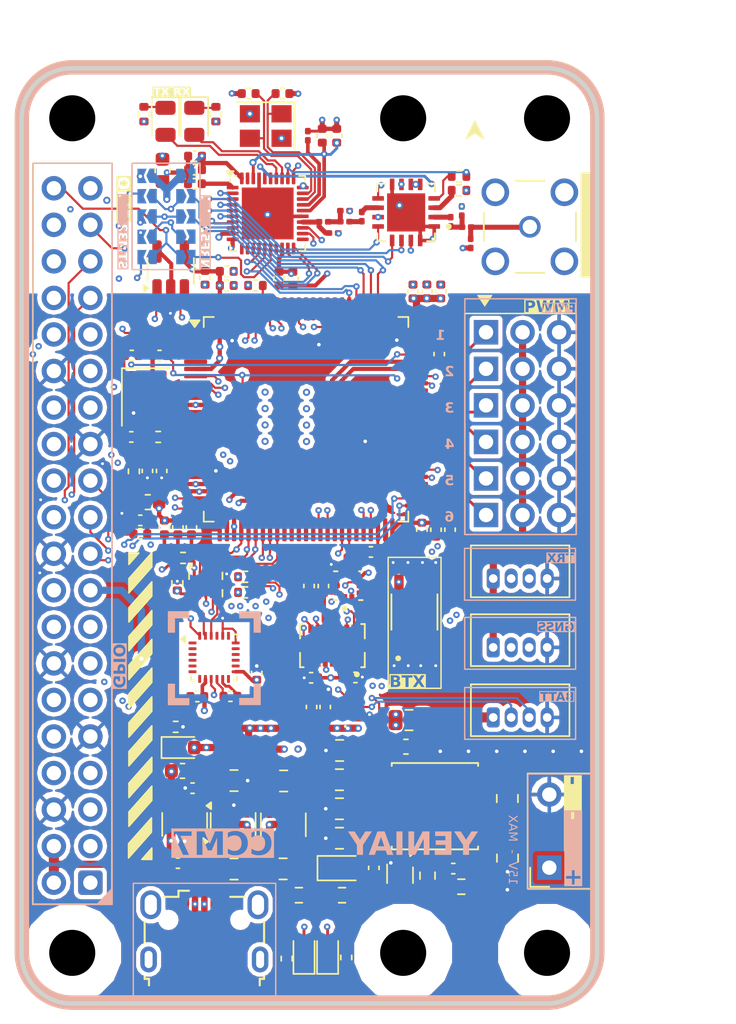
<source format=kicad_pcb>
(kicad_pcb (version 20240108) (generator "pcbnew") (generator_version "8.0")
  (layers (0 "F.Cu" signal) (1 "In1.Cu" signal) (2 "In2.Cu" signal) (31 "B.Cu" signal) (34 "B.Paste" user) (35 "F.Paste" user) (36 "B.SilkS" user "B.Silkscreen") (37 "F.SilkS" user "F.Silkscreen") (38 "B.Mask" user) (39 "F.Mask" user) (44 "Edge.Cuts" user))
  (net 0 "")
  (net 1 "GND")
  (net 2 "+3.3V")
  (net 3 "VREF_CC")
  (net 4 "VDDA_CC")
  (net 5 "Net-(C17-Pad1)")
  (net 6 "Net-(C18-Pad1)")
  (net 7 "NRST")
  (net 8 "HSE_IN")
  (net 9 "Net-(C21-Pad1)")
  (net 10 "Net-(C28-Pad1)")
  (net 11 "Net-(C29-Pad1)")
  (net 12 "+5V")
  (net 13 "DEC3")
  (net 14 "NRF_XC1")
  (net 15 "DEC1")
  (net 16 "Net-(U8-VFB)")
  (net 17 "DEC4")
  (net 18 "3V3_RF")
  (net 19 "+BATT")
  (net 20 "NRF_XC2")
  (net 21 "Net-(U8-SW)")
  (net 22 "Net-(D9-A)")
  (net 23 "LED0")
  (net 24 "LED1")
  (net 25 "Net-(D3-K)")
  (net 26 "Net-(D4-K)")
  (net 27 "Net-(D5-K)")
  (net 28 "NRF_LED0")
  (net 29 "NRF_LED1")
  (net 30 "Net-(D6-K)")
  (net 31 "I2C1_SDA")
  (net 32 "I2C1_SCL")
  (net 33 "PA4")
  (net 35 "J2_32")
  (net 37 "PA0")
  (net 38 "UART2_RX")
  (net 39 "PC14")
  (net 40 "SPI1_MOSI")
  (net 41 "UART4_TX")
  (net 42 "SPI1_MISO")
  (net 43 "I2C2_SCL")
  (net 44 "CAN2_TX")
  (net 47 "I2C2_SDA")
  (net 48 "PE2")
  (net 49 "PC13")
  (net 50 "UART2_TX")
  (net 51 "J2_34")
  (net 53 "SPI1_SCK")
  (net 54 "UART4_RX")
  (net 55 "PA1")
  (net 56 "PC15")
  (net 57 "J2_40")
  (net 58 "CAN2_RX")
  (net 59 "J2_36")
  (net 61 "TIM3_CH4")
  (net 62 "TIM3_CH3")
  (net 63 "TIM3_CH2")
  (net 64 "TIM3_CH1")
  (net 65 "TIM4_CH4")
  (net 66 "TIM4_CH3")
  (net 67 "UART1_RX")
  (net 68 "UART1_TX")
  (net 72 "USB_DN")
  (net 73 "USB_DP")
  (net 76 "UART3_TX")
  (net 77 "UART3_RX")
  (net 78 "SWO")
  (net 79 "SWCLK")
  (net 80 "SWDIO")
  (net 81 "NRF_SWCLK")
  (net 82 "NRF_SWDIO")
  (net 83 "NRF_NRST")
  (net 84 "DCC")
  (net 85 "Net-(U7-ANT1)")
  (net 86 "HSE_OUT")
  (net 87 "Net-(U8-EN)")
  (net 88 "I2C1_IRQ2")
  (net 89 "NRF_PA_MODE")
  (net 90 "Net-(U7-MODE)")
  (net 91 "Net-(U7-ANT2)")
  (net 94 "SPI3_MISO")
  (net 95 "SPI3_SCK")
  (net 97 "SPI1_CS1")
  (net 101 "I2C1_IRQ1")
  (net 108 "SPI1_CS2")
  (net 114 "J2_31")
  (net 116 "SPI3_CS")
  (net 117 "SPI1_CS3")
  (net 120 "SPI3_IRQ")
  (net 122 "SPI3_MOSI")
  (net 133 "NRF_SPI0_SCK")
  (net 134 "NRF_PA_TX_EN")
  (net 136 "NRF_PA_PDN")
  (net 137 "NRF_SPI0_CS")
  (net 139 "NRF_ANT")
  (net 140 "NRF_SPI0_MOSI")
  (net 141 "+1V8")
  (net 143 "NRF_PA_RX_EN")
  (net 144 "NRF_SPI0_MISO")
  (net 147 "VIN_5V")
  (net 148 "BOOT0")
  (net 153 "Net-(U13-REGOUT)")
  (net 154 "Net-(D2-K)")
  (net 155 "Net-(U7-TRX)")
  (net 156 "Net-(U12-BP)")
  (net 158 "SPI1_SCK_1V8")
  (net 159 "SPI1_MOSI_1V8")
  (net 160 "SPI1_CS3_1V8")
  (net 161 "SPI1_MISO_1V8")
  (net 182 "Net-(U6-ANT)")
  (net 183 "Net-(C62-Pad1)")
  (footprint "Capacitor_SMD:C_0402_1005Metric" (layer "F.Cu") (at 99.71 155.97 180)
    (property "Reference" "C52" (hide yes))
    (property "Value" "100nF")
  )
  (footprint "Capacitor_SMD:C_0805_2012Metric" (layer "F.Cu") (at 102.26 161.815)
    (property "Reference" "C50" (hide yes))
    (property "Value" "1uF")
  )
  (footprint "Resistor_SMD:R_0603_1608Metric" (layer "F.Cu") (at 106.77 169.78 180)
    (property "Reference" "R18" (hide yes))
    (property "Value" "33k")
  )
  (footprint "Fuse:Fuse_0805_2012Metric" (layer "F.Cu") (at 114.4225 157.61 180)
    (property "Reference" "F1" (hide yes))
    (property "Value" "Polyfuse")
  )
  (footprint "MountingHole:CCMountingHole" (layer "F.Cu") (at 124.144461 166.827759)
    (property "Reference" "H6")
    (property "Value" "MountingHole")
  )
  (footprint "Capacitor_SMD:C_0402_1005Metric" (layer "F.Cu") (at 95.12 137.93 180)
    (property "Reference" "C21" (hide yes))
    (property "Value" "8pF")
  )
  (footprint "Connector_PinSocket_2.54mm:PinSocket_1x02_P2.54mm_Vertical" (layer "F.Cu") (at 124.175 165.325 180)
    (property "Reference" "J13" (hide yes))
    (property "Value" "Batt_Pins" (hide yes))
  )
  (footprint "Resistor_SMD:R_0402_1005Metric" (layer "F.Cu") (at 95.3014 140.3204 90)
    (property "Reference" "R1" (hide yes))
    (property "Value" "4k7")
  )
  (footprint "Capacitor_SMD:C_0402_1005Metric" (layer "F.Cu") (at 107.475 148.29 90)
    (property "Reference" "C23" (hide yes))
    (property "Value" "100nF")
  )
  (footprint "Crystal:Crystal_SMD_3225-4Pin_3.2x2.5mm" (layer "F.Cu") (at 104.4638 116.326 180)
    (property "Reference" "Y2")
    (property "Value" "32MHz")
  )
  (footprint "Capacitor_SMD:C_0402_1005Metric" (layer "F.Cu") (at 99.3806 162.3426 180)
    (property "Reference" "C59" (hide yes))
    (property "Value" "10nF")
  )
  (footprint "Capacitor_SMD:C_0402_1005Metric" (layer "F.Cu") (at 95.155 132.275)
    (property "Reference" "C20" (hide yes))
    (property "Value" "8pF")
  )
  (footprint "Capacitor_SMD:C_0402_1005Metric" (layer "F.Cu") (at 95.7506 144.6698 180)
    (property "Reference" "C16" (hide yes))
    (property "Value" "100nF")
  )
  (footprint "Package_TO_SOT_SMD:SOT-23-5" (layer "F.Cu") (at 105.69 164.8875)
    (property "Reference" "U9" (hide yes))
    (property "Value" "ME6211C33M5")
  )
  (footprint "MountingHole:CCMountingHole" (layer "F.Cu") (at 124.144356 108.82766)
    (property "Reference" "H1")
    (property "Value" "MountingHole")
  )
  (footprint "Resistor_SMD:R_0402_1005Metric" (layer "F.Cu") (at 98.2056 158.080099 180)
    (property "Reference" "R14" (hide yes))
    (property "Value" "1.5k")
  )
  (footprint "Capacitor_SMD:C_0402_1005Metric" (layer "F.Cu") (at 100.25 126.87 -90)
    (property "Reference" "C11")
    (property "Value" "100nF")
  )
  (footprint "Capacitor_SMD:C_0402_1005Metric" (layer "F.Cu") (at 116.6304 127.825 90)
    (property "Reference" "C3")
    (property "Value" "100nF")
  )
  (footprint "Resistor_SMD:R_0402_1005Metric" (layer "F.Cu") (at 98.3217 148.0846 -90)
    (property "Reference" "R11" (hide yes))
    (property "Value" "10k")
  )
  (footprint "Capacitor_SMD:C_0201_0603Metric" (layer "F.Cu") (at 111.14 122.62 90)
    (property "Reference" "C58" (hide yes))
    (property "Value" "1pF")
  )
  (footprint "Capacitor_SMD:C_0201_0603Metric" (layer "F.Cu") (at 118.71 124.48 -90)
    (property "Reference" "C29" (hide yes))
    (property "Value" "1pF")
  )
  (footprint "Resistor_SMD:R_0402_1005Metric" (layer "F.Cu") (at 96 115.5 90)
    (property "Reference" "R2" (hide yes))
    (property "Value" "1.5k")
  )
  (footprint "Connector_USB:USB_Micro-B_Wuerth_629105150521" (layer "F.Cu") (at 100.2 172.295)
    (property "Reference" "J11")
    (property "Value" "USB_B_Micro")
  )
  (footprint "Capacitor_SMD:C_0402_1005Metric" (layer "F.Cu") (at 99.5526 119.3598 180)
    (property "Reference" "C38" (hide yes))
    (property "Value" "100nF")
  )
  (footprint "Capacitor_SMD:C_0805_2012Metric" (layer "F.Cu") (at 102.26 167.96)
    (property "Reference" "C30" (hide yes))
    (property "Value" "1uF")
  )
  (footprint "LPRS_SMA_CONNECTOR:LPRS_SMA_CONNECTOR" (layer "F.Cu") (at 122.822 123.33)
    (property "Reference" "J9")
    (property "Value" "SMA_CONNECTOR")
  )
  (footprint "Package_QFP:LQFP-100_14x14mm_P0.5mm" (layer "F.Cu") (at 107.267 136.707 -90)
    (property "Reference" "U1")
    (property "Value" "STM32H743VGTx")
  )
  (footprint "Capacitor_SMD:C_0402_1005Metric" (layer "F.Cu") (at 109.3978 117.0004 90)
    (property "Reference" "C37" (hide yes))
    (property "Value" "0")
  )
  (footprint "Resistor_SMD:R_0603_1608Metric" (layer "F.Cu") (at 118.06 169.19)
    (property "Reference" "R12" (hide yes))
    (property "Value" "33.2k")
  )
  (footprint "Resistor_SMD:R_0402_1005Metric" (layer "F.Cu") (at 105.92245 174.1835 -90)
    (property "Reference" "R9" (hide yes))
    (property "Value" "1.5k")
  )
  (footprint "Connector_Hirose:Hirose_DF13-04P-1.25DSA_1x04_P1.25mm_Vertical" (layer "F.Cu") (at 120.275 147.773)
    (property "Reference" "J12" (hide yes))
    (property "Value" "Conn_01x04_Pin")
  )
  (footprint "Resistor_SMD:R_0402_1005Metric" (layer "F.Cu") (at 117.9 120.8)
    (property "Reference" "R16" (hide yes))
    (property "Value" "50R")
  )
  (footprint "Capacitor_SMD:C_0402_1005Metric" (layer "F.Cu") (at 114.7 127.825 90)
    (property "Reference" "C5")
    (property "Value" "100nF")
  )
  (footprint "Capacitor_SMD:C_0402_1005Metric" (layer "F.Cu") (at 117.275 144.3776 -90)
    (property "Reference" "C2")
    (property "Value" "100nF")
  )
  (footprint "6x6mmIND:IND_SRN6045TA-2R2Y" (layer "F.Cu") (at 116.225 163.595 180)
    (property "Reference" "L1" (hide yes))
    (property "Value" "2.2uH")
  )
  (footprint "MountingHole:CCMountingHole" (layer "F.Cu") (at 91.144356 166.82766)
    (property "Reference" "H4")
    (property "Value" "MountingHole")
  )
  (footprint "Resistor_SMD:R_0402_1005Metric" (layer "F.Cu") (at 101 115.5 90)
    (property "Reference" "R17" (hide yes))
    (property "Value" "1.5k")
  )
  (footprint "Capacitor_SMD:C_0603_1608Metric" (layer "F.Cu") (at 98.6806 161.1426)
    (property "Reference" "C53" (hide yes))
    (property "Value" "10uF")
  )
  (footprint "Diode_SMD:D_SOD-323" (layer "F.Cu") (at 109.67 167.9)
    (property "Reference" "D9" (hide yes))
    (property "Value" "BAT60B")
  )
  (footprint "BMI088:PQFN50P450X300X100-16N" (layer "F.Cu") (at 109.1 152.435 90)
    (property "Reference" "U3")
    (property "Value" "BMI088")
  )
  (footprint "MountingHole:1x03_2.54vertical" (layer "F.Cu") (at 119.634 135.763 90)
    (property "Reference" "J5" (hide yes))
    (property "Value" "Conn_01x03_Pin")
  )
  (footprint "Capacitor_SMD:C_0402_1005Metric" (layer "F.Cu") (at 115.6652 127.82 90)
    (property "Reference" "C4")
    (property "Value" "100nF")
  )
  (footprint "Capacitor_SMD:C_0805_2012Metric" (layer "F.Cu") (at 121.26 163.06 90)
    (property "Reference" "C34" (hide yes))
    (property "Value" "10uF")
  )
  (footprint "MountingHole:1x03_2.54vertical" (layer "F.Cu") (at 119.634 130.683 90)
    (property "Reference" "J3" (hide yes))
    (property "Value" "Conn_01x03_Pin")
  )
  (footprint "Capacitor_SMD:C_0603_1608Metric" (layer "F.Cu") (at 114.21 159.46)
    (property "Reference" "C51" (hide yes))
    (property "Value" "100nF")
  )
  (footprint "MountingHole:CCMountingHole" (layer "F.Cu") (at 114.144356 108.82766)
    (property "Reference" "H2")
    (property "Value" "MountingHole")
  )
  (footprint "BMP581:BMP581" (layer "F.Cu") (at 110.25 156.7 90)
    (property "Reference" "U11")
    (property "Value" "BMP581")
  )
  (footprint "Inductor_SMD:L_0201_0603Metric" (layer "F.Cu") (at 117.32 122.98 -90)
    (property "Reference" "L6" (hide yes))
    (property "Value" "1.9nH")
  )
  (footprint "LED_SMD:LED_0805_2012Metric" (layer "F.Cu") (at 99.5 116 -90)
    (property "Reference" "D6")
    (property "Value" "LED")
  )
  (footprint "Capacitor_SMD:C_0402_1005Metric" (layer "F.Cu") (at 98.36 167.55)
    (property "Reference" "C48" (hide yes))
    (property "Value" "100nF")
  )
  (footprint "Capacitor_SMD:C_0402_1005Metric" (layer "F.Cu") (at 107.65 156.7 90)
    (property "Reference" "C54" (hide yes))
    (property "Value" "100nF")
  )
  (footprint "MountingHole:CCMountingHole" (layer "F.Cu") (at 114.144356 166.82766)
    (property "Reference" "H5")
    (property "Value" "MountingHole")
  )
  (footprint "Capacitor_SMD:C_0402_1005Metric" (layer "F.Cu") (at 105.63 114.07 180)
    (property "Reference" "C32" (hide yes))
    (property "Value" "8pF")
  )
  (footprint "Capacitor_SMD:C_0402_1005Metric" (layer "F.Cu") (at 107.62 154.67 180)
    (property "Reference" "C24" (hide yes))
    (property "Value" "100nF")
  )
  (footprint "Connector_IDC:IDC-Header_2x20_P2.54mm_Vertical" (layer "F.Cu") (at 92.2782 168.91 180)
    (property "Reference" "J2" (hide yes))
    (property "Value" "~" (hide yes))
  )
  (footprint "Inductor_SMD:L_0201_0603Metric" (layer "F.Cu") (at 109.97 122.97 180)
    (property "Reference" "L3" (hide yes))
    (property "Value" "2.2nH")
  )
  (footprint "Capacitor_SMD:C_0805_2012Metric" (layer "F.Cu") (at 121.27 167.2 -90)
    (property "Reference" "C35" (hide yes))
    (property "Value" "10uF")
  )
  (footprint "Capacitor_SMD:C_0805_2012Metric" (layer "F.Cu") (at 109.5998 159.7216 180)
    (property "Reference" "C60" (hide yes))
    (property "Value" "22uF")
  )
  (footprint "MountingHole:1x03_2.54vertical" (layer "F.Cu") (at 119.634 140.843 90)
    (property "Reference" "J7" (hide yes))
    (property "Value" "Conn_01x03_Pin" (hide yes))
  )
  (footprint "Resistor_SMD:R_0402_1005Metric" (layer "F.Cu") (at 103.75 127.4064 180)
    (property "Reference" "R6" (hide yes))
    (property "Value" "10k")
  )
  (footprint "Resistor_SMD:R_0402_1005Metric" (layer "F.Cu") (at 117.9 119.82 180)
    (property "Reference" "R15" (hide yes))
    (property "Value" "10k")
  )
  (footprint "Capacitor_SMD:C_0402_1005Metric" (layer "F.Cu") (at 103.28 114.07)
    (property "Reference" "C44" (hide yes))
    (property "Value" "8pF")
  )
  (footprint "Inductor_SMD:L_0201_0603Metric" (layer "F.Cu") (at 118.43 123.35)
    (property "Reference" "L7" (hide yes))
    (property "Value" "3.0nH")
  )
  (footprint "LED_SMD:LED_0603_1608Metric" (layer "F.Cu") (at 98.7056 159.5176)
    (property "Reference" "D2" (hide yes))
    (property "Value" "LED")
  )
  (footprint "Capacitor_SMD:C_0402_1005Metric" (layer "F.Cu") (at 99.5426 120.3348 180)
    (property "Reference" "C33")
    (property "Value" "100nF")
  )
  (footprint "LED_SMD:LED_0805_2012Metric" (layer "F.Cu") (at 97.5 116 -90)
    (property "Reference" "D5")
    (property "Value" "LED")
  )
  (footprint "Package_TO_SOT_SMD:SOT-23-5" (layer "F.Cu") (at 102.2 164.8625)
    (property "Reference" "U10" (hide yes))
    (property "Value" "ME6211C33M5")
  )
  (footprint "Capacitor_SMD:C_0402_1005Metric" (layer "F.Cu") (at 102.01 155.95)
    (property "Reference" "C57")
    (property "Value" "100nF")
  )
  (footprint "Capacitor_SMD:C_0805_2012Metric" (layer "F.Cu") (at 109.5864 163.7716 180)
    (property "Reference" "C26" (hide yes))
    (property "Value" "22uF")
  )
  (footprint "Connector_Hirose:Hirose_DF13-04P-1.25DSA_1x04_P1.25mm_Vertical" (layer "F.Cu") (at 120.275 152.5562)
    (property "Reference" "J10" (hide yes))
    (property "Value" "Conn_01x04_Pin")
  )
  (footprint "Capacitor_SMD:C_0402_1005Metric" (layer "F.Cu") (at 105.3874 126.9274 90)
    (property "Reference" "C39" (hide yes))
    (property "Value" "1uF")
  )
  (footprint "Inductor_SMD:L_0603_1608Metric" (layer "F.Cu") (at 96.2666 142.464 180)
    (property "Reference" "FB1" (hide yes))
    (property "Value" "FerriteBead")
  )
  (footprint "Inductor_SMD:L_0201_0603Metric" (layer "F.Cu") (at 108.49 122.98 180)
    (property "Reference" "L2" (hide yes))
    (property "Value" "4.7nH")
  )
  (footprint "Crystal:Crystal_SMD_3225-4Pin_3.2x2.5mm" (layer "F.Cu") (at 96.117 135.157 -90)
    (property "Reference" "Y1")
    (property "Value" "32MHz")
  )
  (footprint "Capacitor_SMD:C_0402_1005Metric" (layer "F.Cu") (at 101.755 127.4064)
    (property "Reference" "C1")
    (property "Value" "10uF")
  )
  (footprint "Capacitor_SMD:C_0805_2012Metric" (layer "F.Cu") (at 105.71 161.84)
    (property "Reference" "C45" (hide yes))
    (property "Value" "1uF")
  )
  (footprint "Capacitor_SMD:C_0201_0603Metric" (layer "F.Cu") (at 118.09 122.235 90)
    (property "Reference" "C28" (hide yes))
    (property "Value" "2pF")
  )
  (footprint "Resistor_SMD:R_0603_1608Metric" (layer "F.Cu") (at 109.77 169.78 180)
    (property "Reference" "R13" (hide yes))
    (property "Value" "220k")
  )
  (footprint "Capacitor_SMD:C_0402_1005Metric" (layer "F.Cu") (at 110.7 154.6482)
    (property "Reference" "C22" (hide yes))
    (property "Value" "100nF")
  )
  (footprint "Capacitor_SMD:C_0402_1005Metric" (layer "F.Cu") (at 98.3602 144.2226 -90)
    (property "Reference" "C8")
    (property "Value" "100nF")
  )
  (footprint "Package_TO_SOT_SMD:SOT-23-5" (layer "F.Cu") (at 98.8306 164.8625 -90)
    (property "Reference" "U12" (hide yes))
    (property "Value" "TPS79318-EP")
  )
  (footprint "LED_SMD:LED_0603_1608Metric" (layer "F.Cu") (at 108.76465 173.7625 90)
    (property "Reference" "D3" (hide yes))
    (property "Value" "LED")
  )
  (footprint "Capacitor_SMD:C_0402_1005Metric" (layer "F.Cu") (at 96.2412 140.295 -90)
    (property "Reference" "C14" (hide yes))
    (property "Value" "100nF")
  )
  (footprint "MountingHole:1x03_2.54vertical" (layer "F.Cu") (at 119.634 133.223 90)
    (property "Reference" "J4" (hide yes))
    (property "Value" "Conn_01x03_Pin")
  )
  (footprint "Package_TO_SOT_SMD:SOT-563" (layer "F.Cu") (at 113.8 168.29 180)
    (property "Reference" "U8" (hide yes))
    (property "Value" "TPS566242DRL")
  )
  (footprint "Resistor_SMD:R_0603_1608Metric" (layer "F.Cu") (at 115.71 168.42 -90)
    (property "Reference" "R10" (hide yes))
    (property "Value" "100k")
  )
  (footprint "MountingHole:CCMountingHole" (layer "F.Cu") (at 91.144471 108.827769)
    (property "Reference" "H3")
    (property "Value" "MountingHole")
  )
  (footprint "Capacitor_SMD:C_0402_1005Metric" (layer "F.Cu") (at 103.84 154.33 90)
    (property "Reference" "C56")
    (property "Value" "100nF")
  )
  (footprint "Capacitor_SMD:C_0805_2012Metric" (layer "F.Cu") (at 105.67 167.95)
    (property "Reference" "C46" (hide yes))
    (property "Value" "1uF")
  )
  (footprint "Resistor_SMD:R_0402_1005Metric" (layer "F.Cu") (at 96.99 137.9328)
    (property "Reference" "R3")
    (property "Value" "620R")
  )
  (footprint "Capacitor_SMD:C_0805_2012Metric" (layer "F.Cu") (at 109.59 165.82 180)
    (property "Reference" "C49" (hide yes))
    (property "Value" "22uF")
  )
  (footprint "Capacitor_SMD:C_0805_2012Metric" (layer "F.Cu") (at 109.5864 161.7538 180)
    (property "Reference" "C27" (hide yes))
    (property "Value" "22uF")
  )
  (footprint "ICP-20100:PQFN50P200X200X85-10N" (layer "F.Cu") (at 110.2 148.27 90)
    (property "Reference" "U4")
    (property "Value" "ICP-20100")
  )
  (footprint "Resistor_SMD:R_0402_1005Metric" (layer "F.Cu") (at 103.05 148.7348 180)
    (property "Reference" "R5" (hide yes))
    (property "Value" "4.7k")
  )
  (footprint "LED_SMD:LED_0603_1608Metric" (layer "F.Cu") (at 107.12465 173.7625 90)
    (property "Reference" "D4" (hide yes))
    (property "Value" "LED")
  )
  (footprint "Capacitor_SMD:C_0402_1005Metric" (layer "F.Cu") (at 95.748 143.73 180)
    (property "Reference" "C15" (hide yes))
    (property "Value" "1uF")
  )
  (footprint "Capacitor_SMD:C_0402_1005Metric" (layer "F.Cu") (at 99.3 144.22 -90)
    (property "Reference" "C9")
    (property "Value" "100nF")
  )
  (footprint "Capacitor_SMD:C_0402_1005Metric" (layer "F.Cu") (at 117.5 167.93)
    (property "Reference" "C43")
    (property "Value" "100nF")
  )
  (footprint "Capacitor_SMD:C_0402_1005Metric" (layer "F.Cu") (at 108.6 156.7 90)
    (property "Reference" "C55" (hide yes))
    (property "Value" "100nF")
  )
  (footprint "Package_DFN_QFN:Texas_R-PUQFN-N12" (layer "F.Cu") (at 100.2969 148.1866)
    (property "Reference" "U5" (hide yes))
    (property "Value" "TXB0104RUT")
  )
  (footprint "MountingHole:1x03_2.54vertical" (layer "F.Cu") (at 119.634 138.303 90)
    (property "Reference" "J6" (hide yes))
    (property "Value" "Conn_01x03_Pin")
  )
  (footprint "Capacitor_SMD:C_0402_1005Metric" (layer "F.Cu") (at 108.3945 117.0004 90)
    (property "Reference" "C36")
    (property "Value" "1uF")
  )
  (footprint "Capacitor_SMD:C_0402_1005Metric" (layer "F.Cu") (at 116.2971 144.3826 -90)
    (property "Reference" "C7")
    (property "Value" "100nF")
  )
  (footprint "Capacitor_SMD:C_0201_0603Metric" (layer "F.Cu") (at 109.18 123.76)
    (property "Reference" "C61" (hide yes))
    (property "Value" "1pF")
  )
  (footprint "Package_TO_SOT_SMD:SOT-23-5_HandSoldering" (layer "F.Cu") (at 97.86 126.4)
    (property "Reference" "U2")
    (property "Value" "24AA64T-I/OT")
  )
  (footprint "Resistor_SMD:R_0402_1005Metric" (layer "F.Cu") (at 98.72 146.34)
    (property "Reference" "R7" (hide yes))
    (property "Value" "1.5k")
  )
  (footprint "nRF21540:QFN65P400X400X95-17N" (layer "F.Cu") (at 114.225 122.33 180)
    (property "Reference" "U7")
    (property "Value" "NRF21540-QDAA-R7")
  )
  (footprint "Capacitor_SMD:C_0402_1005Metric" (layer "F.Cu") (at 106.3526 126.93 -90)
    (property "Reference" "C42" (hide yes))
    (property "Value" "100nF")
  )
  (footprint "Capacitor_SMD:C_0402_1005Metric" (layer "F.Cu") (at 111.775 145.925 180)
    (property "Reference" "C17" (hide yes))
    (property "Value" "2.2uF")
  )
  (footprint "MountingHole:1x03_2.54vertical" (layer "F.Cu") (at 119.634 143.383 90)
    (property "Reference" "J8" (hide yes))
    (property "Value" "Conn_01x03_Pin" (hide yes))
  )
  (footprint "Package_DFN_QFN:QFN-40-1EP_5x5mm_P0.4mm_EP3.6x3.6mm" (layer "F.Cu") (at 104.6013 122.401)
    (property "Reference" "U6")
    (property "Value" "nRF52820-QDxx")
  )
  (footprint "Resistor_SMD:R_0402_1005Metric" (layer "F.Cu") (at 103.05 147.65 180)
    (property "Reference" "R4" (hide yes))
    (property "Value" "4.7k")
  )
  (footprint "Capacitor_SMD:C_0402_1005Metric" (layer "F.Cu") (at 97.08 132.275 180)
    (property "Reference" "C19" (hide yes))
    (property "Value" "100nF")
  )
  (footprint "Capacitor_SMD:C_0402_1005Metric" (layer "F.Cu") (at 97.4204 144.22 -90)
    (property "Reference" "C12")
    (property "Value" "100nF")
  )
  (footprint "Capacitor_SMD:C_0402_1005Metric" (layer "F.Cu") (at 97.2318 140.295 -90)
    (property "Reference" "C13" (hide yes))
    (property "Value" "1uF")
  )
  (footprint "Capacitor_SMD:C_0402_1005Metric" (layer "F.Cu") (at 99.55 118.42 180)
    (property "Reference" "C41" (hide yes))
    (property "Value" "100nF")
  )
  (footprint "Capacitor_SMD:C_0201_0603Metric" (layer "F.Cu") (at 107.3912 117.0004 90)
    (property "Reference" "C31")
    (property "Value" "100pF")
  )
  (footprint "Capacitor_SMD:C_0402_1005Metric" (layer "F.Cu") (at 108.475 148.295 90)
    (property "Reference" "C25" (hide yes))
    (property "Value" "100nF")
  )
  (footprint "Sensor_Motion:InvenSense_QFN-24_3x3mm_P0.4mm" (layer "F.Cu") (at 100.875 153.25 -90)
    (property "Reference" "U13")
    (property "Value" "ICM-20948")
  )
  (footprint "Capacitor_SMD:C_0402_1005Metric" (layer "F.Cu") (at 116.525 132.175 -90)
    (property "Reference" "C18" (hide yes))
    (property "Value" "2.2uF")
  )
  (footprint "SW_SKRPABE010:SW_SKRPABE010" (layer "F.Cu") (at 114.8 150.1 90)
    (property "Reference" "S1")
    (property "Value" "SKRPABE010")
  )
  (footprint "Capacitor_SMD:C_0201_0603Metric" (layer "F.Cu") (at 109.97 122.21)
    (property "Reference" "C62" (hide yes))
    (property "Value" "1.2pF")
  )
  (footprint "Capacitor_SMD:C_0402_1005Metric" (layer "F.Cu") (at 115.3192 144.3726 -90)
    (property "Reference" "C10")
    (property "Value" "100nF")
  )
  (footprint "Capacitor_SMD:C_0603_1608Metric" (layer "F.Cu") (at 97.29 119.41 90)
    (property "Reference" "C40" (hide yes))
    (property "Value" "4.7uF")
  )
  (footprint "Capacitor_SMD:C_0402_1005Metric" (layer "F.Cu") (at 111.98 167.88 -90)
    (property "Reference" "C47")
    (property "Value" "33pF")
  )
  (footprint "Capacitor_SMD:C_0402_1005Metric" (layer "F.Cu") (at 101.755 126.4242)
    (property "Reference" "C6")
    (property "Value" "100nF")
  )
  (footprint "Connector_Hirose:Hirose_DF13-04P-1.25DSA_1x04_P1.25mm_Vertical" (layer "F.Cu") (at 120.275 157.425)
    (property "Reference" "J1" (hide yes))
    (property "Value" "Conn_01x04_Pin")
  )
  (footprint "Resistor_SMD:R_0402_1005Metric" (layer "F.Cu") (at 110.06265 174.1073 -90)
    (property "Reference" "R8" (hide yes))
    (property "Value" "1.5k")
  )
  (footprint "Jumper:SolderJumper-2_P1.3mm_Open_TrianglePad1.0x1.5mm" (layer "B.Cu") (at 99.0414 122.62 180)
    (property "Reference" "JP8" (hide yes))
    (property "Value" "SWDIO" (hide yes))
  )
  (footprint "Jumper:SolderJumper-2_P1.3mm_Open_TrianglePad1.0x1.5mm" (layer "B.Cu") (at 99.0414 121.21 180)
    (property "Reference" "JP7" (hide yes))
    (property "Value" "SWDIO" (hide yes))
  )
  (footprint "Jumper:SolderJumper-2_P1.3mm_Open_TrianglePad1.0x1.5mm" (layer "B.Cu") (at 96.0914 124.01125)
    (property "Reference" "JP4" (hide yes))
    (property "Value" "SWDIO" (hide yes))
  )
  (footprint "Jumper:SolderJumper-2_P1.3mm_Open_TrianglePad1.0x1.5mm" (layer "B.Cu") (at 96.0914 122.6)
    (property "Reference" "JP3" (hide yes))
    (property "Value" "SWDIO" (hide yes))
  )
  (footprint "Jumper:SolderJumper-2_P1.3mm_Open_TrianglePad1.0x1.5mm" (layer "B.Cu") (at 96.0914 121.18875)
    (property "Reference" "JP2" (hide yes))
    (property "Value" "SWDIO" (hide yes))
  )
  (footprint "Jumper:SolderJumper-2_P1.3mm_Open_TrianglePad1.0x1.5mm" (layer "B.Cu") (at 99.0414 119.8 180)
    (property "Reference" "JP6" (hide yes))
    (property "Value" "SWDIO")
  )
  (footprint "Jumper:SolderJumper-2_P1.3mm_Open_TrianglePad1.0x1.5mm" (layer "B.Cu") (at 96.0914 119.7775)
    (property "Reference" "JP1" (hide yes))
    (property "Value" "SWDIO" (hide yes))
  )
  (footprint "Jumper:SolderJumper-2_P1.3mm_Open_TrianglePad1.0x1.5mm" (layer "B.Cu") (at 99.0414 124.03 180)
    (property "Reference" "JP9" (hide yes))
    (property "Value" "SWDIO" (hide yes))
  )
  (footprint "Jumper:SolderJumper-2_P1.3mm_Open_TrianglePad1.0x1.5mm" (layer "B.Cu") (at 96.0914 125.4225)
    (property "Reference" "JP5" (hide yes))
    (property "Value" "SWDIO" (hide yes))
  )
  (footprint "Jumper:SolderJumper-2_P1.3mm_Open_TrianglePad1.0x1.5mm" (layer "B.Cu") (at 99.0414 125.44 180)
    (property "Reference" "JP10" (hide yes))
    (property "Value" "SWDIO" (hide yes))
  )
  (gr_rect (start 122.685 161.355) (end 127.275 169.365) (stroke (width 0.1)) (fill none) (layer "B.SilkS"))
  (gr_poly (pts (xy 97.66 150.04) (xy 97.66 151.54) (xy 98.16 151.54) (xy 98.16 150.54) (xy 99.16 150.54) (xy 99.16 150.04)) (fill solid) (layer "B.SilkS"))
  (gr_rect (start 95.26 168.95) (end 105.16 176.93) (stroke (width 0.1)) (fill none) (layer "B.SilkS"))
  (gr_rect (start 118.285 145.675) (end 125.995 149.275) (stroke (width 0.1)) (fill none) (layer "B.SilkS"))
  (gr_poly (pts (xy 104.12 156.57) (xy 104.12 155.07) (xy 103.62 155.07) (xy 103.62 156.07) (xy 102.62 156.07) (xy 102.62 156.57)) (fill solid) (layer "B.SilkS"))
  (gr_rect (start 118.304 128.333) (end 126.044 144.713) (stroke (width 0.1)) (fill none) (layer "B.SilkS"))
  (gr_rect (start 95.1732 118.9083) (end 99.8982 126.3033) (stroke (width 0.1)) (fill none) (layer "B.SilkS"))
  (gr_poly (pts (xy 104.12 150.04) (xy 102.62 150.04) (xy 102.62 150.54) (xy 103.62 150.54) (xy 103.62 151.54) (xy 104.12 151.54)) (fill solid) (layer "B.SilkS"))
  (gr_poly (pts (xy 97.66 156.58) (xy 99.16 156.58) (xy 99.16 156.08) (xy 98.16 156.08) (xy 98.16 155.08) (xy 97.66 155.08)) (fill solid) (layer "B.SilkS"))
  (gr_poly (pts (xy 92.76 170.41) (xy 93.78 169.33) (xy 93.79 170.41)) (stroke (width 0.1)) (fill solid) (layer "B.SilkS"))
  (gr_rect (start 118.295 155.345) (end 126.005 158.945) (stroke (width 0.1)) (fill none) (layer "B.SilkS"))
  (gr_rect (start 88.29 118.91) (end 93.79 170.41) (stroke (width 0.1)) (fill none) (layer "B.SilkS"))
  (gr_rect (start 118.295 150.475) (end 126.005 154.075) (stroke (width 0.1)) (fill none) (layer "B.SilkS"))
  (gr_poly (pts (xy 124.014657 177.249272) (xy 124.197965 177.24696) (xy 124.562572 177.208647) (xy 124.921177 177.13243) (xy 125.26985 177.019146) (xy 125.604772 176.870035) (xy 125.922271 176.686731) (xy 126.218871 176.471242) (xy 126.491319 176.22593) (xy 126.736633 175.953482) (xy 126.952123 175.656884) (xy 127.135429 175.339385) (xy 127.284541 175.004464) (xy 127.397827 174.655791) (xy 127.474045 174.297187) (xy 127.51236 173.932579) (xy 127.514657 173.749272) (xy 127.514657 115.749272) (xy 127.512342 115.565965) (xy 127.474023 115.20136) (xy 127.397802 114.842757) (xy 127.284514 114.494086) (xy 127.135401 114.159167) (xy 126.952096 113.841669) (xy 126.736607 113.545072) (xy 126.491296 113.272623) (xy 126.21885 113.02731) (xy 125.922255 112.811819) (xy 125.604759 112.628511) (xy 125.269841 112.479394) (xy 124.921171 112.366103) (xy 124.562569 112.289879) (xy 124.197964 112.251556) (xy 124.014657 112.249272) (xy 91.014657 112.249272) (xy 90.831357 112.251675) (xy 90.466766 112.290004) (xy 90.108179 112.366231) (xy 89.759524 112.479522) (xy 89.42462 112.628637) (xy 89.107138 112.81194) (xy 88.810554 113.027424) (xy 88.538118 113.272728) (xy 88.292815 113.545165) (xy 88.077332 113.84175) (xy 87.89403 114.159234) (xy 87.744918 114.494138) (xy 87.631628 114.842794) (xy 87.555402 115.201381) (xy 87.517075 115.565972) (xy 87.514657 115.749272) (xy 87.514657 173.749272) (xy 87.517057 173.932573) (xy 87.555379 174.297165) (xy 87.631602 174.655755) (xy 87.74489 175.004413) (xy 87.894002 175.339318) (xy 88.077305 175.656803) (xy 88.292789 175.953389) (xy 88.538094 176.225826) (xy 88.810533 176.471128) (xy 89.10712 176.68661) (xy 89.424607 176.869909) (xy 89.759514 177.019018) (xy 90.108173 177.132303) (xy 90.466763 177.208523) (xy 90.831356 177.246842) (xy 91.014657 177.249272)) (stroke (width 1)) (fill none) (layer "B.SilkS"))
  (gr_rect (start 126.4 119.6) (end 127.2 126.8) (stroke (width 0.1)) (fill solid) (layer "F.SilkS"))
  (gr_poly (pts (xy 124.01 177.236649) (xy 124.193308 177.234337) (xy 124.557915 177.196024) (xy 124.91652 177.119807) (xy 125.265193 177.006523) (xy 125.600115 176.857412) (xy 125.917614 176.674108) (xy 126.214214 176.458619) (xy 126.486662 176.213307) (xy 126.731976 175.940859) (xy 126.947466 175.644261) (xy 127.130772 175.326762) (xy 127.279884 174.991841) (xy 127.39317 174.643168) (xy 127.469388 174.284564) (xy 127.507703 173.919956) (xy 127.51 173.736649) (xy 127.51 115.736649) (xy 127.507685 115.553342) (xy 127.469366 115.188737) (xy 127.393145 114.830134) (xy 127.279857 114.481463) (xy 127.130744 114.146544) (xy 126.947439 113.829046) (xy 126.73195 113.532449) (xy 126.486639 113.26) (xy 126.214193 113.014687) (xy 125.917598 112.799196) (xy 125.600102 112.615888) (xy 125.265184 112.466771) (xy 124.916514 112.35348) (xy 124.557912 112.277256) (xy 124.193307 112.238933) (xy 124.01 112.236649) (xy 91.01 112.236649) (xy 90.8267 112.239052) (xy 90.462109 112.277381) (xy 90.103522 112.353608) (xy 89.754867 112.466899) (xy 89.419963 112.616014) (xy 89.102481 112.799317) (xy 88.805897 113.014801) (xy 88.533461 113.260105) (xy 88.288158 113.532542) (xy 88.072675 113.829127) (xy 87.889373 114.146611) (xy 87.740261 114.481515) (xy 87.626971 114.830171) (xy 87.550745 115.188758) (xy 87.512418 115.553349) (xy 87.51 115.736649) (xy 87.51 173.736649) (xy 87.5124 173.91995) (xy 87.550722 174.284542) (xy 87.626945 174.643132) (xy 87.740233 174.99179) (xy 87.889345 175.326695) (xy 88.072648 175.64418) (xy 88.288132 175.940766) (xy 88.533437 176.213203) (xy 88.805876 176.458505) (xy 89.102463 176.673987) (xy 89.41995 176.857286) (xy 89.754857 177.006395) (xy 90.103516 177.11968) (xy 90.462106 177.1959) (xy 90.826699 177.234219) (xy 91.01 177.236649)) (stroke (width 1)) (fill none) (layer "F.SilkS"))
  (gr_poly (pts (xy 94.95 153.797069) (xy 94.95 154.797069) (xy 96.55 152.997069) (xy 96.55 151.997069)) (stroke (width 0.1)) (fill solid) (layer "F.SilkS"))
  (gr_rect (start 112.975 146.3) (end 116.65 155.4) (stroke (width 0.1)) (fill none) (layer "F.SilkS"))
  (gr_poly (pts (xy 96.55 166.497069) (xy 96.55 167.297069) (xy 95.85 167.297069)) (stroke (width 0.1)) (fill solid) (layer "F.SilkS"))
  (gr_poly (pts (xy 94.95 159.797069) (xy 94.95 160.797069) (xy 96.55 158.997069) (xy 96.55 157.997069)) (stroke (width 0.1)) (fill solid) (layer "F.SilkS"))
  (gr_poly (pts (xy 94.95 163.997069) (xy 94.95 164.997069) (xy 96.55 163.197069) (xy 96.55 162.197069)) (stroke (width 0.1)) (fill solid) (layer "F.SilkS"))
  (gr_poly (pts (xy 94.926552 166.198448) (xy 94.926552 167.198448) (xy 96.526552 165.398448) (xy 96.526552 164.398448)) (stroke (width 0.1)) (fill solid) (layer "F.SilkS"))
  (gr_poly (pts (xy 94.95 147.775) (xy 94.95 148.775) (xy 96.55 146.975) (xy 96.55 145.975)) (stroke (width 0.1)) (fill solid) (layer "F.SilkS"))
  (gr_rect (start 118.304 129.353) (end 126.044 144.713) (stroke (width 0.1)) (fill none) (layer "F.SilkS"))
  (gr_poly (pts (xy 118.4 117.2) (xy 119 116) (xy 119.6 117.2) (xy 119 116.8)) (stroke (width 0.1)) (fill solid) (layer "F.SilkS"))
  (gr_poly (pts (xy 94.95 146.797069) (xy 94.95 145.997069) (xy 95.65 145.997069)) (stroke (width 0.1)) (fill solid) (layer "F.SilkS"))
  (gr_poly (pts (xy 94.95 151.797069) (xy 94.95 152.797069) (xy 96.55 150.997069) (xy 96.55 149.997069)) (stroke (width 0.1)) (fill solid) (layer "F.SilkS"))
  (gr_poly (pts (xy 94.95 157.797069) (xy 94.95 158.797069) (xy 96.55 156.997069) (xy 96.55 155.997069)) (stroke (width 0.1)) (fill solid) (layer "F.SilkS"))
  (gr_poly (pts (xy 94.95 155.797069) (xy 94.95 156.797069) (xy 96.55 154.997069) (xy 96.55 153.997069)) (stroke (width 0.1)) (fill solid) (layer "F.SilkS"))
  (gr_rect (start 122.66 161.315) (end 127.25 169.325) (stroke (width 0.1)) (fill none) (layer "F.SilkS"))
  (gr_poly (pts (xy 94.95 161.997069) (xy 94.95 162.997069) (xy 96.55 161.197069) (xy 96.55 160.197069)) (stroke (width 0.1)) (fill solid) (layer "F.SilkS"))
  (gr_poly (pts (xy 119.19 128.09) (xy 120.19 128.09) (xy 119.69 128.84)) (stroke (width 0.06)) (fill solid) (layer "F.SilkS"))
  (gr_poly (pts (xy 94.95 149.797069) (xy 94.95 150.797069) (xy 96.55 148.997069) (xy 96.55 147.997069)) (stroke (width 0.1)) (fill solid) (layer "F.SilkS"))
  (gr_line (start 123.994808 177.310075) (end 90.994819 177.310075) (stroke (width 0.3)) (layer "Edge.Cuts"))
  (gr_line (start 127.494808 115.830617) (end 127.494808 173.810124) (stroke (width 0.3)) (layer "Edge.Cuts"))
  (gr_arc (start 87.494808 115.810124) (mid 88.527372 113.327847) (end 91.015751 112.310075) (stroke (width 0.3)) (layer "Edge.Cuts"))
  (gr_arc (start 127.494808 173.810124) (mid 126.469675 176.284958) (end 123.994808 177.310075) (stroke (width 0.3)) (layer "Edge.Cuts"))
  (gr_line (start 87.494808 173.793291) (end 87.494808 115.810124) (stroke (width 0.3)) (layer "Edge.Cuts"))
  (gr_arc (start 123.994819 112.310075) (mid 126.476933 113.342501) (end 127.494808 115.830617) (stroke (width 0.3)) (layer "Edge.Cuts"))
  (gr_arc (start 90.994819 177.310075) (mid 88.514 176.279011) (end 87.494808 173.793291) (stroke (width 0.3)) (layer "Edge.Cuts"))
  (gr_line (start 91.015751 112.310075) (end 123.994819 112.310075) (stroke (width 0.3)) (layer "Edge.Cuts"))
  (gr_text "15V  -  MAX" (at 121.26 169.08 -90) (layer "B.SilkS") (effects (font (size 0.6 0.6) (thickness 0.1)) (justify left bottom mirror)))
  (gr_text "YENIAY" (at 119.2 167.25 0) (layer "B.SilkS") (effects (font (size 1.6 1.6) (thickness 0.125) (bold yes)) (justify left bottom mirror)))
  (gr_text "CCM7" (at 104.975 167.25 0) (layer "B.SilkS" knockout) (effects (font (size 1.6 1.6) (thickness 0.125) (bold yes)) (justify left bottom mirror)))
  (gr_text "4" (at 117.57 138.882 0) (layer "B.SilkS") (effects (font (size 0.7 0.7) (thickness 0.125) (bold yes)) (justify left bottom mirror)))
  (gr_text "5" (at 117.57 141.406 0) (layer "B.SilkS") (effects (font (size 0.7 0.7) (thickness 0.125) (bold yes)) (justify left bottom mirror)))
  (gr_text "GNSS" (at 125.915 151.525 0) (layer "B.SilkS" knockout) (effects (font (size 0.6 0.6) (thickness 0.125) (bold yes)) (justify left bottom mirror)))
  (gr_text "NRF52      ." (at 99.8532 126.2833 -90) (layer "B.SilkS" knockout) (effects (font (size 0.6 0.6) (thickness 0.125) (bold yes)) (justify left bottom mirror)))
  (gr_text "2" (at 117.57 133.834 0) (layer "B.SilkS") (effects (font (size 0.7 0.7) (thickness 0.125) (bold yes)) (justify left bottom mirror)))
  (gr_text "PWM" (at 126.028 129.38 0) (layer "B.SilkS" knockout) (effects (font (size 0.6 0.6) (thickness 0.125) (bold yes)) (justify left bottom mirror)))
  (gr_text "BATT" (at 125.925 156.375 0) (layer "B.SilkS" knockout) (effects (font (size 0.6 0.6) (thickness 0.125) (bold yes)) (justify left bottom mirror)))
  (gr_text "3" (at 117.57 136.358 0) (layer "B.SilkS") (effects (font (size 0.7 0.7) (thickness 0.125) (bold yes)) (justify left bottom mirror)))
  (gr_text "1" (at 116.957928 131.31 0) (layer "B.SilkS") (effects (font (size 0.7 0.7) (thickness 0.125) (bold yes)) (justify left bottom mirror)))
  (gr_text "TRX" (at 125.885 146.745 0) (layer "B.SilkS" knockout) (effects (font (size 0.6 0.6) (thickness 0.125) (bold yes)) (justify left bottom mirror)))
  (gr_text "STM32      ." (at 94.1332 126.2833 -90) (layer "B.SilkS" knockout) (effects (font (size 0.6 0.6) (thickness 0.125) (bold yes)) (justify left bottom mirror)))
  (gr_text "6" (at 117.57 143.93 0) (layer "B.SilkS") (effects (font (size 0.7 0.7) (thickness 0.125) (bold yes)) (justify left bottom mirror)))
  (gr_text "GPIO" (at 93.75 155.41 -90) (layer "B.SilkS" knockout) (effects (font (size 0.8 0.8) (thickness 0.125) (bold yes)) (justify left bottom mirror)))
  (gr_text "+      -" (at 125.15 169.2 270) (layer "B.SilkS" knockout) (effects (font (size 1.13 1.13) (thickness 0.125) (bold yes)) (justify left bottom mirror)))
  (gr_text "-      +" (at 125.125 161.48 270) (layer "F.SilkS" knockout) (effects (font (size 1.13 1.13) (thickness 0.125) (bold yes)) (justify left bottom)))
  (gr_text "TX RX" (at 96.65 114.3 0) (layer "F.SilkS" knockout) (effects (font (size 0.55 0.55) (thickness 0.125) (bold yes)) (justify left bottom)))
  (gr_text "GPIO" (at 95.14 122.93 90) (layer "F.SilkS" knockout) (effects (font (size 0.8 0.8) (thickness 0.125) (bold yes)) (justify left bottom)))
  (gr_text "PWM" (at 122.42 129.39 0) (layer "F.SilkS" knockout) (effects (font (size 0.8 0.8) (thickness 0.125) (bold yes)) (justify left bottom)))
  (gr_text "BTX" (at 113.05 155.45 0) (layer "F.SilkS" knockout) (effects (font (size 0.8 0.8) (thickness 0.125) (bold yes)) (justify left bottom)))
  (segment (start 101.9238 155.2586) (end 101.697509 155.2586) (width 0.2) (layer "F.Cu") (net 1))
  (segment (start 110.1 153.6) (end 110.1 152.95) (width 0.2) (layer "F.Cu") (net 1))
  (segment (start 113.76 121.865) (end 113.76 121.84) (width 0.25) (layer "F.Cu") (net 1))
  (segment (start 102.8 114.07) (end 102.1222 114.07) (width 0.3493) (layer "F.Cu") (net 1))
  (segment (start 112.83 144.445) (end 112.83 146.14) (width 0.3) (layer "F.Cu") (net 1))
  (segment (start 102.06 124.82) (end 102.09 124.79) (width 0.3) (layer "F.Cu") (net 1))
  (segment (start 101.475 150.535) (end 101.475 150.55) (width 0.15) (layer "F.Cu") (net 1))
  (segment (start 104.59 122.48) (end 104.711 122.601) (width 0.25) (layer "F.Cu") (net 1))
  (segment (start 100.417 139.707) (end 99.592 139.707) (width 0.2) (layer "F.Cu") (net 1))
  (segment (start 110.45 146.52) (end 111.045 145.925) (width 0.3) (layer "F.Cu") (net 1))
  (segment (start 109.42 148.27) (end 109.42 147.77) (width 0.3) (layer "F.Cu") (net 1))
  (segment (start 107.91 127.41) (end 106.3526 127.41) (width 0.2784) (layer "F.Cu") (net 1))
  (segment (start 109.1 153.105) (end 108.905 152.91) (width 0.2) (layer "F.Cu") (net 1))
  (segment (start 97.29 120.185) (end 97.6 119.875) (width 0.3) (layer "F.Cu") (net 1))
  (segment (start 107.36 153.6) (end 107.6 153.6) (width 0.2) (layer "F.Cu") (net 1))
  (segment (start 102.16 151.26) (end 102.375 151.475) (width 0.15) (layer "F.Cu") (net 1))
  (segment (start 112.83 146.14) (end 113.32 146.63) (width 0.3) (layer "F.Cu") (net 1))
  (segment (start 104.59 122.48) (end 104.0013 121.8913) (width 0.25) (layer "F.Cu") (net 1))
  (segment (start 102.4338 155.7686) (end 101.9238 155.2586) (width 0.2) (layer "F.Cu") (net 1))
  (segment (start 111.68 157.23) (end 111.65 157.2) (width 0.15) (layer "F.Cu") (net 1))
  (segment (start 108.82 155.47) (end 108.82 156) (width 0.5) (layer "F.Cu") (net 1))
  (segment (start 108.6364 163.7716) (end 108.64 163.7752) (width 0.5) (layer "F.Cu") (net 1))
  (segment (start 120.292 120.8) (end 120.422 120.93) (width 0.3493) (layer "F.Cu") (net 1))
  (segment (start 111.11 152.93) (end 111.18 153) (width 0.2) (layer "F.Cu") (net 1))
  (segment (start 101.767 129.032) (end 101.767 130.877) (width 0.3) (layer "F.Cu") (net 1))
  (segment (start 98.9006 161.6976) (end 99.4556 161.1426) (width 0.3) (layer "F.Cu") (net 1))
  (segment (start 107.515 147.77) (end 107.475 147.81) (width 0.3) (layer "F.Cu") (net 1))
  (segment (start 102.375 151.475) (end 102.375 152.25) (width 0.15) (layer "F.Cu") (net 1))
  (segment (start 102.06 124.82) (end 102.1638 124.7162) (width 0.3) (layer "F.Cu") (net 1))
  (segment (start 101.475 155.036091) (end 101.475 154.75) (width 0.2) (layer "F.Cu") (net 1))
  (segment (start 109.42 147.77) (end 107.515 147.77) (width 0.3) (layer "F.Cu") (net 1))
  (segment (start 110.45 147.49) (end 110.45 146.52) (width 0.3) (layer "F.Cu") (net 1))
  (segment (start 107.14 153.82) (end 107.36 153.6) (width 0.2) (layer "F.Cu") (net 1))
  (segment (start 97.9 125.9) (end 97.9 127.65) (width 0.2784) (layer "F.Cu") (net 1))
  (segment (start 115.2 123.305) (end 113.76 121.865) (width 0.25) (layer "F.Cu") (net 1))
  (segment (start 107.14 154.67) (end 107.14 153.82) (width 0.2) (layer "F.Cu") (net 1))
  (segment (start 102.26 127.3814) (end 102.26 127.4) (width 0.2784) (layer "F.Cu") (net 1))
  (segment (start 109.475 156.2) (end 109.475 156.7) (width 0.3) (layer "F.Cu") (net 1))
  (segment (start 99.0626 118.4274) (end 99.07 118.42) (width 0.3) (layer "F.Cu") (net 1))
  (segment (start 102.26 127.4) (end 102.2414 127.4) (width 0.2784) (layer "F.Cu") (net 1))
  (segment (start 104.0013 121.8913) (end 104.0013 119.9635) (width 0.25) (layer "F.Cu") (net 1))
  (segment (start 108.3945 116.5204) (end 108.3945 115.8645) (width 0.3493) (layer "F.Cu") (net 1))
  (segment (start 116.08 124.13) (end 116.08 124.17) (width 0.25) (layer "F.Cu") (net 1))
  (segment (start 113.6 131.207) (end 114.942 131.207) (width 0.3) (layer "F.Cu") (net 1))
  (segment (start 116.08 124.17) (end 116.04 124.17) (width 0.25) (layer "F.Cu") (net 1))
  (segment (start 98.32 147.96) (end 98.32 147.5763) (width 0.5) (layer "F.Cu") (net 1))
  (segment (start 109.1 153.6) (end 109.1 153.105) (width 0.2) (layer "F.Cu") (net 1))
  (segment (start 107.3912 116.6804) (end 108.2345 116.6804) (width 0.2) (layer "F.Cu") (net 1))
  (segment (start 109.455 156.22) (end 109.475 156.2) (width 0.3) (layer "F.Cu") (net 1))
  (segment (start 110.1 152.95) (end 110.12 152.93) (width 0.2) (layer "F.Cu") (net 1))
  (segment (start 102.255 127.3864) (end 102.26 127.3814) (width 0.2784) (layer "F.Cu") (net 1))
  (segment (start 106.7122 114.07) (end 106.7212 114.079) (width 0.3493) (layer "F.Cu") (net 1))
  (segment (start 107.06 154.59) (end 107.14 154.67) (width 0.2) (layer "F.Cu") (net 1))
  (segment (start 115.2 123.305) (end 115.2 124.28) (width 0.25) (layer "F.Cu") (net 1))
  (segment (start 108.74 126.58) (end 107.91 127.41) (width 0.2784) (layer "F.Cu") (net 1))
  (segment (start 108.64 159.7314) (end 108.64 163.768) (width 0.5) (layer "F.Cu") (net 1))
  (segment (start 113.25 121.33) (end 113.25 120.38) (width 0.25) (layer "F.Cu") (net 1))
  (segment (start 113.76 121.84) (end 113.25 121.33) (width 0.25) (layer "F.Cu") (net 1))
  (segment (start 98.32 147.5763) (end 98.3217 147.5746) (width 0.5) (layer "F.Cu") (net 1))
  (segment (start 108.2345 116.6804) (end 108.3945 116.5204) (width 0.2) (layer "F.Cu") (net 1))
  (segment (start 111.055 157.23) (end 111.025 157.2) (width 0.15) (layer "F.Cu") (net 1))
  (segment (start 111.65 157.2) (end 111.025 157.2) (width 0.15) (layer "F.Cu") (net 1))
  (segment (start 116.175 124.035) (end 116.08 124.13) (width 0.25) (layer "F.Cu") (net 1))
  (segment (start 108.3945 116.5204) (end 109.3978 116.5204) (width 0.3) (layer "F.Cu") (net 1))
  (segment (start 101 140.29) (end 100.417 139.707) (width 0.2) (layer "F.Cu") (net 1))
  (segment (start 115.93 124.28) (end 115.2 124.28) (width 0.25) (layer "F.Cu") (net 1))
  (segment (start 102.2414 127.4) (end 102.235 127.4064) (width 0.2784) (layer "F.Cu") (net 1))
  (segment (start 99.592 135.207) (end 98.427 135.207) (width 0.3) (layer "F.Cu") (net 1))
  (segment (start 101.697509 155.2586) (end 101.475 155.036091) (width 0.2) (layer "F.Cu") (net 1))
  (segment (start 108.1 153.08) (end 108.27 152.91) (width 0.2) (layer "F.Cu") (net 1))
  (segment (start 101.475 151.26) (end 101.475 151.75) (width 0.15) (layer "F.Cu") (net 1))
  (segment (start 97.277 134.057) (end 96.967 134.057) (width 0.3) (layer "F.Cu") (net 1))
  (segment (start 106.3526 127.41) (end 105.39 127.41) (width 0.2784) (layer "F.Cu") (net 1))
  (segment (start 111.18 154.62) (end 111.18 154.6482) (width 0.2) (layer "F.Cu") (net 1))
  (segment (start 108.6498 159.7216) (end 108.64 159.7314) (width 0.5) (layer "F.Cu") (net 1))
  (segment (start 111.06 154.7682) (end 111.06 156.165) (width 0.3) (layer "F.Cu") (net 1))
  (segment (start 112.767 144.382) (end 112.83 144.445) (width 0.3) (layer "F.Cu") (net 1))
  (segment (start 106.11 114.07) (end 106.7122 114.07) (width 0.3493) (layer "F.Cu") (net 1))
  (segment (start 111.06 156.165) (end 111.025 156.2) (width 0.3) (layer "F.Cu") (net 1))
  (segment (start 118.71 124.8) (end 118.17 124.8) (width 0.3493) (layer "F.Cu") (net 1))
  (segment (start 102.1222 114.07) (end 102.1112 114.059) (width 0.3493) (layer "F.Cu") (net 1))
  (segment (start 102.4338 156.0062) (end 102.49 155.95) (width 0.25) (layer "F.Cu") (net 1))
  (segment (start 108.82 156) (end 108.6 156.22) (width 0.5) (layer "F.Cu") (net 1))
  (segment (start 111.045 145.925) (end 111.295 145.925) (width 0.3) (layer "F.Cu") (net 1))
  (segment (start 97.6 119.56) (end 99.0626 119.56) (width 0.3) (layer "F.Cu") (net 1))
  (segment (start 96.95 124.95) (end 97.9 125.9) (width 0.2784) (layer "F.Cu") (net 1))
  (segment (start 96.6 133.69) (end 96.967 134.057) (width 0.3) (layer "F.Cu") (net 1))
  (segment (start 101.767 130.877) (end 102.13 131.24) (width 0.3) (layer "F.Cu") (net 1))
  (segment (start 118.17 124.8) (end 118.16 124.81) (width 0.3493) (layer "F.Cu") (net 1))
  (segment (start 108.64 163.768) (end 108.6364 163.7716) (width 0.5) (layer "F.Cu") (net 1))
  (segment (start 102.1638 124.7162) (end 102.1638 124.201) (width 0.3) (layer "F.Cu") (net 1))
  (segment (start 109.3978 115.8978) (end 109.3978 116.5204) (width 0.3493) (layer "F.Cu") (net 1))
  (segment (start 99.0626 120.3348) (end 99.0626 118.4274) (width 0.3) (layer "F.Cu") (net 1))
  (segment (start 108.6 156.22) (end 109.455 156.22) (width 0.3) (layer "F.Cu") (net 1))
  (segment (start 102.225 127.3964) (end 102.235 127.4064) (width 0.2784) (layer "F.Cu") (net 1))
  (segment (start 116.04 124.17) (end 115.93 124.28) (width 0.25) (layer "F.Cu") (net 1))
  (segment (start 111.18 153) (end 111.18 154.62) (width 0.2) (layer "F.Cu") (net 1))
  (segment (start 108.64 163.7752) (end 108.64 165.82) (width 0.5) (layer "F.Cu") (net 1))
  (segment (start 96.6 132.275) (end 96.6 133.69) (width 0.3) (layer "F.Cu") (net 1))
  (segment (start 108.1 153.6) (end 107.6 153.6) (width 0.2) (layer "F.Cu") (net 1))
  (segment (start 99.0626 119.56) (end 99.0626 120.3348) (width 0.3) (layer "F.Cu") (net 1))
  (segment (start 97.6 119.875) (end 97.6 119.56) (width 0.3) (layer "F.Cu") (net 1))
  (segment (start 98.427 135.207) (end 97.277 134.057) (width 0.3) (layer "F.Cu") (net 1))
  (segment (start 101.475 150.55) (end 101.475 151.26) (width 0.15) (layer "F.Cu") (net 1))
  (segment (start 108.905 152.91) (end 108.27 152.91) (width 0.2) (layer "F.Cu") (net 1))
  (segment (start 116.175 123.305) (end 116.175 124.035) (width 0.25) (layer "F.Cu") (net 1))
  (segment (start 108.1 153.6) (end 108.1 153.08) (width 0.2) (layer "F.Cu") (net 1))
  (segment (start 104.711 122.601) (end 107.0388 122.601) (width 0.25) (layer "F.Cu") (net 1))
  (segment (start 116.175 123.305) (end 115.2 123.305) (width 0.25) (layer "F.Cu") (net 1))
  (segment (start 111.18 154.6482) (end 111.06 154.7682) (width 0.3) (layer "F.Cu") (net 1))
  (segment (start 108.6 156.22) (end 107.65 156.22) (width 0.5) (layer "F.Cu") (net 1))
  (segment (start 101.47 150.53) (end 101.475 150.535) (width 0.15) (layer "F.Cu") (net 1))
  (segment (start 101.475 151.26) (end 102.16 151.26) (width 0.15) (layer "F.Cu") (net 1))
  (segment (start 98.9006 162.3426) (end 98.9006 161.6976) (width 0.3) (layer "F.Cu") (net 1))
  (segment (start 110.12 152.93) (end 111.11 152.93) (width 0.2) (layer "F.Cu") (net 1))
  (via (at 97.2318 140.775) (size 0.45) (drill 0.2) (layers "F.Cu" "B.Cu") (net 1))
  (via (at 120.52 159.78) (size 0.5) (drill 0.25) (layers "F.Cu" "B.Cu") (net 1))
  (via (at 102.25 163.52) (size 0.5) (drill 0.25) (layers "F.Cu" "B.Cu") (net 1))
  (via (at 98.87 162.33) (size 0.5) (drill 0.25) (layers "F.Cu" "B.Cu") (net 1))
  (via (at 101.47 150.53) (size 0.45) (drill 0.2) (layers "F.Cu" "B.Cu") (net 1))
  (via (at 116.596 159.78) (size 0.5) (drill 0.25) (layers "F.Cu" "B.Cu") (net 1))
  (via (at 113.16 167.53) (size 0.5) (drill 0.25) (layers "F.Cu" "B.Cu") (net 1))
  (via (at 101 116.01) (size 0.45) (drill 0.2) (layers "F.Cu" "B.Cu") (net 1))
  (via (at 118.16 124.81) (size 0.45) (drill 0.2) (layers "F.Cu" "B.Cu") (net 1))
  (via (at 115.36 146.66) (size 0.45) (drill 0.2) (layers "F.Cu" "B.Cu") (net 1))
  (via (at 103.3638 115.476) (size 0.5) (drill 0.25) (layers "F.Cu" "B.Cu") (net 1))
  (via (at 118.09 121.91) (size 0.45) (drill 0.2) (layers "F.Cu" "B.Cu") (net 1))
  (via (at 107.14 154.67) (size 0.45) (drill 0.2) (layers "F.Cu" "B.Cu") (net 1))
  (via (at 108.64 165.82) (size 0.5) (drill 0.25) (layers "F.Cu" "B.Cu") (net 1))
  (via (at 108.16 131.52) (size 0.5) (drill 0.25) (layers "F.Cu" "B.Cu") (net 1))
  (via (at 108.82 155.47) (size 0.5) (drill 0.25) (layers "F.Cu" "B.Cu") (net 1))
  (via (at 113.76 121.84) (size 0.5) (drill 0.25) (layers "F.Cu" "B.Cu") (net 1))
  (via (at 106.7212 114.079) (size 0.45) (drill 0.2) (layers "F.Cu" "B.Cu") (net 1))
  (via (at 114.35 146.66) (size 0.45) (drill 0.2) (layers "F.Cu" "B.Cu") (net 1))
  (via (at 102.1112 114.059) (size 0.45) (drill 0.2) (layers "F.Cu" "B.Cu") (net 1))
  (via (at 109.02 146.79) (size 0.45) (drill 0.2) (layers "F.Cu" "B.Cu") (net 1))
  (via (at 124.444 159.78) (size 0.5) (drill 0.25) (layers "F.Cu" "B.Cu") (net 1))
  (via (at 111.38 138.24) (size 0.5) (drill 0.25) (layers "F.Cu" "B.Cu") (net 1))
  (via (at 96.2412 140.775) (size 0.45) (drill 0.2) (layers "F.Cu" "B.Cu") (net 1))
  (via (at 88.82 142.3) (size 0.45) (drill 0.2) (layers "F.Cu" "B.Cu") (net 1))
  (via (at 109.53 123.79) (size 0.45) (drill 0.2) (layers "F.Cu" "B.Cu") (net 1))
  (via (at 126.406 159.78) (size 0.5) (drill 0.25) (layers "F.Cu" "B.Cu") (net 1))
  (via (at 114.7 127.345) (size 0.45) (drill 0.2) (layers "F.Cu" "B.Cu") (net 1))
  (via (at 101 140.29) (size 0.5) (drill 0.25) (layers "F.Cu" "B.Cu") (net 1))
  (via (at 88.76 147.38) (size 0.45) (drill 0.2) (layers "F.Cu" "B.Cu") (net 1))
  (via (at 116.28 146.66) (size 0.45) (drill 0.2) (layers "F.Cu" "B.Cu") (net 1))
  (via (at 98.32 147.96) (size 0.45) (drill 0.2) (layers "F.Cu" "B.Cu") (net 1))
  (via (at 96 116.01) (size 0.45) (drill 0.2) (layers "F.Cu" "B.Cu") (net 1))
  (via (at 113.5771 131.207) (size 0.5) (drill 0.25) (layers "F.Cu" "B.Cu") (net 1))
  (via (at 101.75 147.45) (size 0.45) (drill 0.2) (layers "F.Cu" "B.Cu") (net 1))
  (via (at 122.482 159.78) (size 0.5) (drill 0.25) (layers "F.Cu" "B.Cu") (net 1))
  (via (at 97.6 119.56) (size 0.45) (drill 0.2) (layers "F.Cu" "B.Cu") (net 1))
  (via (at 103.24 127.38) (size 0.45) (drill 0.2) (layers "F.Cu" "B.Cu") (net 1))
  (via (at 108.6364 163.7716) (size 0.5) (drill 0.25) (layers "F.Cu" "B.Cu") (net 1))
  (via (at 121.26 169.4) (size 0.5) (drill 0.25) (layers "F.Cu" "B.Cu") (net 1))
  (via (at 110.31 122.24) (size 0.45) (drill 0.2) (layers "F.Cu" "B.Cu") (net 1))
  (via (at 116.08 124.17) (size 0.45) (drill 0.2) (layers "F.Cu" "B.Cu") (net 1))
  (via (at 98.7156 158.080099) (size 0.5) (drill 0.25) (layers "F.Cu" "B.Cu") (net 1))
  (via (at 102.13 131.24) (size 0.5) (drill 0.25) (layers "F.Cu" "B.Cu") (net 1))
  (via (at 114.37 153.83) (size 0.45) (drill 0.2) (layers "F.Cu" "B.Cu") (net 1))
  (via (at 97.84 129.34) (size 0.45) (drill 0.2) (layers "F.Cu" "B.Cu") (net 1))
  (via (at 113.39 153.83) (size 0.45) (drill 0.2) (layers "F.Cu" "B.Cu") (net 1))
  (via (at 95.28 136.27) (size 0.5) (drill 0.25) (layers "F.Cu" "B.Cu") (net 1))
  (via (at 111.18 154.62) (size 0.45) (drill 0.2) (layers "F.Cu" "B.Cu") (net 1))
  (via (at 115.6652 127.34) (size 0.45) (drill 0.2) (layers "F.Cu" "B.Cu") (net 1))
  (via (at 118.558 159.78) (size 0.5) (drill 0.25) (layers "F.Cu" "B.Cu") (net 1))
  (via (at 116.28 153.83) (size 0.45) (drill 0.2) (layers "F.Cu" "B.Cu") (net 1))
  (via (at 104.59 122.48) (size 0.5) (drill 0.25) (layers "F.Cu" "B.Cu") (net 1))
  (via (at 116.6304 127.345) (size 0.45) (drill 0.2) (layers "F.Cu" "B.Cu") (net 1))
  (via (at 108.6498 159.7216) (size 0.5) (drill 0.25) (layers "F.Cu" "B.Cu") (net 1))
  (via (at 108.39 115.8978) (size 0.45) (drill 0.2) (layers "F.Cu" "B.Cu") (net 1))
  (via (at 100.23 127.36) (size 0.45) (drill 0.2) (layers "F.Cu" "B.Cu") (net 1))
  (via (at 108.74 126.58) (size 0.45) (drill 0.2) (layers "F.Cu" "B.Cu") (net 1))
  (via (at 113.32 146.66) (size 0.45) (drill 0.2) (layers "F.Cu" "B.Cu") (net 1))
  (via (at 118.4 120.8) (size 0.45) (drill 0.2) (layers "F.Cu" "B.Cu") (net 1))
  (via (at 102.26 127.4) (size 0.45) (drill 0.2) (layers "F.Cu" "B.Cu") (net 1))
  (via (at 111.68 157.23) (size 0.45) (drill 0.2) (layers "F.Cu" "B.Cu") (net 1))
  (via (at 94.47 143.24) (size 0.45) (drill 0.2) (layers "F.Cu" "B.Cu") (net 1))
  (via (at 103.84 153.85) (size 0.5) (drill 0.25) (layers "F.Cu" "B.Cu") (net 1))
  (via (at 115.24 153.83) (size 0.45) (drill 0.2) (layers "F.Cu" "B.Cu") (net 1))
  (via (at 105.5638 117.176) (size 0.5) (drill 0.25) (layers "F.Cu" "B.Cu") (net 1))
  (via (at 109.3978 115.8978) (size 0.45) (drill 0.2) (layers "F.Cu" "B.Cu") (net 1))
  (via (at 102.235 126.4242) (size 0.5) (drill 0.25) (layers "F.Cu" "B.Cu") (net 1))
  (via (at 98.8306 166.030099) (size 0.5) (drill 0.25) (layers "F.Cu" "B.Cu") (net 1))
  (via (at 103.21 161.815) (size 0.5) (drill 0.25) (layers "F.Cu" "B.Cu") (net 1))
  (via (at 121.27 168.15) (size 0.5) (drill 0.25) (layers "F.Cu" "B.Cu") (net 1))
  (via (at 93.12 139.79) (size 0.45) (drill 0.2) (layers "F.Cu" "B.Cu") (net 1))
  (via (at 102.06 124.82) (size 0.45) (drill 0.2) (layers "F.Cu" "B.Cu") (net 1))
  (segment (start 110 157.45) (end 109.725 157.45) (width 0.25) (layer "F.Cu") (net 2))
  (segment (start 103.93 158.18) (end 101.6 158.18) (width 0.5) (layer "F.Cu") (net 2))
  (segment (start 108.1 154.67) (end 108.98 154.67) (width 0.25) (layer "F.Cu") (net 2))
  (segment (start 101.267 132.453) (end 101.267 131.663) (width 0.3) (layer "F.Cu") (net 2))
  (segment (start 101.6 158.18) (end 101.1731 158.6069) (width 0.5) (layer "F.Cu") (net 2))
  (segment (start 108.5 150.725) (end 108.5 148.8) (width 0.3) (layer "F.Cu") (net 2))
  (segment (start 101.267 132.467) (end 101.26 132.46) (width 0.3) (layer "F.Cu") (net 2))
  (segment (start 99.3 143.74) (end 99.81 143.23) (width 0.3) (layer "F.Cu") (net 2))
  (segment (start 116.6304 128.305) (end 116.625 128.305) (width 0.3) (layer "F.Cu") (net 2))
  (segment (start 101.275 127.4064) (end 101.275 129.024) (width 0.3) (layer "F.Cu") (net 2))
  (segment (start 99.4969 146.6069) (end 99.23 146.34) (width 0.2) (layer "F.Cu") (net 2))
  (segment (start 113.7514 143.8976) (end 113.267 144.382) (width 0.3) (layer "F.Cu") (net 2))
  (segment (start 109.44 158.18) (end 110.17 158.18) (width 0.5) (layer "F.Cu") (net 2))
  (segment (start 106.58 155.94) (end 107.09 155.43) (width 0.5) (layer "F.Cu") (net 2))
  (segment (start 114.942 128.547) (end 114.7 128.305) (width 0.3) (layer "F.Cu") (net 2))
  (segment (start 101.275 129.024) (end 101.267 129.032) (width 0.3) (layer "F.Cu") (net 2))
  (segment (start 97.88 167.55) (end 97.88 166.030699) (width 0.5) (layer "F.Cu") (net 2))
  (segment (start 100.3376 159.5176) (end 100.34 159.52) (width 0.5) (layer "F.Cu") (net 2))
  (segment (start 106.58 157.11) (end 106.58 158.15) (width 0.5) (layer "F.Cu") (net 2))
  (segment (start 114.942 128.502) (end 114.74 128.3) (width 0.5) (layer "F.Cu") (net 2))
  (segment (start 108.6 157.18) (end 106.65 157.18) (width 0.5) (layer "F.Cu") (net 2))
  (segment (start 101.285 126.4242) (end 101.302 126.4072) (width 0.3) (layer "F.Cu") (net 2))
  (segment (start 114.942 130.707) (end 114.942 129.26) (width 0.5) (layer "F.Cu") (net 2))
  (segment (start 98.3602 143.7426) (end 98.3576 143.74) (width 0.3) (layer "F.Cu") (net 2))
  (segment (start 98.81 125.05) (end 98.81 125.73) (width 0.3) (layer "F.Cu") (net 2))
  (segment (start 101.25 161.875) (end 101.31 161.815) (width 0.5) (layer "F.Cu") (net 2))
  (segment (start 114.942 129.26) (end 114.942 128.305) (width 0.5) (layer "F.Cu") (net 2))
  (segment (start 101.275 127.4064) (end 101.275 126.4242) (width 0.3) (layer "F.Cu") (net 2))
  (segment (start 99.7806 165.3006) (end 99.7806 166.030099) (width 0.5) (layer "F.Cu") (net 2))
  (segment (start 104.61 158.18) (end 103.93 158.18) (width 0.5) (layer "F.Cu") (net 2))
  (segment (start 97.8806 166.030099) (end 97.8806 166.0006) (width 0.5) (layer "F.Cu") (net 2))
  (segment (start 99.4931 159.5176) (end 100.3376 159.5176) (width 0.5) (layer "F.Cu") (net 2))
  (segment (start 114.745 128.305) (end 114.74 128.3) (width 0.3) (layer "F.Cu") (net 2))
  (segment (start 108 155.43) (end 108.1 155.33) (width 0.5) (layer "F.Cu") (net 2))
  (segment (start 106.58 155.94) (end 106.58 157.11) (width 0.5) (layer "F.Cu") (net 2))
  (segment (start 97.88 166.030699) (end 97.8806 166.030099) (width 0.5) (layer "F.Cu") (net 2))
  (segment (start 101.275 127.4264) (end 101.302 127.3994) (width 0.3) (layer "F.Cu") (net 2))
  (segment (start 101.27 131.66) (end 101.267 131.657) (width 0.3) (layer "F.Cu") (net 2))
  (segment (start 115.3192 143.8926) (end 115.3242 143.8976) (width 0.3) (layer "F.Cu") (net 2))
  (segment (start 98.36 164.84) (end 99.32 164.84) (width 0.5) (layer "F.Cu") (net 2))
  (segment (start 97.8806 165.9994) (end 97.8806 165.3194) (width 0.5) (layer "F.Cu") (net 2))
  (segment (start 111.61 147.37) (end 111.38 147.37) (width 0.25) (layer "F.Cu") (net 2))
  (segment (start 115.66 128.3) (end 115.655 128.305) (width 0.3) (layer "F.Cu") (net 2))
  (segment (start 98.3602 143.7426) (end 98.3628 143.74) (width 0.3) (layer "F.Cu") (net 2))
  (segment (start 100.34 159.52) (end 100.3424 159.5176) (width 0.5) (layer "F.Cu") (net 2))
  (segment (start 116.62 128.31) (end 116.615 128.305) (width 0.3) (layer "F.Cu") (net 2))
  (segment (start 108.6 151.27) (end 108.6 151.76) (width 0.25) (layer "F.Cu") (net 2))
  (segment (start 101.275 126.4242) (end 99.5042 126.4242) (width 0.3) (layer "F.Cu") (net 2))
  (segment (start 115.3242 143.8976) (end 117.275 143.8976) (width 0.3) (layer "F.Cu") (net 2))
  (segment (start 114.74 128.3) (end 114.735 128.305) (width 0.3) (layer "F.Cu") (net 2))
  (segment (start 110.9 158.18) (end 110.89 158.17) (width 0.5) (layer "F.Cu") (net 2))
  (segment (start 99.32 164.84) (end 99.7806 165.3006) (width 0.5) (layer "F.Cu") (net 2))
  (segment (start 101.767 143.582001) (end 101.767 144.382) (width 0.3) (layer "F.Cu") (net 2))
  (segment (start 114.942 129.26) (end 114.942 128.502) (width 0.5) (layer "F.Cu") (net 2))
  (segment (start 101.267 131.657) (end 101.267 129.032) (width 0.3) (layer "F.Cu") (net 2))
  (segment (start 109.6 154.63) (end 109.64 154.67) (width 0.25) (layer "F.Cu") (net 2))
  (segment (start 106.65 157.18) (end 106.58 157.11) (width 0.5) (layer "F.Cu") (net 2))
  (segment (start 116.625 128.305) (end 116.62 128.31) (width 0.3) (layer "F.Cu") (net 2))
  (segment (start 103.2731 159.8519) (end 103.2731 158.2469) (width 0.5) (layer "F.Cu") (net 2))
  (segment (start 108.98 154.67) (end 109.64 154.67) (width 0.25) (layer "F.Cu") (net 2))
  (segment (start 109.43 158.17) (end 109.42 158.18) (width 0.5) (layer "F.Cu") (net 2))
  (segment (start 110.89 158.17) (end 110.18 158.17) (width 0.5) (layer "F.Cu") (net 2))
  (segment (start 101.31 161.815) (end 103.2731 159.8519) (width 0.5) (layer "F.Cu") (net 2))
  (segment (start 109.6 153.6) (end 109.6 154.63) (width 0.25) (layer "F.Cu") (net 2))
  (segment (start 109.64 154.67) (end 110.1982 154.67) (width 0.25) (layer "F.Cu") (net 2))
  (segment (start 109.42 158.18) (end 106.55 158.18) (width 0.5) (layer "F.Cu") (net 2))
  (segment (start 107.475 148.77) (end 109.67 148.77) (width 0.25) (layer "F.Cu") (net 2))
  (segment (start 111.38 147.37) (end 110.98 147.77) (width 0.25) (layer "F.Cu") (net 2))
  (segment (start 106.58 158.15) (end 106.55 158.18) (width 0.5) (layer "F.Cu") (net 2))
  (segment (start 97.88 166) (end 97.8806 165.9994) (width 0.5) (layer "F.Cu") (net 2))
  (segment (start 114.942 128.305) (end 116.6304 128.305) (width 0.5) (layer "F.Cu") (net 2))
  (segment (start 114.735 128.305) (end 114.7 128.305) (width 0.3) (layer "F.Cu") (net 2))
  (segment (start 100.3424 159.5176) (end 101.0731 159.5176) (width 0.5) (layer "F.Cu") (net 2))
  (segment (start 101.302 126.4412) (end 101.285 126.4242) (width 0.3) (layer "F.Cu") (net 2))
  (segment (start 108.6 151.27) (end 108.6 150.825) (width 0.3) (layer "F.Cu") (net 2))
  (segment (start 109.43 158.17) (end 109.44 158.18) (width 0.5) (layer "F.Cu") (net 2))
  (segment (start 101.267 132.613) (end 101.267 132.467) (width 0.3) (layer "F.Cu") (net 2))
  (segment (start 115.3192 143.8926) (end 115.3142 143.8976) (width 0.3) (layer "F.Cu") (net 2))
  (segment (start 99.592 133.207) (end 100.673 133.207) (width 0.3) (layer "F.Cu") (net 2))
  (segment (start 101.26 132.46) (end 101.267 132.453) (width 0.3) (layer "F.Cu") (net 2))
  (segment (start 108.1 155.33) (end 108.1 154.67) (width 0.5) (layer "F.Cu") (net 2))
  (segment (start 115.3142 143.8976) (end 113.7514 143.8976) (width 0.3) (layer "F.Cu") (net 2))
  (segment (start 97.8806 166.0006) (end 97.88 166) (width 0.5) (layer "F.Cu") (net 2))
  (segment (start 101.414999 143.23) (end 101.767 143.582001) (width 0.3) (layer "F.Cu") (net 2))
  (segment (start 98.85 124.95) (end 98.85 125.77) (width 0.3) (layer "F.Cu") (net 2))
  (segment (start 99.4969 147.5366) (end 99.4969 147.03) (width 0.2) (layer "F.Cu") (net 2))
  (segment (start 110.1982 154.67) (end 110.22 154.6482) (width 0.25) (layer "F.Cu") (net 2))
  (segment (start 107.09 155.43) (end 108 155.43) (width 0.5) (layer "F.Cu") (net 2))
  (segment (start 104.67 158.18) (end 104.64 158.21) (width 0.5) (layer "F.Cu") (net 2))
  (segment (start 99.81 143.23) (end 101.414999 143.23) (width 0.3) (layer "F.Cu") (net 2))
  (segment (start 109.725 157.45) (end 109.475 157.2) (width 0.25) (layer "F.Cu") (net 2))
  (segment (start 101.267 131.663) (end 101.27 131.66) (width 0.3) (layer "F.Cu") (net 2))
  (segment (start 101.1731 158.6069) (end 101.1731 159.6176) (width 0.5) (layer "F.Cu") (net 2))
  (segment (start 106.55 158.18) (end 104.67 158.18) (width 0.5) (layer "F.Cu") (net 2))
  (segment (start 115.665 128.305) (end 115.66 128.3) (width 0.3) (layer "F.Cu") (net 2))
  (segment (start 109.475 157.2) (end 108.62 157.2) (width 0.25) (layer "F.Cu") (net 2))
  (segment (start 97.0541 142.8941) (end 97.0541 142.464) (width 0.3) (layer "F.Cu") (net 2))
  (segment (start 110.18 158.17) (end 110.17 158.18) (width 0.5) (layer "F.Cu") (net 2))
  (segment (start 101.302 127.4534) (end 101.275 127.4264) (width 0.3) (layer "F.Cu") (net 2))
  (segment (start 104.64 158.21) (end 104.61 158.18) (width 0.5) (layer "F.Cu") (net 2))
  (segment (start 108.6 150.825) (end 108.5 150.725) (width 0.3) (layer "F.Cu") (net 2))
  (segment (start 108.5 148.8) (end 108.475 148.775) (width 0.3) (layer "F.Cu") (net 2))
  (segment (start 109.6 152.76) (end 109.6 153.6) (width 0.25) (layer "F.Cu") (net 2))
  (segment (start 97.8806 165.3194) (end 98.36 164.84) (width 0.5) (layer "F.Cu") (net 2))
  (segment (start 98.81 125.73) (end 99.36 126.28) (width 0.3) (layer "F.Cu") (net 2))
  (segment (start 97.0541 143.3737) (end 97.4204 143.74) (width 0.3) (layer "F.Cu") (net 2))
  (segment (start 98.3628 143.74) (end 99.3 143.74) (width 0.3) (layer "F.Cu") (net 2))
  (segment (start 103.2731 158.2469) (end 103.36 158.16) (width 0.5) (layer "F.Cu") (net 2))
  (segment (start 97.0541 142.8941) (end 97.0541 143.3737) (width 0.3) (layer "F.Cu") (net 2))
  (segment (start 101.25 163.725) (end 101.25 161.875) (width 0.5) (layer "F.Cu") (net 2))
  (segment (start 108.6 151.76) (end 109.6 152.76) (width 0.25) (layer "F.Cu") (net 2))
  (segment (start 110.9 158.18) (end 110.91 158.17) (width 0.5) (layer "F.Cu") (net 2))
  (segment (start 99.5042 126.4242) (end 99.36 126.28) (width 0.3) (layer "F.Cu") (net 2))
  (segment (start 100.673 133.207) (end 101.267 132.613) (width 0.3) (layer "F.Cu") (net 2))
  (segment (start 99.4969 147.03) (end 99.4969 146.6069) (width 0.2) (layer "F.Cu") (net 2))
  (segment (start 109.67 148.77) (end 109.95 149.05) (width 0.25) (layer "F.Cu") (net 2))
  (segment (start 98.3576 143.74) (end 97.44 143.74) (width 0.3) (layer "F.Cu") (net 2))
  (via (at 95.75 119.82) (size 0.5) (drill 0.25) (layers "F.Cu" "B.Cu") (net 2))
  (via (at 104.42 135.96) (size 0.5) (drill 0.25) (layers "F.Cu" "B.Cu") (net 2))
  (via (at 107.3 138.25) (size 0.5) (drill 0.25) (layers "F.Cu" "B.Cu") (net 2))
  (via (at 107.3 134.83) (size 0.5) (drill 0.25) (layers "F.Cu" "B.Cu") (net 2))
  (via (at 104.42 138.24) (size 0.5) (drill 0.25) (layers "F.Cu" "B.Cu") (net 2))
  (via (at 114.74 128.3) (size 0.5) (drill 0.25) (layers "F.Cu" "B.Cu") (net 2))
  (via (at 116.62 128.31) (size 0.5) (drill 0.25) (layers "F.Cu" "B.Cu") (net 2))
  (via (at 99.592 135.707) (size 0.45) (drill 0.2) (layers "F.Cu" "B.Cu") (net 2))
  (via (at 99.36 126.28) (size 0.45) (drill 0.2) (layers "F.Cu" "B.Cu") (net 2))
  (via (at 101.26 127.41) (size 0.45) (drill 0.2) (layers "F.Cu" "B.Cu") (net 2))
  (via (at 101.26 132.46) (size 0.5) (drill 0.25) (layers "F.Cu" "B.Cu") (net 2))
  (via (at 99.4931 159.5176) (size 0.5) (drill 0.25) (layers "F.Cu" "B.Cu") (net 2))
  (via (at 97.88 166) (size 0.5) (drill 0.25) (layers "F.Cu" "B.Cu") (net 2))
  (via (at 104.83 158.17) (size 0.5) (drill 0.25) (layers "F.Cu" "B.Cu") (net 2))
  (via (at 115.66 128.3) (size 0.5) (drill 0.25) (layers "F.Cu" "B.Cu") (net 2))
  (via (at 100.34 159.52) (size 0.5) (drill 0.25) (layers "F.Cu" "B.Cu") (net 2))
  (via (at 95.82 153.34) (size 0.6) (drill 0.3) (layers "F.Cu" "B.Cu") (net 2))
  (via (at 99.4969 147.03) (size 0.45) (drill 0.2) (layers "F.Cu" "B.Cu") (net 2))
  (via (at 111.61 147.37) (size 0.45) (drill 0.2) (layers "F.Cu" "B.Cu") (net 2))
  (via (at 115.3192 143.8926) (size 0.5) (drill 0.25) (layers "F.Cu" "B.Cu") (net 2))
  (via (at 97.0541 142.8941) (size 0.5) (drill 0.25) (layers "F.Cu" "B.Cu") (net 2))
  (via (at 102.54 147.65) (size 0.45) (drill 0.2) (layers "F.Cu" "B.Cu") (net 2))
  (via (at 107.3 135.97) (size 0.5) (drill 0.25) (layers "F.Cu" "B.Cu") (net 2))
  (via (at 101.27 131.66) (size 0.5) (drill 0.25) (layers "F.Cu" "B.Cu") (net 2))
  (via (at 107.3 137.11) (size 0.5) (drill 0.25) (layers "F.Cu" "B.Cu") (net 2))
  (via (at 104.1 158.17) (size 0.5) (drill 0.25) (layers "F.Cu" "B.Cu") (net 2))
  (via (at 109.43 158.17) (size 0.5) (drill 0.25) (layers "F.Cu" "B.Cu") (net 2))
  (via (at 104.42 137.1) (size 0.5) (drill 0.25) (layers "F.Cu" "B.Cu") (net 2))
  (via (at 103.36 158.16) (size 0.5) (drill 0.25) (layers "F.Cu" "B.Cu") (net 2))
  (via (at 110.17 158.18) (size 0.5) (drill 0.25) (layers "F.Cu" "B.Cu") (net 2))
  (via (at 110.9 158.18) (size 0.5) (drill 0.25) (layers "F.Cu" "B.Cu") (net 2))
  (via (at 108.98 154.67) (size 0.5) (drill 0.25) (layers "F.Cu" "B.Cu") (net 2))
  (via (at 102.54 148.7348) (size 0.45) (drill 0.2) (layers "F.Cu" "B.Cu") (net 2))
  (via (at 97.44 143.74) (size 0.45) (drill 0.2) (layers "F.Cu" "B.Cu") (net 2))
  (via (at 104.42 134.82) (size 0.5) (drill 0.25) (layers "F.Cu" "B.Cu") (net 2))
  (segment (start 95.82 149.97) (end 94.44 148.59) (width 0.5) (layer "B.Cu") (net 2))
  (segment (start 94.44 148.59) (end 92.2782 148.59) (width 0.5) (layer "B.Cu") (net 2))
  (segment (start 95.82 153.34) (end 95.82 149.97) (width 0.5) (layer "B.Cu") (net 2))
  (segment (start 95.3014 139.8104) (end 97.2272 139.8104) (width 0.3) (layer "F.Cu") (net 3))
  (segment (start 99.592 140.207) (end 98.357 140.207) (width 0.3) (layer "F.Cu") (net 3))
  (segment (start 97.2272 139.8104) (end 97.2318 139.815) (width 0.3) (layer "F.Cu") (net 3))
  (segment (start 97.965 139.815) (end 97.2318 139.815) (width 0.3) (layer "F.Cu") (net 3))
  (segment (start 98.357 140.207) (end 97.965 139.815) (width 0.3) (layer "F.Cu") (net 3))
  (segment (start 96.2306 143.2155) (end 95.4791 142.464) (width 0.3) (layer "F.Cu") (net 4))
  (segment (start 95.4791 141.425) (end 95.4791 141.0081) (width 0.3) (layer "F.Cu") (net 4))
  (segment (start 95.4791 141.0081) (end 95.3014 140.8304) (width 0.3) (layer "F.Cu") (net 4))
  (segment (start 98.393 140.707) (end 99.592 140.707) (width 0.3) (layer "F.Cu") (net 4))
  (segment (start 95.4791 142.464) (end 95.4791 141.425) (width 0.3) (layer "F.Cu") (net 4))
  (segment (start 96.2306 144.6698) (end 96.2306 143.2155) (width 0.3) (layer "F.Cu") (net 4))
  (segment (start 95.5541 141.5) (end 97.6 141.5) (width 0.3) (layer "F.Cu") (net 4))
  (segment (start 97.6 141.5) (end 98.393 140.707) (width 0.3) (layer "F.Cu") (net 4))
  (segment (start 95.4791 141.425) (end 95.5541 141.5) (width 0.3) (layer "F.Cu") (net 4))
  (segment (start 95.3014 142.2863) (end 95.4791 142.464) (width 0.3) (layer "F.Cu") (net 4))
  (segment (start 112.255 145.925) (end 112.255 144.394) (width 0.2) (layer "F.Cu") (net 5))
  (segment (start 112.255 144.394) (end 112.267 144.382) (width 0.2) (layer "F.Cu") (net 5))
  (segment (start 114.954 131.695) (end 114.942 131.707) (width 0.3) (layer "F.Cu") (net 6))
  (segment (start 116.525 131.695) (end 114.954 131.695) (width 0.3) (layer "F.Cu") (net 6))
  (segment (start 101.743 137.207) (end 99.592 137.207) (width 0.15) (layer "F.Cu") (net 7))
  (segment (start 113.71 148.01) (end 113.725 148.025) (width 0.3) (layer "F.Cu") (net 7))
  (segment (start 102.86 136.09) (end 101.743 137.207) (width 0.15) (layer "F.Cu") (net 7))
  (segment (start 113.725 152.175) (end 113.725 148.025) (width 0.3) (layer "F.Cu") (net 7))
  (segment (start 102.86 133.66) (end 102.86 136.09) (width 0.15) (layer "F.Cu") (net 7))
  (segment (start 97.56 132.275) (end 98.03 132.745) (width 0.15) (layer "F.Cu") (net 7))
  (segment (start 98.03 133.49) (end 98.04 133.5) (width 0.15) (layer "F.Cu") (net 7))
  (segment (start 98.03 132.745) (end 98.03 133.49) (width 0.15) (layer "F.Cu") (net 7))
  (via (at 113.6 133.87) (size 0.45) (drill 0.2) (layers "F.Cu" "B.Cu") (net 7))
  (via (at 102.83 133.63) (size 0.45) (drill 0.2) (layers "F.Cu" "B.Cu") (net 7))
  (via (at 113.71 148.01) (size 0.45) (drill 0.2) (layers "F.Cu" "B.Cu") (net 7))
  (via (at 95.5294 126.88) (size 0.45) (drill 0.2) (layers "F.Cu" "B.Cu") (net 7))
  (via (at 98.04 133.5) (size 0.45) (drill 0.2) (layers "F.Cu" "B.Cu") (net 7))
  (segment (start 98.17 133.63) (end 98.04 133.5) (width 0.15) (layer "B.Cu") (net 7))
  (segment (start 102.87 133.65) (end 102.86 133.66) (width 0.15) (layer "B.Cu") (net 7))
  (segment (start 113.6 133.86) (end 113.39 133.65) (width 0.15) (layer "B.Cu") (net 7))
  (segment (start 95.5294 126.8476) (end 95.7914 126.5856) (width 0.15) (layer "B.Cu") (net 7))
  (segment (start 95.7914 126.5856) (end 95.7914 125.4325) (width 0.15) (layer "B.Cu") (net 7))
  (segment (start 113.39 133.65) (end 102.87 133.65) (width 0.15) (layer "B.Cu") (net 7))
  (segment (start 102.83 133.63) (end 102.86 133.66) (width 0.15) (layer "B.Cu") (net 7))
  (segment (start 102.83 133.63) (end 98.17 133.63) (width 0.15) (layer "B.Cu") (net 7))
  (segment (start 96.1 135.15) (end 97.775 135.15) (width 0.2) (layer "F.Cu") (net 8))
  (segment (start 95.267 134.057) (end 95.267 134.317) (width 0.2) (layer "F.Cu") (net 8))
  (segment (start 98.1 135.475) (end 98.1 135.975) (width 0.2) (layer "F.Cu") (net 8))
  (segment (start 95.267 134.317) (end 96.1 135.15) (width 0.2) (layer "F.Cu") (net 8))
  (segment (start 94.61 133.4) (end 95.267 134.057) (width 0.2) (layer "F.Cu") (net 8))
  (segment (start 98.1 135.975) (end 98.332 136.207) (width 0.2) (layer "F.Cu") (net 8))
  (segment (start 98.332 136.207) (end 99.592 136.207) (width 0.2) (layer "F.Cu") (net 8))
  (segment (start 94.61 133.4) (end 94.61 132.34) (width 0.2) (layer "F.Cu") (net 8))
  (segment (start 94.61 132.34) (end 94.675 132.275) (width 0.2) (layer "F.Cu") (net 8))
  (segment (start 97.775 135.15) (end 98.1 135.475) (width 0.2) (layer "F.Cu") (net 8))
  (segment (start 96.48 137.9328) (end 96.48 136.744) (width 0.2) (layer "F.Cu") (net 9))
  (segment (start 96.48 136.744) (end 96.967 136.257) (width 0.2) (layer "F.Cu") (net 9))
  (segment (start 96.4772 137.93) (end 96.48 137.9328) (width 0.2) (layer "F.Cu") (net 9))
  (segment (start 95.6 137.93) (end 96.4772 137.93) (width 0.2) (layer "F.Cu") (net 9))
  (segment (start 118.11 123.35) (end 118.11 122.575) (width 0.3493) (layer "F.Cu") (net 10))
  (segment (start 118.11 122.575) (end 118.09 122.555) (width 0.3493) (layer "F.Cu") (net 10))
  (segment (start 117.33 123.35) (end 117.32 123.34) (width 0.3493) (layer "F.Cu") (net 10))
  (segment (start 118.11 123.35) (end 117.33 123.35) (width 0.3493) (layer "F.Cu") (net 10))
  (segment (start 118.71 123.36) (end 122.792 123.36) (width 0.3493) (layer "F.Cu") (net 11))
  (segment (start 118.71 123.39) (end 118.75 123.35) (width 0.3493) (layer "F.Cu") (net 11))
  (segment (start 118.71 124.16) (end 118.71 123.39) (width 0.3493) (layer "F.Cu") (net 11))
  (segment (start 122.792 123.36) (end 122.822 123.33) (width 0.3493) (layer "F.Cu") (net 11))
  (segment (start 120.284 146.646) (end 122.316 144.614) (width 0.5) (layer "F.Cu") (net 12))
  (segment (start 104.73 164.86) (end 105.11 164.86) (width 0.5) (layer "F.Cu") (net 12))
  (segment (start 122.316 143.3576) (end 122.316 130.6576) (width 0.5) (layer "F.Cu") (net 12))
  (segment (start 89.7382 168.91) (end 89.7382 167.6) (width 0.7) (layer "F.Cu") (net 12))
  (segment (start 108.27 167.9) (end 108.62 167.9) (width 0.5) (layer "F.Cu") (net 12))
  (segment (start 98.9 168.55) (end 98.91 168.54) (width 0.5) (layer "F.Cu") (net 12))
  (segment (start 103.15 164.86) (end 103.17 164.88) (width 0.5) (layer "F.Cu") (net 12))
  (segment (start 104.71 164.88) (end 104.73 164.86) (width 0.5) (layer "F.Cu") (net 12))
  (segment (start 104.7306 166.030099) (end 104.7306 165.068199) (width 0.5) (layer "F.Cu") (net 12))
  (segment (start 122.316 144.614) (end 122.316 143.3576) (width 0.5) (layer "F.Cu") (net 12))
  (segment (start 98.91 168.54) (end 97.29 168.54) (width 0.5) (layer "F.Cu") (net 12))
  (segment (start 106.6306 166.030099) (end 106.6306 166.2606) (width 0.5) (layer "F.Cu") (net 12))
  (segment (start 106.2 164.86) (end 106.6306 165.2906) (width 0.5) (layer "F.Cu") (net 12))
  (segment (start 101.3056 165.2544) (end 101.7 164.86) (width 0.5) (layer "F.Cu") (net 12))
  (segment (start 104.7306 167.9394) (end 104.72 167.95) (width 0.5) (layer "F.Cu") (net 12))
  (segment (start 89.7382 167.6) (end 89.7382 166.37) (width 0.7) (layer "F.Cu") (net 12))
  (segment (start 104.7306 166.030099) (end 104.7306 167.9394) (width 0.5) (layer "F.Cu") (net 12))
  (segment (start 89.7682 167.63) (end 89.7382 167.6) (width 0.5) (layer "F.Cu") (net 12))
  (segment (start 120.275 147.773) (end 120.275 152.5562) (width 0.5) (layer "F.Cu") (net 12))
  (segment (start 120.284 147.106) (end 120.284 146.646) (width 0.5) (layer "F.Cu") (net 12))
  (segment (start 96.38 167.63) (end 89.7682 167.63) (width 0.5) (layer "F.Cu") (net 12))
  (segment (start 106.6306 166.2606) (end 108.27 167.9) (width 0.5) (layer "F.Cu") (net 12))
  (segment (start 97.29 168.54) (end 96.38 167.63) (width 0.5) (layer "F.Cu") (net 12))
  (segment (start 101.3056 166.030099) (end 101.3056 165.2544) (width 0.5) (layer "F.Cu") (net 12))
  (segment (start 101.31 166.034499) (end 101.3056 166.030099) (width 0.5) (layer "F.Cu") (net 12))
  (segment (start 101.7 164.86) (end 103.15 164.86) (width 0.5) (layer "F.Cu") (net 12))
  (segment (start 100.73 168.54) (end 101.31 167.96) (width 0.5) (layer "F.Cu") (net 12))
  (segment (start 103.2056 166.030099) (end 103.2056 165.133199) (width 0.5) (layer "F.Cu") (net 12))
  (segment (start 98.9 170.395) (end 98.9 168.55) (width 0.5) (layer "F.Cu") (net 12))
  (segment (start 101.31 167.96) (end 101.31 166.034499) (width 0.5) (layer "F.Cu") (net 12))
  (segment (start 106.6306 165.2906) (end 106.6306 166.030099) (width 0.5) (layer "F.Cu") (net 12))
  (segment (start 104.857599 164.86) (end 106.2 164.86) (width 0.5) (layer "F.Cu") (net 12))
  (segment (start 98.91 168.54) (end 100.73 168.54) (width 0.5) (layer "F.Cu") (net 12))
  (via (at 113.5025 157.21) (size 0.5) (drill 0.25) (layers "F.Cu" "B.Cu") (net 12))
  (via (at 103.17 164.88) (size 0.5) (drill 0.25) (layers "F.Cu" "B.Cu") (net 12))
  (via (at 113.5025 157.96) (size 0.5) (drill 0.25) (layers "F.Cu" "B.Cu") (net 12))
  (via (at 104.71 164.88) (size 0.5) (drill 0.25) (layers "F.Cu" "B.Cu") (net 12))
  (segment (start 107.3912 118.1608) (end 107.3912 117.3204) (width 0.25) (layer "F.Cu") (net 13))
  (segment (start 108.1763 121.08432) (end 108.1763 118.9459) (width 0.25) (layer "F.Cu") (net 13))
  (segment (start 107.45962 121.801) (end 108.1763 121.08432) (width 0.25) (layer "F.Cu") (net 13))
  (segment (start 108.1763 118.9459) (end 107.3912 118.1608) (width 0.25) (layer "F.Cu") (net 13))
  (segment (start 107.0388 121.801) (end 107.45962 121.801) (width 0.25) (layer "F.Cu") (net 13))
  (segment (start 104.5988 115.871) (end 104.5988 117.7888) (width 0.15) (layer "F.Cu") (net 14))
  (segment (start 107.8763 120.9135) (end 107.3888 121.401) (width 0.15) (layer "F.Cu") (net 14))
  (segment (start 107.3888 121.401) (end 107.0388 121.401) (width 0.15) (layer "F.Cu") (net 14))
  (segment (start 104.5988 115.871) (end 104.5988 114.551) (width 0.15) (layer "F.Cu") (net 14))
  (segment (start 105.5638 115.476) (end 104.5988 115.476) (width 0.15) (layer "F.Cu") (net 14))
  (segment (start 106.7878 118.15) (end 107.8763 119.2385) (width 0.15) (layer "F.Cu") (net 14))
  (segment (start 105.0798 114.07) (end 105.15 114.07) (width 0.15) (layer "F.Cu") (net 14))
  (segment (start 107.8763 119.2385) (end 107.8763 120.9135) (width 0.15) (layer "F.Cu") (net 14))
  (segment (start 104.96 118.15) (end 106.7878 118.15) (width 0.15) (layer "F.Cu") (net 14))
  (segment (start 104.5988 117.7888) (end 104.96 118.15) (width 0.15) (layer "F.Cu") (net 14))
  (segment (start 104.5988 115.476) (end 104.5988 115.871) (width 0.15) (layer "F.Cu") (net 14))
  (segment (start 104.5988 114.551) (end 105.0798 114.07) (width 0.15) (layer "F.Cu") (net 14))
  (segment (start 101.8976 120.3348) (end 102.1638 120.601) (width 0.3) (layer "F.Cu") (net 15))
  (segment (start 100.0226 120.3348) (end 101.8976 120.3348) (width 0.3) (layer "F.Cu") (net 15))
  (segment (start 111.98 170.06) (end 111.98 168.36) (width 0.3) (layer "F.Cu") (net 16))
  (segment (start 111.33 170.71) (end 111.98 170.06) (width 0.3) (layer "F.Cu") (net 16))
  (segment (start 107.515 169.84) (end 108.865 169.84) (width 0.3) (layer "F.Cu") (net 16))
  (segment (start 114.16 168.36) (end 114.3 168.5) (width 0.3) (layer "F.Cu") (net 16))
  (segment (start 114.3 168.5) (end 114.3 169.04) (width 0.3) (layer "F.Cu") (net 16))
  (segment (start 109.735 170.71) (end 111.33 170.71) (width 0.3) (layer "F.Cu") (net 16))
  (segment (start 111.98 168.36) (end 114.16 168.36) (width 0.3) (layer "F.Cu") (net 16))
  (segment (start 108.865 169.84) (end 109.735 170.71) (width 0.3) (layer "F.Cu") (net 16))
  (segment (start 103.6013 118.8835) (end 103.6013 119.9635) (width 0.2) (layer "F.Cu") (net 17))
  (segment (start 108.5263 118.27) (end 108.5263 117.6122) (width 0.25) (layer "F.Cu") (net 17))
  (segment (start 103.5788 118.861) (end 103.6013 118.8835) (width 0.2) (layer "F.Cu") (net 17))
  (segment (start 108.5263 117.6122) (end 108.3945 117.4804) (width 0.25) (layer "F.Cu") (net 17))
  (segment (start 108.5263 121.229294) (end 108.5263 118.27) (width 0.25) (layer "F.Cu") (net 17))
  (segment (start 107.0388 122.201) (end 107.554594 122.201) (width 0.25) (layer "F.Cu") (net 17))
  (segment (start 107.554594 122.201) (end 108.5263 121.229294) (width 0.25) (layer "F.Cu") (net 17))
  (via (at 108.5263 118.27) (size 0.45) (drill 0.2) (layers "F.Cu" "B.Cu") (net 17))
  (via (at 109.4078 117.5004) (size 0.5) (drill 0.25) (layers "F.Cu" "B.Cu") (net 17))
  (via (at 103.5788 118.861) (size 0.5) (drill 0.25) (layers "F.Cu" "B.Cu") (net 17))
  (segment (start 104.1398 118.3) (end 108.98 118.3) (width 0.2) (layer "B.Cu") (net 17))
  (segment (start 108.98 118.3) (end 109.4078 117.8722) (width 0.2) (layer "B.Cu") (net 17))
  (segment (start 109.4078 117.8722) (end 109.4078 117.5004) (width 0.2) (layer "B.Cu") (net 17))
  (segment (start 103.5788 118.861) (end 104.1398 118.3) (width 0.2) (layer "B.Cu") (net 17))
  (segment (start 106.718099 159.6176) (end 106.7056 159.630099) (width 0.5) (layer "F.Cu") (net 18))
  (segment (start 114.55 120.38) (end 115.2 120.38) (width 0.3) (layer "F.Cu") (net 18))
  (segment (start 104.7 163.725) (end 104.7 161.9) (width 0.5) (layer "F.Cu") (net 18))
  (segment (start 100.03 118.42) (end 100.03 118.4) (width 0.5) (layer "F.Cu") (net 18))
  (segment (start 104.6306 161.7106) (end 104.6306 160.0494) (width 0.5) (layer "F.Cu") (net 18))
  (segment (start 102.8013 119.9635) (end 101.7378 118.9) (width 0.3) (layer "F.Cu") (net 18))
  (segment (start 104.7 161.9) (end 104.76 161.84) (width 0.5) (layer "F.Cu") (net 18))
  (segment (start 101.7378 118.9) (end 100.0326 118.9) (width 0.3) (layer "F.Cu") (net 18))
  (segment (start 105.38 125.515974) (end 105.6013 125.294674) (width 0.3) (layer "F.Cu") (net 18))
  (segment (start 102.1638 123.401) (end 102.1638 123.801) (width 0.3) (layer "F.Cu") (net 18))
  (segment (start 106.7306 159.6176) (end 106.718099 159.6176) (width 0.5) (layer "F.Cu") (net 18))
  (segment (start 100.0326 119.3598) (end 100.0326 118.9) (width 0.5) (layer "F.Cu") (net 18))
  (segment (start 106.35 126.4474) (end 106.3526 126.45) (width 0.3) (layer "F.Cu") (net 18))
  (segment (start 105.38 126.44) (end 105.38 125.515974) (width 0.3) (layer "F.Cu") (net 18))
  (segment (start 105.3874 126.4474) (end 106.35 126.4474) (width 0.3) (layer "F.Cu") (net 18))
  (segment (start 100.01 118.4) (end 100.03 118.42) (width 0.5) (layer "F.Cu") (net 18))
  (segment (start 105.3874 126.4474) (end 105.38 126.44) (width 0.3) (layer "F.Cu") (net 18))
  (segment (start 101.459 123.801) (end 102.1638 123.801) (width 0.3) (layer "F.Cu") (net 18))
  (segment (start 105.6013 125.294674) (end 105.6013 124.8385) (width 0.3) (layer "F.Cu") (net 18))
  (segment (start 105.049901 159.630099) (end 105.7556 159.630099) (width 0.5) (layer "F.Cu") (net 18))
  (segment (start 100.0326 118.4226) (end 100.03 118.42) (width 0.5) (layer "F.Cu") (net 18))
  (segment (start 104.6306 160.0494) (end 105.049901 159.630099) (width 0.5) (layer "F.Cu") (net 18))
  (segment (start 104.76 161.84) (end 104.6306 161.7106) (width 0.5) (layer "F.Cu") (net 18))
  (segment (start 100.03 118.4) (end 100.01 118.4) (width 0.5) (layer "F.Cu") (net 18))
  (segment (start 101.21 124.05) (end 101.459 123.801) (width 0.3) (layer "F.Cu") (net 18))
  (segment (start 100.0326 118.9) (end 100.0326 118.4226) (width 0.5) (layer "F.Cu") (net 18))
  (via (at 107.0688 120.481) (size 0.5) (drill 0.25) (layers "F.Cu" "B.Cu") (net 18))
  (via (at 100.03 118.4) (size 0.45) (drill 0.2) (layers "F.Cu" "B.Cu") (net 18))
  (via (at 101.21 124.05) (size 0.5) (drill 0.25) (layers "F.Cu" "B.Cu") (net 18))
  (via (at 105.7556 159.630099) (size 0.5) (drill 0.25) (layers "F.Cu" "B.Cu") (net 18))
  (via (at 106.24 126.59) (size 0.45) (drill 0.2) (layers "F.Cu" "B.Cu") (net 18))
  (via (at 114.89 120.38) (size 0.5) (drill 0.25) (layers "F.Cu" "B.Cu") (net 18))
  (via (at 97.28 118.39) (size 0.45) (drill 0.2) (layers "F.Cu" "B.Cu") (net 18))
  (via (at 106.7056 159.630099) (size 0.5) (drill 0.25) (layers "F.Cu" "B.Cu") (net 18))
  (segment (start 99.3414 119.79) (end 99.3414 119.0886) (width 0.3) (layer "B.Cu") (net 18))
  (segment (start 99.3414 119.0886) (end 100.03 118.4) (width 0.3) (layer "B.Cu") (net 18))
  (segment (start 124.175 167.865) (end 124.175 166.285) (width 0.7) (layer "F.Cu") (net 19))
  (segment (start 121.31 165.08) (end 121.26 165.13) (width 0.7) (layer "F.Cu") (net 19))
  (segment (start 122.97 165.08) (end 121.31 165.08) (width 0.7) (layer "F.Cu") (net 19))
  (segment (start 116.55 167.44) (end 115.865 167.44) (width 0.7) (layer "F.Cu") (net 19))
  (segment (start 114.375 167.595) (end 114.32 167.54) (width 0.5) (layer "F.Cu") (net 19))
  (segment (start 121.26 165.13) (end 121.26 166.24) (width 0.7) (layer "F.Cu") (net 19))
  (segment (start 116.95 167.04) (end 120.48 167.04) (width 0.7) (layer "F.Cu") (net 19))
  (segment (start 116.95 167.04) (end 116.55 167.44) (width 0.7) (layer "F.Cu") (net 19))
  (segment (start 115.71 167.595) (end 114.375 167.595) (width 0.5) (layer "F.Cu") (net 19))
  (segment (start 121.26 166.24) (end 121.27 166.25) (width 0.7) (layer "F.Cu") (net 19))
  (segment (start 115.865 167.44) (end 115.71 167.595) (width 0.7) (layer "F.Cu") (net 19))
  (segment (start 120.48 167.04) (end 121.27 166.25) (width 0.7) (layer "F.Cu") (net 19))
  (segment (start 121.26 164.01) (end 121.26 165.13) (width 0.7) (layer "F.Cu") (net 19))
  (segment (start 124.175 166.285) (end 122.97 165.08) (width 0.7) (layer "F.Cu") (net 19))
  (segment (start 117.02 167.93) (end 117.02 167.11) (width 0.5) (layer "F.Cu") (net 19))
  (segment (start 117.02 167.11) (end 116.95 167.04) (width 0.5) (layer "F.Cu") (net 19))
  (segment (start 103.3638 117.176) (end 104.3488 117.176) (width 0.15) (layer "F.Cu") (net 20))
  (segment (start 104.3488 117.892354) (end 104.856446 118.4) (width 0.15) (layer "F.Cu") (net 20))
  (segment (start 104.3488 117.491) (end 104.3488 117.892354) (width 0.15) (layer "F.Cu") (net 20))
  (segment (start 103.8478 114.07) (end 104.3488 114.571) (width 0.15) (layer "F.Cu") (net 20))
  (segment (start 104.856446 118.4) (end 106.684246 118.4) (width 0.15) (layer "F.Cu") (net 20))
  (segment (start 107.6263 119.342054) (end 107.6263 120.8035) (width 0.15) (layer "F.Cu") (net 20))
  (segment (start 103.76 114.07) (end 103.8478 114.07) (width 0.15) (layer "F.Cu") (net 20))
  (segment (start 104.3488 117.176) (end 104.3488 117.491) (width 0.15) (layer "F.Cu") (net 20))
  (segment (start 107.4288 121.001) (end 107.0388 121.001) (width 0.15) (layer "F.Cu") (net 20))
  (segment (start 106.684246 118.4) (end 107.6263 119.342054) (width 0.15) (layer "F.Cu") (net 20))
  (segment (start 104.3488 114.571) (end 104.3488 117.491) (width 0.15) (layer "F.Cu") (net 20))
  (segment (start 107.6263 120.8035) (end 107.4288 121.001) (width 0.15) (layer "F.Cu") (net 20))
  (segment (start 114.06 166.7) (end 113.8 166.96) (width 0.5) (layer "F.Cu") (net 21))
  (segment (start 114.06 166.7) (end 116.2 166.7) (width 0.5) (layer "F.Cu") (net 21))
  (segment (start 113.8 167.54) (end 113.8 166.96) (width 0.3) (layer "F.Cu") (net 21))
  (segment (start 116.2 166.7) (end 118.3 164.6) (width 0.5) (layer "F.Cu") (net 21))
  (segment (start 118.3 164.6) (end 118.3 163.595) (width 0.5) (layer "F.Cu") (net 21))
  (segment (start 110.5364 161.7538) (end 114.15 161.7538) (width 0.5) (layer "F.Cu") (net 22))
  (segment (start 110.5498 159.7216) (end 110.5498 169.7348) (width 0.5) (layer "F.Cu") (net 22))
  (segment (start 113.1734 159.7216) (end 113.435 159.46) (width 0.5) (layer "F.Cu") (net 22))
  (segment (start 110.5498 169.7348) (end 110.595 169.78) (width 0.5) (layer "F.Cu") (net 22))
  (segment (start 114.15 161.7538) (end 114.15 163.595) (width 0.5) (layer "F.Cu") (net 22))
  (segment (start 113.435 162.88) (end 114.15 163.595) (width 0.5) (layer "F.Cu") (net 22))
  (segment (start 114.15 165.9) (end 114.15 163.595) (width 0.5) (layer "F.Cu") (net 22))
  (segment (start 114.15 165.82) (end 114.15 163.595) (width 0.5) (layer "F.Cu") (net 22))
  (segment (start 113.9734 163.7716) (end 114.15 163.595) (width 0.5) (layer "F.Cu") (net 22))
  (segment (start 110.72 167.4) (end 111.98 167.4) (width 0.5) (layer "F.Cu") (net 22))
  (segment (start 110.5498 159.7216) (end 113.1734 159.7216) (width 0.5) (layer "F.Cu") (net 22))
  (segment (start 110.5364 163.7716) (end 113.9734 163.7716) (width 0.5) (layer "F.Cu") (net 22))
  (segment (start 113.435 159.46) (end 113.435 162.88) (width 0.5) (layer "F.Cu") (net 22))
  (segment (start 114.15 161.8338) (end 114.15 163.595) (width 0.5) (layer "F.Cu") (net 22))
  (segment (start 110.72 167.9) (end 110.72 167.4) (width 0.5) (layer "F.Cu") (net 22))
  (segment (start 110.54 165.82) (end 114.15 165.82) (width 0.5) (layer "F.Cu") (net 22))
  (segment (start 108.14 143.01) (end 108.14 144.255) (width 0.15) (layer "F.Cu") (net 23))
  (segment (start 108.14 144.255) (end 108.267 144.382) (width 0.15) (layer "F.Cu") (net 23))
  (segment (start 107.12465 172.0025) (end 107.12465 172.975) (width 0.2) (layer "F.Cu") (net 23))
  (via (at 107.148575 171.978575) (size 0.45) (drill 0.2) (layers "F.Cu" "B.Cu") (net 23))
  (via (at 108.14 143.03) (size 0.45) (drill 0.2) (layers "F.Cu" "B.Cu") (net 23))
  (segment (start 108.767 143.047) (end 108.767 144.382) (width 0.15) (layer "F.Cu") (net 24))
  (segment (start 108.75 143.03) (end 108.767 143.047) (width 0.15) (layer "F.Cu") (net 24))
  (segment (start 108.76465 172.975) (end 108.76465 172.0025) (width 0.2) (layer "F.Cu") (net 24))
  (via (at 108.736075 171.973925) (size 0.45) (drill 0.2) (layers "F.Cu" "B.Cu") (net 24))
  (via (at 108.75 143.03) (size 0.45) (drill 0.2) (layers "F.Cu" "B.Cu") (net 24))
  (segment (start 108.76465 174.55) (end 109.99535 174.55) (width 0.5) (layer "F.Cu") (net 25))
  (segment (start 109.99535 174.55) (end 110.06265 174.6173) (width 0.5) (layer "F.Cu") (net 25))
  (segment (start 106.98115 174.6935) (end 107.12465 174.55) (width 0.5) (layer "F.Cu") (net 26))
  (segment (start 105.92245 174.6935) (end 106.98115 174.6935) (width 0.5) (layer "F.Cu") (net 26))
  (segment (start 96.01 115) (end 96 114.99) (width 0.15) (layer "F.Cu") (net 27))
  (segment (start 97.5 115) (end 96.01 115) (width 0.15) (layer "F.Cu") (net 27))
  (segment (start 100.581 117.701) (end 101.206 118.326) (width 0.15) (layer "F.Cu") (net 28))
  (segment (start 101.206 118.326) (end 103.873139 118.326) (width 0.15) (layer "F.Cu") (net 28))
  (segment (start 105.2013 119.2413) (end 105.2013 119.9635) (width 0.15) (layer "F.Cu") (net 28))
  (segment (start 104.517139 118.97) (end 104.93 118.97) (width 0.15) (layer "F.Cu") (net 28))
  (segment (start 97.5 116.875) (end 98.325 117.7) (width 0.15) (layer "F.Cu") (net 28))
  (segment (start 98.326 117.701) (end 100.581 117.701) (width 0.15) (layer "F.Cu") (net 28))
  (segment (start 103.873139 118.326) (end 104.517139 118.97) (width 0.15) (layer "F.Cu") (net 28))
  (segment (start 104.93 118.97) (end 105.2013 119.2413) (width 0.15) (layer "F.Cu") (net 28))
  (segment (start 103.976693 118.076) (end 101.429554 118.076) (width 0.15) (layer "F.Cu") (net 29))
  (segment (start 101.429554 118.076) (end 100.804554 117.451) (width 0.15) (layer "F.Cu") (net 29))
  (segment (start 100.804554 117.451) (end 100.0135 117.451) (width 0.15) (layer "F.Cu") (net 29))
  (segment (start 100.0135 117.451) (end 99.5 116.9375) (width 0.15) (layer "F.Cu") (net 29))
  (segment (start 105.6013 119.2135) (end 105.1078 118.72) (width 0.15) (layer "F.Cu") (net 29))
  (segment (start 104.620693 118.72) (end 103.976693 118.076) (width 0.15) (layer "F.Cu") (net 29))
  (segment (start 105.6013 119.9635) (end 105.6013 119.2135) (width 0.15) (layer "F.Cu") (net 29))
  (segment (start 105.1078 118.72) (end 104.620693 118.72) (width 0.15) (layer "F.Cu") (net 29))
  (segment (start 100.9275 115.0625) (end 101 114.99) (width 0.15) (layer "F.Cu") (net 30))
  (segment (start 99.5 115.0625) (end 100.9275 115.0625) (width 0.15) (layer "F.Cu") (net 30))
  (segment (start 110 148.25) (end 110.22 148.03) (width 0.15) (layer "F.Cu") (net 31))
  (segment (start 111.82 156.71) (end 111.81 156.7) (width 0.15) (layer "F.Cu") (net 31))
  (segment (start 104.96 130.38) (end 104.76 130.18) (width 0.15) (layer "F.Cu") (net 31))
  (segment (start 111.83 156.7) (end 111.84 156.69) (width 0.15) (layer "F.Cu") (net 31))
  (segment (start 110.646928 148.03) (end 110.886928 148.27) (width 0.15) (layer "F.Cu") (net 31))
  (segment (start 104.97 148.45) (end 104.82 148.3) (width 0.15) (layer "F.Cu") (net 31))
  (segment (start 104.3 148.3) (end 103.8652 148.7348) (width 0.15) (layer "F.Cu") (net 31))
  (segment (start 111.025 156.7) (end 111.83 156.7) (width 0.15) (layer "F.Cu") (net 31))
  (segment (start 98.54 127.96) (end 98.75 127.75) (width 0.15) (layer "F.Cu") (net 31))
  (segment (start 104.767 129.837) (end 104.767 129.032) (width 0.15) (layer "F.Cu") (net 31))
  (segment (start 103.8652 148.7348) (end 103.56 148.7348) (width 0.15) (layer "F.Cu") (net 31))
  (segment (start 98.645 129.625) (end 98.54 129.52) (width 0.15) (layer "F.Cu") (net 31))
  (segment (start 98.54 129.52) (end 98.54 127.96) (width 0.15) (layer "F.Cu") (net 31))
  (segment (start 110.22 148.03) (end 110.646928 148.03) (width 0.15) (layer "F.Cu") (net 31))
  (segment (start 110.886928 148.27) (end 110.98 148.27) (width 0.15) (layer "F.Cu") (net 31))
  (segment (start 104.76 129.844) (end 104.767 129.837) (width 0.15) (layer "F.Cu") (net 31))
  (segment (start 104.82 148.3) (end 104.3 148.3) (width 0.15) (layer "F.Cu") (net 31))
  (segment (start 104.76 130.18) (end 104.76 129.844) (width 0.15) (layer "F.Cu") (net 31))
  (via (at 104.97 148.45) (size 0.45) (drill 0.2) (layers "F.Cu" "B.Cu") (net 31))
  (via (at 111.84 156.69) (size 0.45) (drill 0.2) (layers "F.Cu" "B.Cu") (net 31))
  (via (at 98.645 129.625) (size 0.45) (drill 0.2) (layers "F.Cu" "B.Cu") (net 31))
  (via (at 104.96 130.38) (size 0.45) (drill 0.2) (layers "F.Cu" "B.Cu") (net 31))
  (via (at 109.991993 148.258007) (size 0.45) (drill 0.2) (layers "F.Cu" "B.Cu") (net 31))
  (segment (start 112.2 156.33) (end 121.28 156.33) (width 0.15) (layer "B.Cu") (net 31))
  (segment (start 121.525 156.575) (end 121.525 157.425) (width 0.15) (layer "B.Cu") (net 31))
  (segment (start 121.28 156.33) (end 121.525 156.575) (width 0.15) (layer "B.Cu") (net 31))
  (segment (start 111.84 156.69) (end 112.2 156.33) (width 0.15) (layer "B.Cu") (net 31))
  (segment (start 111.82 156.71) (end 111.84 156.69) (width 0.15) (layer "B.Cu") (net 31))
  (segment (start 111.96 156.08) (end 112.35 156.47) (width 0.15) (layer "F.Cu") (net 32))
  (segment (start 105.135686 148.05) (end 105.42 148.334314) (width 0.15) (layer "F.Cu") (net 32))
  (segment (start 103.56 147.65) (end 103.9 147.65) (width 0.15) (layer "F.Cu") (net 32))
  (segment (start 112.09 157.63) (end 110.68 157.63) (width 0.15) (layer "F.Cu") (net 32))
  (segment (start 96.85 129.64) (end 96.85 127.75) (width 0.15) (layer "F.Cu") (net 32))
  (segment (start 105.267 129.837) (end 105.555 130.125) (width 0.15) (layer "F.Cu") (net 32))
  (segment (start 110.45 148.68) (end 110.4 148.63) (width 0.15) (layer "F.Cu") (net 32))
  (segment (start 111.84 156.08) (end 111.96 156.08) (width 0.15) (layer "F.Cu") (net 32))
  (segment (start 111.82 156.08) (end 111.84 156.08) (width 0.15) (layer "F.Cu") (net 32))
  (segment (start 110.45 149.05) (end 110.45 148.68) (width 0.15) (layer "F.Cu") (net 32))
  (segment (start 112.35 156.47) (end 112.35 157.37) (width 0.15) (layer "F.Cu") (net 32))
  (segment (start 105.42 148.334314) (end 105.42 148.88) (width 0.15) (layer "F.Cu") (net 32))
  (segment (start 103.9 147.65) (end 104.3 148.05) (width 0.15) (layer "F.Cu") (net 32))
  (segment (start 105.267 129.032) (end 105.267 129.837) (width 0.15) (layer "F.Cu") (net 32))
  (segment (start 110.68 157.63) (end 110.5 157.45) (width 0.15) (layer "F.Cu") (net 32))
  (segment (start 105.555 130.125) (end 105.555 130.385) (width 0.15) (layer "F.Cu") (net 32))
  (segment (start 112.35 157.37) (end 112.09 157.63) (width 0.15) (layer "F.Cu") (net 32))
  (segment (start 104.3 148.05) (end 105.135686 148.05) (width 0.15) (layer "F.Cu") (net 32))
  (via (at 96.76 129.73) (size 0.45) (drill 0.2) (layers "F.Cu" "B.Cu") (net 32))
  (via (at 105.555 130.385) (size 0.45) (drill 0.2) (layers "F.Cu" "B.Cu") (net 32))
  (via (at 110.4 148.63) (size 0.45) (drill 0.2) (layers "F.Cu" "B.Cu") (net 32))
  (via (at 111.84 156.08) (size 0.45) (drill 0.2) (layers "F.Cu" "B.Cu") (net 32))
  (via (at 105.42 148.88) (size 0.45) (drill 0.2) (layers "F.Cu" "B.Cu") (net 32))
  (segment (start 111.82 156.08) (end 121.92 156.08) (width 0.15) (layer "B.Cu") (net 32))
  (segment (start 122.775 156.935) (end 122.775 157.425) (width 0.15) (layer "B.Cu") (net 32))
  (segment (start 121.92 156.08) (end 122.775 156.935) (width 0.15) (layer "B.Cu") (net 32))
  (segment (start 102.267 144.16) (end 102.267 144.382) (width 0.15) (layer "F.Cu") (net 33))
  (via (at 96.47 145.42) (size 0.45) (drill 0.2) (layers "F.Cu" "B.Cu") (net 33))
  (via (at 102.267 144.16) (size 0.45) (drill 0.2) (layers "F.Cu" "B.Cu") (net 33))
  (via (at 90.89 122.11) (size 0.45) (drill 0.2) (layers "F.Cu" "B.Cu") (net 35))
  (via (at 97.88 122.09) (size 0.45) (drill 0.2) (layers "F.Cu" "B.Cu") (net 35))
  (segment (start 97.479478 122.1) (end 96.5914 121.211922) (width 0.15) (layer "B.Cu") (net 35))
  (segment (start 98.5414 121.4286) (end 97.88 122.09) (width 0.15) (layer "B.Cu") (net 35))
  (segment (start 97.479478 122.1) (end 97.87 122.1) (width 0.15) (layer "B.Cu") (net 35))
  (segment (start 98.5414 121.21) (end 98.5414 121.4286) (width 0.15) (layer "B.Cu") (net 35))
  (segment (start 96.5914 121.211922) (end 96.5914 121.18875) (width 0.15) (layer "B.Cu") (net 35))
  (segment (start 97.87 122.1) (end 97.88 122.09) (width 0.15) (layer "B.Cu") (net 35))
  (segment (start 89.8398 156.21) (end 89.9414 156.1084) (width 0.7) (layer "F.Cu") (net 37))
  (segment (start 89.7382 156.21) (end 89.8398 156.21) (width 0.7) (layer "F.Cu") (net 37))
  (via (at 99.592 141.207) (size 0.45) (drill 0.2) (layers "F.Cu" "B.Cu") (net 37))
  (via (at 93.245 154.955) (size 0.45) (drill 0.2) (layers "F.Cu" "B.Cu") (net 37))
  (segment (start 90.5 141.657769) (end 90.7632 141.394569) (width 0.15) (layer "F.Cu") (net 38))
  (segment (start 98.24 142.91) (end 98.16 142.83) (width 0.15) (layer "F.Cu") (net 38))
  (segment (start 99.592 142.707) (end 99.389 142.91) (width 0.15) (layer "F.Cu") (net 38))
  (segment (start 99.389 142.91) (end 98.24 142.91) (width 0.15) (layer "F.Cu") (net 38))
  (segment (start 90.7632 127.245) (end 92.2782 125.73) (width 0.15) (layer "F.Cu") (net 38))
  (segment (start 90.7632 141.394569) (end 90.7632 127.245) (width 0.15) (layer "F.Cu") (net 38))
  (segment (start 90.5 142.32) (end 90.5 141.657769) (width 0.15) (layer "F.Cu") (net 38))
  (via (at 98.16 142.83) (size 0.45) (drill 0.2) (layers "F.Cu" "B.Cu") (net 38))
  (via (at 90.5 142.32) (size 0.45) (drill 0.2) (layers "F.Cu" "B.Cu") (net 38))
  (segment (start 101.63 134.52) (end 101.51 134.52) (width 0.15) (layer "F.Cu") (net 39))
  (segment (start 101.626892 134.516892) (end 101.63 134.52) (width 0.15) (layer "F.Cu") (net 39))
  (segment (start 100.941867 134.516892) (end 101.626892 134.516892) (width 0.15) (layer "F.Cu") (net 39))
  (segment (start 101.51 134.52) (end 101.47 134.48) (width 0.15) (layer "F.Cu") (net 39))
  (segment (start 99.592 134.207) (end 100.631975 134.207) (width 0.15) (layer "F.Cu") (net 39))
  (segment (start 100.631975 134.207) (end 100.941867 134.516892) (width 0.15) (layer "F.Cu") (net 39))
  (via (at 101.63 134.52) (size 0.45) (drill 0.2) (layers "F.Cu" "B.Cu") (net 39))
  (via (at 88.28 132.19) (size 0.45) (drill 0.2) (layers "F.Cu" "B.Cu") (net 39))
  (segment (start 93.53 146.5) (end 92.7282 146.5) (width 0.15) (layer "F.Cu") (net 40))
  (segment (start 92.7282 146.5) (end 92.2782 146.05) (width 0.15) (layer "F.Cu") (net 40))
  (segment (start 100.6969 146.8131) (end 101.01 146.5) (width 0.15) (layer "F.Cu") (net 40))
  (segment (start 107.6 151.27) (end 107.6 151.05) (width 0.15) (layer "F.Cu") (net 40))
  (segment (start 103.767 145.72) (end 103.767 144.382) (width 0.15) (layer "F.Cu") (net 40))
  (segment (start 101.01 146.5) (end 103.18 146.5) (width 0.15) (layer "F.Cu") (net 40))
  (segment (start 100.6969 147.5366) (end 100.6969 146.8131) (width 0.15) (layer "F.Cu") (net 40))
  (segment (start 103.18 146.5) (end 103.76 145.92) (width 0.15) (layer "F.Cu") (net 40))
  (segment (start 107.6 151.05) (end 107.15 150.6) (width 0.15) (layer "F.Cu") (net 40))
  (segment (start 103.76 145.91) (end 103.76 145.89) (width 0.15) (layer "F.Cu") (net 40))
  (via (at 93.522488 146.5) (size 0.45) (drill 0.2) (layers "F.Cu" "B.Cu") (net 40))
  (via (at 103.7385 145.7485) (size 0.45) (drill 0.2) (layers "F.Cu" "B.Cu") (net 40))
  (via (at 107.15 150.6) (size 0.45) (drill 0.2) (layers "F.Cu" "B.Cu") (net 40))
  (via (at 104.66 150.51) (size 0.45) (drill 0.2) (layers "F.Cu" "B.Cu") (net 40))
  (segment (start 103.05 131.3) (end 103.04 131.31) (width 0.15) (layer "F.Cu") (net 41))
  (segment (start 103.05 131.23) (end 103.04 131.24) (width 0.15) (layer "F.Cu") (net 41))
  (segment (start 103.267 131.013) (end 103.04 131.24) (width 0.15) (layer "F.Cu") (net 41))
  (segment (start 103.05 131.16) (end 103.05 131.3) (width 0.15) (layer "F.Cu") (net 41))
  (segment (start 103.267 129.032) (end 103.267 131.013) (width 0.15) (layer "F.Cu") (net 41))
  (via (at 103.04 131.24) (size 0.45) (drill 0.2) (layers "F.Cu" "B.Cu") (net 41))
  (via (at 101.51 139.17) (size 0.45) (drill 0.2) (layers "F.Cu" "B.Cu") (net 41))
  (via (at 93.73 139.18) (size 0.45) (drill 0.2) (layers "F.Cu" "B.Cu") (net 41))
  (segment (start 110.09 150.05) (end 110.05 150.05) (width 0.15) (layer "F.Cu") (net 42))
  (segment (start 110.6 150.24) (end 110.41 150.05) (width 0.15) (layer "F.Cu") (net 42))
  (segment (start 103.17 145.7) (end 103.267 145.603) (width 0.15) (layer "F.Cu") (net 42))
  (segment (start 92.2782 144.5482) (end 92.2782 143.51) (width 0.15) (layer "F.Cu") (net 42))
  (segment (start 100.68 146.25) (end 100.2969 146.6331) (width 0.15) (layer "F.Cu") (net 42))
  (segment (start 110.41 150.05) (end 110.09 150.05) (width 0.15) (layer "F.Cu") (net 42))
  (segment (start 103.01 146.25) (end 100.68 146.25) (width 0.15) (layer "F.Cu") (net 42))
  (segment (start 108.1 151.27) (end 108.1 150.95) (width 0.15) (layer "F.Cu") (net 42))
  (segment (start 93.53 145.8) (end 92.2782 144.5482) (width 0.15) (layer "F.Cu") (net 42))
  (segment (start 103.267 145.603) (end 103.267 144.382) (width 0.15) (layer "F.Cu") (net 42))
  (segment (start 103.17 145.7) (end 103.17 146.09) (width 0.15) (layer "F.Cu") (net 42))
  (segment (start 92.2782 143.6532) (end 92.7 144.075) (width 0.15) (layer "F.Cu") (net 42))
  (segment (start 103.17 146.09) (end 103.01 146.25) (width 0.15) (layer "F.Cu") (net 42))
  (segment (start 108.1 150.95) (end 107.96 150.81) (width 0.15) (layer "F.Cu") (net 42))
  (segment (start 110.6 150.24) (end 110.6 151.27) (width 0.15) (layer "F.Cu") (net 42))
  (segment (start 107.96 150.81) (end 107.96 150.57) (width 0.15) (layer "F.Cu") (net 42))
  (segment (start 100.2969 146.6331) (end 100.2969 147.5366) (width 0.15) (layer "F.Cu") (net 42))
  (segment (start 103.26 145.905) (end 103.26 145.895) (width 0.15) (layer "F.Cu") (net 42))
  (via (at 102.688805 149.69) (size 0.45) (drill 0.2) (layers "F.Cu" "B.Cu") (net 42))
  (via (at 107.96 150.57) (size 0.45) (drill 0.2) (layers "F.Cu" "B.Cu") (net 42))
  (via (at 110.09 150.05) (size 0.45) (drill 0.2) (layers "F.Cu" "B.Cu") (net 42))
  (via (at 103.155 145.7485) (size 0.45) (drill 0.2) (layers "F.Cu" "B.Cu") (net 42))
  (via (at 93.522488 145.83) (size 0.45) (drill 0.2) (layers "F.Cu" "B.Cu") (net 42))
  (segment (start 111.11 143.01) (end 111.267 143.167) (width 0.15) (layer "F.Cu") (net 43))
  (segment (start 111.267 144.382) (end 111.217107 144.332107) (width 0.15) (layer "F.Cu") (net 43))
  (segment (start 111.267 143.167) (end 111.267 144.382) (width 0.15) (layer "F.Cu") (net 43))
  (via (at 94.514943 156.265057) (size 0.45) (drill 0.2) (layers "F.Cu" "B.Cu") (net 43))
  (via (at 111.11 143.01) (size 0.45) (drill 0.2) (layers "F.Cu" "B.Cu") (net 43))
  (via (at 111.892512 155.222512) (size 0.45) (drill 0.2) (layers "F.Cu" "B.Cu") (net 43))
  (segment (start 113.417 142.207) (end 114.942 142.207) (width 0.15) (layer "F.Cu") (net 44))
  (via (at 94.63 145.42) (size 0.45) (drill 0.2) (layers "F.Cu" "B.Cu") (net 44))
  (via (at 113.4 142.22) (size 0.45) (drill 0.2) (layers "F.Cu" "B.Cu") (net 44))
  (segment (start 113.28 142.34) (end 113.28 143.616446) (width 0.15) (layer "B.Cu") (net 44))
  (segment (start 94.86 145.09) (end 94.63 145.32) (width 0.15) (layer "B.Cu") (net 44))
  (segment (start 95.13 145.09) (end 94.86 145.09) (width 0.15) (layer "B.Cu") (net 44))
  (segment (start 113.4 142.22) (end 113.28 142.34) (width 0.15) (layer "B.Cu") (net 44))
  (segment (start 94.63 145.44) (end 94.64 145.45) (width 0.15) (layer "B.Cu") (net 44))
  (segment (start 95.53 144.69) (end 95.13 145.09) (width 0.15) (layer "B.Cu") (net 44))
  (segment (start 94.63 145.32) (end 94.63 145.42) (width 0.15) (layer "B.Cu") (net 44))
  (segment (start 112.206446 144.69) (end 95.53 144.69) (width 0.15) (layer "B.Cu") (net 44))
  (segment (start 94.63 145.42) (end 94.63 145.44) (width 0.15) (layer "B.Cu") (net 44))
  (segment (start 113.28 143.616446) (end 112.206446 144.69) (width 0.15) (layer "B.Cu") (net 44))
  (segment (start 111.767 143.043) (end 111.78 143.03) (width 0.15) (layer "F.Cu") (net 47))
  (segment (start 111.767 144.382) (end 111.767 143.043) (width 0.15) (layer "F.Cu") (net 47))
  (segment (start 111.78 143.03) (end 111.767 143.017) (width 0.15) (layer "F.Cu") (net 47))
  (via (at 94.931777 156.665057) (size 0.45) (drill 0.2) (layers "F.Cu" "B.Cu") (net 47))
  (via (at 111.767 143.017) (size 0.45) (drill 0.2) (layers "F.Cu" "B.Cu") (net 47))
  (via (at 112.525 155.245) (size 0.45) (drill 0.2) (layers "F.Cu" "B.Cu") (net 47))
  (segment (start 93.78 124.82) (end 94.65 124.82) (width 0.15) (layer "F.Cu") (net 48))
  (segment (start 94.51 130.42) (end 94.51 130.527) (width 0.15) (layer "F.Cu") (net 48))
  (segment (start 99.592 130.707) (end 94.69 130.707) (width 0.15) (layer "F.Cu") (net 48))
  (segment (start 92.2782 123.3182) (end 93.78 124.82) (width 0.15) (layer "F.Cu") (net 48))
  (segment (start 94.51 130.527) (end 94.69 130.707) (width 0.15) (layer "F.Cu") (net 48))
  (segment (start 94.65 124.82) (end 94.66 124.83) (width 0.15) (layer "F.Cu") (net 48))
  (segment (start 92.2782 123.19) (end 92.2782 123.3182) (width 0.15) (layer "F.Cu") (net 48))
  (via (at 94.66 124.83) (size 0.45) (drill 0.2) (layers "F.Cu" "B.Cu") (net 48))
  (via (at 94.51 130.42) (size 0.45) (drill 0.2) (layers "F.Cu" "B.Cu") (net 48))
  (segment (start 101.17 134.072513) (end 101.17 133.99) (width 0.15) (layer "F.Cu") (net 49))
  (segment (start 100.887 133.707) (end 99.592 133.707) (width 0.15) (layer "F.Cu") (net 49))
  (segment (start 101.17 133.99) (end 100.887 133.707) (width 0.15) (layer "F.Cu") (net 49))
  (via (at 88.68 131.63) (size 0.45) (drill 0.2) (layers "F.Cu" "B.Cu") (net 49))
  (via (at 101.17 134.072513) (size 0.45) (drill 0.2) (layers "F.Cu" "B.Cu") (net 49))
  (segment (start 98.138855 142.161324) (end 98.184531 142.207) (width 0.15) (layer "F.Cu") (net 50))
  (segment (start 98.184531 142.207) (end 99.592 142.207) (width 0.15) (layer "F.Cu") (net 50))
  (segment (start 91.15 141.77) (end 91.15 129.3982) (width 0.15) (layer "F.Cu") (net 50))
  (segment (start 90.98 141.94) (end 91.15 141.77) (width 0.15) (layer "F.Cu") (net 50))
  (segment (start 91.15 129.3982) (end 92.2782 128.27) (width 0.15) (layer "F.Cu") (net 50))
  (via (at 98.170196 142.161324) (size 0.45) (drill 0.2) (layers "F.Cu" "B.Cu") (net 50))
  (via (at 90.98 141.94) (size 0.45) (drill 0.2) (layers "F.Cu" "B.Cu") (net 50))
  (via (at 97.43 122.623473) (size 0.45) (drill 0.2) (layers "F.Cu" "B.Cu") (net 51))
  (via (at 94.26 123.27) (size 0.45) (drill 0.2) (layers "F.Cu" "B.Cu") (net 51))
  (via (at 94.26 126.93) (size 0.45) (drill 0.2) (layers "F.Cu" "B.Cu") (net 51))
  (segment (start 97.43 122.623473) (end 98.537927 122.623473) (width 0.15) (layer "B.Cu") (net 51))
  (segment (start 98.5314 122.61) (end 98.5414 122.62) (width 0.15) (layer "B.Cu") (net 51))
  (segment (start 98.537927 122.623473) (end 98.5414 122.62) (width 0.15) (layer "B.Cu") (net 51))
  (segment (start 97.43 122.623473) (end 96.614873 122.623473) (width 0.15) (layer "B.Cu") (net 51))
  (segment (start 96.614873 122.623473) (end 96.5914 122.6) (width 0.15) (layer "B.Cu") (net 51))
  (segment (start 98.5414 122.553288) (end 98.5414 122.62) (width 0.15) (layer "B.Cu") (net 51))
  (segment (start 107.1 152.35) (end 107.185 152.435) (width 0.15) (layer "F.Cu") (net 53))
  (segment (start 102.39 145.71) (end 102.767 145.333) (width 0.15) (layer "F.Cu") (net 53))
  (segment (start 107.1 151.21) (end 107.1 152.35) (width 0.15) (layer "F.Cu") (net 53))
  (segment (start 93.522488 145.087512) (end 93.522488 145.04) (width 0.15) (layer "F.Cu") (net 53))
  (segment (start 102.39 145.71) (end 102.1 146) (width 0.15) (layer "F.Cu") (net 53))
  (segment (start 93.522488 142.214288) (end 92.2782 140.97) (width 0.15) (layer "F.Cu") (net 53))
  (segment (start 102.1 146) (end 100.39 146) (width 0.15) (layer "F.Cu") (net 53))
  (segment (start 102.767 145.333) (end 102.767 144.382) (width 0.15) (layer "F.Cu") (net 53))
  (segment (start 100.39 146) (end 99.8969 146.4931) (width 0.15) (layer "F.Cu") (net 53))
  (segment (start 93.522488 145.04) (end 93.522488 142.214288) (width 0.15) (layer "F.Cu") (net 53))
  (segment (start 99.8969 146.4931) (end 99.8969 147.5366) (width 0.15) (layer "F.Cu") (net 53))
  (segment (start 107.1 151.18) (end 107.1 151.21) (width 0.15) (layer "F.Cu") (net 53))
  (via (at 107.1 151.21) (size 0.45) (drill 0.2) (layers "F.Cu" "B.Cu") (net 53))
  (via (at 93.522488 145.04) (size 0.45) (drill 0.2) (layers "F.Cu" "B.Cu") (net 53))
  (via (at 102.08 149.69) (size 0.45) (drill 0.2) (layers "F.Cu" "B.Cu") (net 53))
  (via (at 102.44 145.7485) (size 0.45) (drill 0.2) (layers "F.Cu" "B.Cu") (net 53))
  (segment (start 103.69 131.23) (end 103.767 131.153) (width 0.15) (layer "F.Cu") (net 54))
  (segment (start 103.72 131.26) (end 103.69 131.23) (width 0.15) (layer "F.Cu") (net 54))
  (segment (start 103.69 131.23) (end 103.7 131.23) (width 0.15) (layer "F.Cu") (net 54))
  (segment (start 103.767 131.153) (end 103.767 129.032) (width 0.15) (layer "F.Cu") (net 54))
  (via (at 103.69 131.23) (size 0.45) (drill 0.2) (layers "F.Cu" "B.Cu") (net 54))
  (via (at 94.18 139.73) (size 0.45) (drill 0.2) (layers "F.Cu" "B.Cu") (net 54))
  (via (at 101.99 139.62) (size 0.45) (drill 0.2) (layers "F.Cu" "B.Cu") (net 54))
  (via (at 99.85 141.73) (size 0.45) (drill 0.2) (layers "F.Cu" "B.Cu") (net 55))
  (segment (start 100.945711 134.874289) (end 101.044289 134.874289) (width 0.15) (layer "F.Cu") (net 56))
  (segment (start 101.044289 134.874289) (end 101.17 135) (width 0.15) (layer "F.Cu") (net 56))
  (segment (start 100.778421 134.707) (end 99.592 134.707) (width 0.15) (layer "F.Cu") (net 56))
  (segment (start 100.945711 134.874289) (end 100.778421 134.707) (width 0.15) (layer "F.Cu") (net 56))
  (via (at 101.17 135) (size 0.45) (drill 0.2) (layers "F.Cu" "B.Cu") (net 56))
  (via (at 93.92 134.46) (size 0.45) (drill 0.2) (layers "F.Cu" "B.Cu") (net 56))
  (segment (start 91.75 122.07) (end 95.6286 122.07) (width 0.15) (layer "F.Cu") (net 57))
  (segment (start 95.6286 122.07) (end 97.1186 123.56) (width 0.15) (layer "F.Cu") (net 57))
  (segment (start 97.53 123.56) (end 97.5614 123.56) (width 0.15) (layer "F.Cu") (net 57))
  (segment (start 90.33 120.65) (end 91.75 122.07) (width 0.15) (layer "F.Cu") (net 57))
  (segment (start 89.7382 120.65) (end 90.33 120.65) (width 0.15) (layer "F.Cu") (net 57))
  (segment (start 97.1186 123.56) (end 97.53 123.56) (width 0.15) (layer "F.Cu") (net 57))
  (via (at 97.53 123.56) (size 0.45) (drill 0.2) (layers "F.Cu" "B.Cu") (net 57))
  (segment (start 98.486375 125.4325) (end 98.5339 125.4325) (width 0.15) (layer "B.Cu") (net 57))
  (segment (start 98.5339 125.4325) (end 98.5414 125.44) (width 0.15) (layer "B.Cu") (net 57))
  (segment (start 97.5539 124.46) (end 96.5914 125.4225) (width 0.15) (layer "B.Cu") (net 57))
  (segment (start 97.5614 124.46) (end 97.5539 124.46) (width 0.15) (layer "B.Cu") (net 57))
  (segment (start 97.5614 123.56) (end 97.5614 124.46) (width 0.15) (layer "B.Cu") (net 57))
  (segment (start 97.5614 124.46) (end 98.5414 125.44) (width 0.15) (layer "B.Cu") (net 57))
  (segment (start 92.2782 153.1218) (end 92.2782 153.67) (width 0.2) (layer "F.Cu") (net 58))
  (segment (start 113.793 142.707) (end 114.942 142.707) (width 0.15) (layer "F.Cu") (net 58))
  (segment (start 113.77 142.73) (end 113.793 142.707) (width 0.15) (layer "F.Cu") (net 58))
  (via (at 113.76 142.71) (size 0.45) (drill 0.2) (layers "F.Cu" "B.Cu") (net 58))
  (via (at 95.21 145.5) (size 0.45) (drill 0.2) (layers "F.Cu" "B.Cu") (net 58))
  (segment (start 113.76 143.63) (end 112.4 144.99) (width 0.15) (layer "B.Cu") (net 58))
  (segment (start 113.77 142.73) (end 113.76 142.74) (width 0.15) (layer "B.Cu") (net 58))
  (segment (start 113.77 142.73) (end 113.76 142.72) (width 0.15) (layer "B.Cu") (net 58))
  (segment (start 113.76 142.74) (end 113.76 143.63) (width 0.15) (layer "B.Cu") (net 58))
  (segment (start 95.72 144.99) (end 95.21 145.5) (width 0.15) (layer "B.Cu") (net 58))
  (segment (start 113.76 142.72) (end 113.76 142.71) (width 0.15) (layer "B.Cu") (net 58))
  (segment (start 112.4 144.99) (end 95.72 144.99) (width 0.15) (layer "B.Cu") (net 58))
  (via (at 97.87 123.03) (size 0.45) (drill 0.2) (layers "F.Cu" "B.Cu") (net 59))
  (segment (start 96.5914 124.01125) (end 96.5914 123.7086) (width 0.15) (layer "B.Cu") (net 59))
  (segment (start 97.961904 123.450504) (end 97.961904 123.121904) (width 0.15) (layer "B.Cu") (net 59))
  (segment (start 98.5414 124.03) (end 97.961904 123.450504) (width 0.15) (layer "B.Cu") (net 59))
  (segment (start 97.961904 123.121904) (end 97.87 123.03) (width 0.15) (layer "B.Cu") (net 59))
  (segment (start 98.53265 123.93125) (end 98.53265 124.02125) (width 0.15) (layer "B.Cu") (net 59))
  (segment (start 96.5914 123.7086) (end 97.27 123.03) (width 0.15) (layer "B.Cu") (net 59))
  (segment (start 98.53265 124.02125) (end 98.5414 124.03) (width 0.15) (layer "B.Cu") (net 59))
  (segment (start 97.27 123.03) (end 97.87 123.03) (width 0.15) (layer "B.Cu") (net 59))
  (segment (start 114.942 135.207) (end 117.7326 135.207) (width 0.2) (layer "F.Cu") (net 61))
  (segment (start 117.9132 132.5204) (end 119.776 130.6576) (width 0.2) (layer "F.Cu") (net 61))
  (segment (start 117.9132 135.0264) (end 117.9132 132.5204) (width 0.2) (layer "F.Cu") (net 61))
  (segment (start 119.634 130.923) (end 119.634 130.683) (width 0.2) (layer "F.Cu") (net 61))
  (segment (start 117.7326 135.207) (end 117.9132 135.0264) (width 0.2) (layer "F.Cu") (net 61))
  (segment (start 119.776 133.1976) (end 119.6594 133.1976) (width 0.2) (layer "F.Cu") (net 62))
  (segment (start 114.942 135.707) (end 117.798286 135.707) (width 0.2) (layer "F.Cu") (net 62))
  (segment (start 119.6594 133.1976) (end 118.364 134.493) (width 0.2) (layer "F.Cu") (net 62))
  (segment (start 117.798286 135.707) (end 118.364 135.141286) (width 0.2) (layer "F.Cu") (net 62))
  (segment (start 118.364 135.141286) (end 118.364 134.493) (width 0.2) (layer "F.Cu") (net 62))
  (segment (start 114.942 136.207) (end 119.19 136.207) (width 0.2) (layer "F.Cu") (net 63))
  (segment (start 119.19 136.207) (end 119.634 135.763) (width 0.2) (layer "F.Cu") (net 63))
  (segment (start 119.1145 137.9105) (end 119.507 138.303) (width 0.2) (layer "F.Cu") (net 64))
  (segment (start 119.776 138.2776) (end 119.4816 138.2776) (width 0.2) (layer "F.Cu") (net 64))
  (segment (start 114.942 136.707) (end 117.911 136.707) (width 0.2) (layer "F.Cu") (net 64))
  (segment (start 119.4816 138.2776) (end 119.1145 137.9105) (width 0.2) (layer "F.Cu") (net 64))
  (segment (start 117.911 136.707) (end 119.1145 137.9105) (width 0.2) (layer "F.Cu") (net 64))
  (segment (start 119.507 138.303) (end 119.634 138.303) (width 0.2) (layer "F.Cu") (net 64))
  (segment (start 117.845314 137.207) (end 118.364 137.725686) (width 0.2) (layer "F.Cu") (net 65))
  (segment (start 118.364 137.725686) (end 118.364 139.573) (width 0.2) (layer "F.Cu") (net 65))
  (segment (start 114.942 137.207) (end 117.845314 137.207) (width 0.2) (layer "F.Cu") (net 65))
  (segment (start 119.6086 140.8176) (end 118.364 139.573) (width 0.2) (layer "F.Cu") (net 65))
  (segment (start 119.776 140.8176) (end 119.6086 140.8176) (width 0.2) (layer "F.Cu") (net 65))
  (segment (start 117.964 138.0808) (end 117.964 141.713) (width 0.2) (layer "F.Cu") (net 66))
  (segment (start 117.5902 137.707) (end 117.964 138.0808) (width 0.2) (layer "F.Cu") (net 66))
  (segment (start 117.964 141.713) (end 119.634 143.383) (width 0.2) (layer "F.Cu") (net 66))
  (segment (start 114.942 137.707) (end 117.5902 137.707) (width 0.2) (layer "F.Cu") (net 66))
  (segment (start 116.23 133.707) (end 114.942 133.707) (width 0.15) (layer "F.Cu") (net 67))
  (via (at 116.2665 133.7435) (size 0.45) (drill 0.2) (layers "F.Cu" "B.Cu") (net 67))
  (via (at 117.7225 150.2975) (size 0.45) (drill 0.2) (layers "F.Cu" "B.Cu") (net 67))
  (segment (start 116.025 134.375) (end 115.857 134.207) (width 0.15) (layer "F.Cu") (net 68))
  (segment (start 115.857 134.207) (end 114.942 134.207) (width 0.15) (layer "F.Cu") (net 68))
  (segment (start 116.03 134.38) (end 116.025 134.375) (width 0.15) (layer "F.Cu") (net 68))
  (via (at 117.275 150.7) (size 0.45) (drill 0.2) (layers "F.Cu" "B.Cu") (net 68))
  (via (at 116.025 134.375) (size 0.45) (drill 0.2) (layers "F.Cu" "B.Cu") (net 68))
  (segment (start 109.56 140.92) (end 109.56 134.2) (width 0.286) (layer "F.Cu") (net 72))
  (segment (start 110.553 133.207) (end 114.942 133.207) (width 0.286) (layer "F.Cu") (net 72))
  (segment (start 102.585 142.525) (end 102.74 142.37) (width 0.286) (layer "F.Cu") (net 72))
  (segment (start 109.56 134.2) (end 110.553 133.207) (width 0.286) (layer "F.Cu") (net 72))
  (segment (start 102.56 142.55) (end 102.585 142.525) (width 0.286) (layer "F.Cu") (net 72))
  (segment (start 102.74 142.37) (end 108.11 142.37) (width 0.286) (layer "F.Cu") (net 72))
  (segment (start 108.11 142.37) (end 109.56 140.92) (width 0.286) (layer "F.Cu") (net 72))
  (via (at 99.55 170.395) (size 0.45) (drill 0.2) (layers "F.Cu" "B.Cu") (net 72))
  (via (at 102.585 142.525) (size 0.45) (drill 0.2) (layers "F.Cu" "B.Cu") (net 72))
  (segment (start 101.94 142.252911) (end 101.94 142.3) (width 0.286) (layer "F.Cu") (net 73))
  (segment (start 102.312111 141.8808) (end 101.94 142.252911) (width 0.286) (layer "F.Cu") (net 73))
  (segment (start 107.907366 141.8808) (end 102.312111 141.8808) (width 0.286) (layer "F.Cu") (net 73))
  (segment (start 98.21 146.34) (end 97.44 147.11) (width 0.2) (layer "F.Cu") (net 73))
  (segment (start 97.44 147.11) (end 97.25 147.11) (width 0.2) (layer "F.Cu") (net 73))
  (segment (start 101.94 142.3) (end 101.94 142.34) (width 0.286) (layer "F.Cu") (net 73))
  (segment (start 109.07 133.998166) (end 109.07 140.718166) (width 0.286) (layer "F.Cu") (net 73))
  (segment (start 110.361166 132.707) (end 109.07 133.998166) (width 0.286) (layer "F.Cu") (net 73))
  (segment (start 109.07 140.718166) (end 107.907366 141.8808) (width 0.286) (layer "F.Cu") (net 73))
  (segment (start 114.942 132.707) (end 110.361166 132.707) (width 0.286) (layer "F.Cu") (net 73))
  (via (at 97.25 147.14) (size 0.45) (drill 0.2) (layers "F.Cu" "B.Cu") (net 73))
  (via (at 100.2 170.395) (size 0.45) (drill 0.2) (layers "F.Cu" "B.Cu") (net 73))
  (via (at 101.94 142.3) (size 0.45) (drill 0.2) (layers "F.Cu" "B.Cu") (net 73))
  (segment (start 116.022 140.707) (end 114.942 140.707) (width 0.15) (layer "F.Cu") (net 76))
  (segment (start 114.955 140.72) (end 114.942 140.707) (width 0.2) (layer "F.Cu") (net 76))
  (segment (start 116.025 140.71) (end 116.022 140.707) (width 0.15) (layer "F.Cu") (net 76))
  (via (at 116.018589 145.911393) (size 0.45) (drill 0.2) (layers "F.Cu" "B.Cu") (net 76))
  (via (at 116.01 140.77) (size 0.45) (drill 0.2) (layers "F.Cu" "B.Cu") (net 76))
  (segment (start 114.945 140.21) (end 114.942 140.207) (width 0.2) (layer "F.Cu") (net 77))
  (segment (start 116.407 140.207) (end 114.942 140.207) (width 0.15) (layer "F.Cu") (net 77))
  (segment (start 116.41 140.21) (end 116.407 140.207) (width 0.15) (layer "F.Cu") (net 77))
  (via (at 116.41 140.23) (size 0.45) (drill 0.2) (layers "F.Cu" "B.Cu") (net 77))
  (via (at 116.41 145.525) (size 0.45) (drill 0.2) (layers "F.Cu" "B.Cu") (net 77))
  (segment (start 106.767 129.997) (end 106.767 129.032) (width 0.15) (layer "F.Cu") (net 78))
  (segment (start 107.06 130.29) (end 106.767 129.997) (width 0.15) (layer "F.Cu") (net 78))
  (via (at 95.7714 123.73) (size 0.45) (drill 0.2) (layers "F.Cu" "B.Cu") (net 78))
  (via (at 107.06 130.29) (size 0.45) (drill 0.2) (layers "F.Cu" "B.Cu") (net 78))
  (segment (start 107.82 130.29) (end 112.95 130.29) (width 0.15) (layer "F.Cu") (net 79))
  (segment (start 112.95 130.29) (end 113.267 129.973) (width 0.15) (layer "F.Cu") (net 79))
  (segment (start 113.267 129.973) (end 113.267 129.032) (width 0.15) (layer "F.Cu") (net 79))
  (via (at 107.82 130.29) (size 0.45) (drill 0.2) (layers "F.Cu" "B.Cu") (net 79))
  (via (at 95.7514 123.03) (size 0.45) (drill 0.2) (layers "F.Cu" "B.Cu") (net 79))
  (segment (start 114.945 132.21) (end 114.942 132.207) (width 0.2) (layer "F.Cu") (net 80))
  (segment (start 113.6 132.1858) (end 113.6021 132.1879) (width 0.15) (layer "F.Cu") (net 80))
  (segment (start 113.6212 132.207) (end 114.942 132.207) (width 0.15) (layer "F.Cu") (net 80))
  (segment (start 113.6021 132.1879) (end 113.6212 132.207) (width 0.15) (layer "F.Cu") (net 80))
  (via (at 95.12 132.9) (size 0.45) (drill 0.2) (layers "F.Cu" "B.Cu") (net 80))
  (via (at 95.0214 121.02) (size 0.45) (drill 0.2) (layers "F.Cu" "B.Cu") (net 80))
  (via (at 113.6021 132.1879) (size 0.45) (drill 0.2) (layers "F.Cu" "B.Cu") (net 80))
  (segment (start 95.61265 121.02) (end 95.7914 121.19875) (width 0.15) (layer "B.Cu") (net 80))
  (segment (start 112.8558 132.93) (end 95.15 132.93) (width 0.15) (layer "B.Cu") (net 80))
  (segment (start 95.0214 121.02) (end 95.61265 121.02) (width 0.15) (layer "B.Cu") (net 80))
  (segment (start 113.6 132.1858) (end 112.8558 132.93) (width 0.15) (layer "B.Cu") (net 80))
  (segment (start 95.15 132.93) (end 95.12 132.9) (width 0.15) (layer "B.Cu") (net 80))
  (segment (start 108.05 126.346446) (end 106.542054 124.8385) (width 0.15) (layer "F.Cu") (net 81))
  (segment (start 108.05 126.5618) (end 108.05 126.346446) (width 0.15) (layer "F.Cu") (net 81))
  (segment (start 106.542054 124.8385) (end 106.4013 124.8385) (width 0.15) (layer "F.Cu") (net 81))
  (via (at 108.05 126.5618) (size 0.45) (drill 0.2) (layers "F.Cu" "B.Cu") (net 81))
  (segment (start 99.3414 122.61) (end 99.4157 122.6843) (width 0.15) (layer "B.Cu") (net 81))
  (segment (start 100.3564 123.625) (end 99.4157 122.6843) (width 0.15) (layer "B.Cu") (net 81))
  (segment (start 101.885 123.625) (end 100.3564 123.625) (width 0.15) (layer "B.Cu") (net 81))
  (segment (start 108.05 126.5618) (end 108.05 126.57) (width 0.15) (layer "B.Cu") (net 81))
  (segment (start 105.67 127.41) (end 101.885 123.625) (width 0.15) (layer "B.Cu") (net 81))
  (segment (start 108.05 126.57) (end 107.21 127.41) (width 0.15) (layer "B.Cu") (net 81))
  (segment (start 107.21 127.41) (end 105.67 127.41) (width 0.15) (layer "B.Cu") (net 81))
  (segment (start 99.3802 122.61) (end 99.3614 122.61) (width 0.15) (layer "B.Cu") (net 81))
  (segment (start 106.238692 125.426) (end 106.0013 125.188608) (width 0.15) (layer "F.Cu") (net 82))
  (segment (start 107.471081 126.575033) (end 107.471081 126.121081) (width 0.15) (layer "F.Cu") (net 82))
  (segment (start 106.776 125.426) (end 106.238692 125.426) (width 0.15) (layer "F.Cu") (net 82))
  (segment (start 107.471081 126.121081) (end 106.776 125.426) (width 0.15) (layer "F.Cu") (net 82))
  (segment (start 106.0013 125.188608) (end 106.0013 124.8385) (width 0.15) (layer "F.Cu") (net 82))
  (via (at 107.471081 126.575033) (size 0.45) (drill 0.2) (layers "F.Cu" "B.Cu") (net 82))
  (segment (start 107.106446 127.16) (end 105.773554 127.16) (width 0.15) (layer "B.Cu") (net 82))
  (segment (start 107.471081 126.795365) (end 107.106446 127.16) (width 0.15) (layer "B.Cu") (net 82))
  (segment (start 99.4107 121.2193) (end 99.3914 121.2) (width 0.15) (layer "B.Cu") (net 82))
  (segment (start 99.86015 121.66875) (end 99.4107 121.2193) (width 0.15) (layer "B.Cu") (net 82))
  (segment (start 101.988554 123.375) (end 100.5404 123.375) (width 0.15) (layer "B.Cu") (net 82))
  (segment (start 105.773554 127.16) (end 101.988554 123.375) (width 0.15) (layer "B.Cu") (net 82))
  (segment (start 99.86015 122.69475) (end 99.86015 121.66875) (width 0.15) (layer "B.Cu") (net 82))
  (segment (start 107.471081 126.575033) (end 107.471081 126.795365) (width 0.15) (layer "B.Cu") (net 82))
  (segment (start 100.5404 123.375) (end 99.86015 122.69475) (width 0.15) (layer "B.Cu") (net 82))
  (segment (start 101.17 125.45) (end 101.2 125.48) (width 0.15) (layer "F.Cu") (net 83))
  (segment (start 102.56 125.48) (end 102.75 125.67) (width 0.15) (layer "F.Cu") (net 83))
  (segment (start 102.95876 126.82876) (end 103.654205 126.82876) (width 0.15) (layer "F.Cu") (net 83))
  (segment (start 104.8013 125.681665) (end 104.8013 124.8385) (width 0.15) (layer "F.Cu") (net 83))
  (segment (start 101.2 125.48) (end 102.56 125.48) (width 0.15) (layer "F.Cu") (net 83))
  (segment (start 104.8013 125.188608) (end 104.8013 124.8385) (width 0.15) (layer "F.Cu") (net 83))
  (segment (start 102.75 126.62) (end 102.95876 126.82876) (width 0.15) (layer "F.Cu") (net 83))
  (segment (start 102.75 125.67) (end 102.75 126.62) (width 0.15) (layer "F.Cu") (net 83))
  (segment (start 103.654205 126.82876) (end 104.8013 125.681665) (width 0.15) (layer "F.Cu") (net 83))
  (via (at 101.17 125.45) (size 0.45) (drill 0.2) (layers "F.Cu" "B.Cu") (net 83))
  (segment (start 101.15 125.43) (end 99.3414 125.43) (width 0.15) (layer "B.Cu") (net 83))
  (segment (start 101.17 125.45) (end 101.15 125.43) (width 0.15) (layer "B.Cu") (net 83))
  (segment (start 117.32 122.66) (end 116.18 122.66) (width 0.3493) (layer "F.Cu") (net 85))
  (segment (start 116.18 122.66) (end 116.175 122.655) (width 0.3493) (layer "F.Cu") (net 85))
  (segment (start 97.5 137.575) (end 98.368 136.707) (width 0.2) (layer "F.Cu") (net 86))
  (segment (start 97.5 137.9328) (end 97.5 137.575) (width 0.2) (layer "F.Cu") (net 86))
  (segment (start 98.368 136.707) (end 99.592 136.707) (width 0.2) (layer "F.Cu") (net 86))
  (segment (start 113.8 169.04) (end 113.8 169.39) (width 0.3) (layer "F.Cu") (net 87))
  (segment (start 117.235 169.19) (end 115.765 169.19) (width 0.5) (layer "F.Cu") (net 87))
  (segment (start 115.765 169.19) (end 115.71 169.245) (width 0.5) (layer "F.Cu") (net 87))
  (segment (start 115.315 169.64) (end 115.71 169.245) (width 0.3) (layer "F.Cu") (net 87))
  (segment (start 113.8 169.39) (end 114.05 169.64) (width 0.3) (layer "F.Cu") (net 87))
  (segment (start 114.05 169.64) (end 115.315 169.64) (width 0.3) (layer "F.Cu") (net 87))
  (segment (start 110.267 145.858) (end 110.267 144.382) (width 0.15) (layer "F.Cu") (net 88))
  (segment (start 109.95 146.175) (end 110.267 145.858) (width 0.15) (layer "F.Cu") (net 88))
  (segment (start 109.95 147.49) (end 109.95 146.175) (width 0.15) (layer "F.Cu") (net 88))
  (segment (start 106.0013 119.0513) (end 105.99 119.04) (width 0.15) (layer "F.Cu") (net 89))
  (segment (start 106.0013 119.2485) (end 106.0013 119.0513) (width 0.15) (layer "F.Cu") (net 89))
  (segment (start 118.41 119.82) (end 118.41 119.53) (width 0.3493) (layer "F.Cu") (net 89))
  (segment (start 106.0013 119.9635) (end 106.0013 119.2485) (width 0.15) (layer "F.Cu") (net 89))
  (via (at 105.99 119.08) (size 0.45) (drill 0.2) (layers "F.Cu" "B.Cu") (net 89))
  (via (at 118.41 119.53) (size 0.45) (drill 0.2) (layers "F.Cu" "B.Cu") (net 89))
  (segment (start 106.59 119.531) (end 106.321 119.531) (width 0.15) (layer "B.Cu") (net 89))
  (segment (start 106.321 119.531) (end 105.99 119.2) (width 0.15) (layer "B.Cu") (net 89))
  (segment (start 105.99 119.2) (end 105.99 119.04) (width 0.15) (layer "B.Cu") (net 89))
  (segment (start 106.59 119.531) (end 106.4188 119.531) (width 0.15) (layer "B.Cu") (net 89))
  (segment (start 106.763775 119.531) (end 106.59 119.531) (width 0.15) (layer "B.Cu") (net 89))
  (segment (start 118.41 119.53) (end 106.764775 119.53) (width 0.15) (layer "B.Cu") (net 89))
  (segment (start 106.764775 119.53) (end 106.763775 119.531) (width 0.15) (layer "B.Cu") (net 89))
  (segment (start 116.481446 121.355) (end 116.8 121.036446) (width 0.15) (layer "F.Cu") (net 90))
  (segment (start 116.175 121.355) (end 116.481446 121.355) (width 0.15) (layer "F.Cu") (net 90))
  (segment (start 116.8 120.125) (end 117.105 119.82) (width 0.15) (layer "F.Cu") (net 90))
  (segment (start 117.105 119.82) (end 117.39 119.82) (width 0.15) (layer "F.Cu") (net 90))
  (segment (start 116.8 121.036446) (end 116.8 120.125) (width 0.15) (layer "F.Cu") (net 90))
  (segment (start 116.175 122.005) (end 116.58 122.005) (width 0.3493) (layer "F.Cu") (net 91))
  (segment (start 117.39 121.195) (end 117.39 120.8) (width 0.3493) (layer "F.Cu") (net 91))
  (segment (start 116.58 122.005) (end 117.39 121.195) (width 0.3493) (layer "F.Cu") (net 91))
  (segment (start 101.3 122.601) (end 102.1638 122.601) (width 0.15) (layer "F.Cu") (net 94))
  (segment (start 111.77634 129.02266) (end 111.767 129.032) (width 0.15) (layer "F.Cu") (net 94))
  (segment (start 111.77634 126.35) (end 111.77634 129.02266) (width 0.15) (layer "F.Cu") (net 94))
  (via (at 111.77634 126.35) (size 0.45) (drill 0.2) (layers "F.Cu" "B.Cu") (net 94))
  (via (at 101.32 122.601) (size 0.45) (drill 0.2) (layers "F.Cu" "B.Cu") (net 94))
  (segment (start 105.230662 125.91) (end 111.38 125.91) (width 0.15) (layer "B.Cu") (net 94))
  (segment (start 111.565 126.095) (end 111.77634 126.30634) (width 0.15) (layer "B.Cu") (net 94))
  (segment (start 111.38 125.91) (end 111.565 126.095) (width 0.15) (layer "B.Cu") (net 94))
  (segment (start 111.565 126.095) (end 111.85 126.38) (width 0.15) (layer "B.Cu") (net 94))
  (segment (start 101.921662 122.601) (end 105.230662 125.91) (width 0.15) (layer "B.Cu") (net 94))
  (segment (start 101.3 122.601) (end 101.921662 122.601) (width 0.15) (layer "B.Cu") (net 94))
  (segment (start 100.549 122.201) (end 102.1638 122.201) (width 0.15) (layer "F.Cu") (net 95))
  (segment (start 112.267 126.613) (end 112.267 129.032) (width 0.15) (layer "F.Cu") (net 95))
  (segment (start 112.61 126.27) (end 112.267 126.613) (width 0.15) (layer "F.Cu") (net 95))
  (segment (start 100.53 122.22) (end 100.549 122.201) (width 0.15) (layer "F.Cu") (net 95))
  (via (at 112.61 126.35) (size 0.45) (drill 0.2) (layers "F.Cu" "B.Cu") (net 95))
  (via (at 100.53 122.22) (size 0.45) (drill 0.2) (layers "F.Cu" "B.Cu") (net 95))
  (segment (start 105.334216 125.66) (end 112.13 125.66) (width 0.15) (layer "B.Cu") (net 95))
  (segment (start 112.13 125.66) (end 112.61 126.14) (width 0.15) (layer "B.Cu") (net 95))
  (segment (start 112.61 126.14) (end 112.61 126.27) (width 0.15) (layer "B.Cu") (net 95))
  (segment (start 100.549 122.201) (end 101.875216 122.201) (width 0.15) (layer "B.Cu") (net 95))
  (segment (start 101.875216 122.201) (end 105.334216 125.66) (width 0.15) (layer "B.Cu") (net 95))
  (segment (start 100.53 122.22) (end 100.549 122.201) (width 0.15) (layer "B.Cu") (net 95))
  (segment (start 104.267 144.382) (end 104.267 146.153) (width 0.15) (layer "F.Cu") (net 97))
  (segment (start 110.12 150.68) (end 110.1 150.7) (width 0.15) (layer "F.Cu") (net 97))
  (segment (start 104.267 146.153) (end 104.19 146.23) (width 0.15) (layer "F.Cu") (net 97))
  (segment (start 110.1 150.7) (end 110.1 151.27) (width 0.15) (layer "F.Cu") (net 97))
  (segment (start 104.19 146.23) (end 104.16 146.26) (width 0.15) (layer "F.Cu") (net 97))
  (via (at 104.19 146.332157) (size 0.45) (drill 0.2) (layers "F.Cu" "B.Cu") (net 97))
  (via (at 103.76 149.69) (size 0.45) (drill 0.2) (layers "F.Cu" "B.Cu") (net 97))
  (via (at 110.17 150.63) (size 0.45) (drill 0.2) (layers "F.Cu" "B.Cu") (net 97))
  (segment (start 109.767 145.181999) (end 109.767 144.382) (width 0.15) (layer "F.Cu") (net 101))
  (segment (start 109.54 155.49) (end 110 155.95) (width 0.15) (layer "F.Cu") (net 101))
  (segment (start 109.5 155.49) (end 109.54 155.49) (width 0.15) (layer "F.Cu") (net 101))
  (segment (start 109.77 145.184999) (end 109.767 145.181999) (width 0.15) (layer "F.Cu") (net 101))
  (segment (start 109.5 146.02) (end 109.77 145.75) (width 0.15) (layer "F.Cu") (net 101))
  (segment (start 109.77 145.76) (end 109.77 145.184999) (width 0.15) (layer "F.Cu") (net 101))
  (via (at 109.5 146.03) (size 0.45) (drill 0.2) (layers "F.Cu" "B.Cu") (net 101))
  (via (at 109.5 155.49) (size 0.45) (drill 0.2) (layers "F.Cu" "B.Cu") (net 101))
  (segment (start 104.767 145.907) (end 104.767 144.382) (width 0.15) (layer "F.Cu") (net 108))
  (segment (start 104.75 145.924) (end 104.75 146.332157) (width 0.15) (layer "F.Cu") (net 108))
  (segment (start 108.6 153.6) (end 108.6 154.17) (width 0.15) (layer "F.Cu") (net 108))
  (segment (start 108.6 154.04) (end 108.665 154.105) (width 0.15) (layer "F.Cu") (net 108))
  (segment (start 108.6 153.6) (end 108.6 154.04) (width 0.15) (layer "F.Cu") (net 108))
  (segment (start 104.75 145.924) (end 104.767 145.907) (width 0.15) (layer "F.Cu") (net 108))
  (via (at 108.665 154.105) (size 0.45) (drill 0.2) (layers "F.Cu" "B.Cu") (net 108))
  (via (at 109.04 149.38) (size 0.45) (drill 0.2) (layers "F.Cu" "B.Cu") (net 108))
  (via (at 104.75 146.332157) (size 0.45) (drill 0.2) (layers "F.Cu" "B.Cu") (net 108))
  (via (at 104.5 149.38) (size 0.45) (drill 0.2) (layers "F.Cu" "B.Cu") (net 108))
  (segment (start 92.8082 130.28) (end 92.2782 130.81) (width 0.15) (layer "F.Cu") (net 114))
  (via (at 97.5914 121.42) (size 0.5) (drill 0.25) (layers "F.Cu" "B.Cu") (net 114))
  (via (at 93.4212 121.4882) (size 0.5) (drill 0.25) (layers "F.Cu" "B.Cu") (net 114))
  (segment (start 97.5914 120.7775) (end 97.5914 120.75) (width 0.5) (layer "B.Cu") (net 114))
  (segment (start 97.5914 121.42) (end 97.5914 120.7775) (width 0.5) (layer "B.Cu") (net 114))
  (segment (start 97.5914 120.7775) (end 96.5914 119.7775) (width 0.5) (layer "B.Cu") (net 114))
  (segment (start 97.5914 120.75) (end 98.5414 119.8) (width 0.5) (layer "B.Cu") (net 114))
  (segment (start 110.767 127.475) (end 110.767 129.032) (width 0.15) (layer "F.Cu") (net 116))
  (segment (start 103.419908 125.77) (end 104.0013 125.188608) (width 0.15) (layer "F.Cu") (net 116))
  (segment (start 103.18 125.77) (end 103.419908 125.77) (width 0.15) (layer "F.Cu") (net 116))
  (segment (start 104.0013 125.188608) (end 104.0013 124.8385) (width 0.15) (layer "F.Cu") (net 116))
  (via (at 110.767 127.475) (size 0.45) (drill 0.2) (layers "F.Cu" "B.Cu") (net 116))
  (via (at 103.18 125.77) (size 0.45) (drill 0.2) (layers "F.Cu" "B.Cu") (net 116))
  (segment (start 103.676446 125.77) (end 105.566446 127.66) (width 0.15) (layer "B.Cu") (net 116))
  (segment (start 109.963446 127.45) (end 110.742 127.45) (width 0.15) (layer "B.Cu") (net 116))
  (segment (start 110.742 127.45) (end 110.767 127.475) (width 0.15) (layer "B.Cu") (net 116))
  (segment (start 103.18 125.77) (end 103.676446 125.77) (width 0.15) (layer "B.Cu") (net 116))
  (segment (start 109.753446 127.66) (end 109.963446 127.45) (width 0.15) (layer "B.Cu") (net 116))
  (segment (start 105.566446 127.66) (end 109.753446 127.66) (width 0.15) (layer "B.Cu") (net 116))
  (segment (start 104.93 146.75) (end 105.267 146.413) (width 0.15) (layer "F.Cu") (net 117))
  (segment (start 105.267 146.413) (end 105.267 144.382) (width 0.15) (layer "F.Cu") (net 117))
  (segment (start 101.4 146.75) (end 104.93 146.75) (width 0.15) (layer "F.Cu") (net 117))
  (segment (start 101.0969 147.0531) (end 101.4 146.75) (width 0.15) (layer "F.Cu") (net 117))
  (segment (start 101.0969 147.5366) (end 101.0969 147.0531) (width 0.15) (layer "F.Cu") (net 117))
  (segment (start 103.15 126.42876) (end 103.416926 126.42876) (width 0.15) (layer "F.Cu") (net 120))
  (segment (start 103.416926 126.42876) (end 104.4013 125.444386) (width 0.15) (layer "F.Cu") (net 120))
  (segment (start 104.4013 125.444386) (end 104.4013 124.8385) (width 0.15) (layer "F.Cu") (net 120))
  (segment (start 110.267 127.9) (end 110.267 127.91) (width 0.15) (layer "F.Cu") (net 120))
  (segment (start 110.267 129.032) (end 110.267 127.91) (width 0.15) (layer "F.Cu") (net 120))
  (via (at 103.15 126.42876) (size 0.45) (drill 0.2) (layers "F.Cu" "B.Cu") (net 120))
  (via (at 110.267 127.91) (size 0.45) (drill 0.2) (layers "F.Cu" "B.Cu") (net 120))
  (segment (start 110.067 127.71) (end 110.267 127.91) (width 0.15) (layer "B.Cu") (net 120))
  (segment (start 109.857 127.91) (end 110.067 127.7) (width 0.15) (layer "B.Cu") (net 120))
  (segment (start 103.15 126.42876) (end 103.981652 126.42876) (width 0.15) (layer "B.Cu") (net 120))
  (segment (start 105.462893 127.91) (end 109.857 127.91) (width 0.15) (layer "B.Cu") (net 120))
  (segment (start 110.067 127.7) (end 110.067 127.71) (width 0.15) (layer "B.Cu") (net 120))
  (segment (start 110.067 127.7) (end 110.267 127.9) (width 0.15) (layer "B.Cu") (net 120))
  (segment (start 103.981652 126.42876) (end 105.462893 127.91) (width 0.15) (layer "B.Cu") (net 120))
  (segment (start 111.055 126.395) (end 111.267 126.607) (width 0.15) (layer "F.Cu") (net 122))
  (segment (start 111.267 126.607) (end 111.267 129.032) (width 0.15) (layer "F.Cu") (net 122))
  (segment (start 102.0848 123.08) (end 100.88 123.08) (width 0.15) (layer "F.Cu") (net 122))
  (segment (start 100.88 123.08) (end 100.73 122.93) (width 0.15) (layer "F.Cu") (net 122))
  (segment (start 111.01 126.35) (end 111.055 126.395) (width 0.15) (layer "F.Cu") (net 122))
  (segment (start 102.1638 123.001) (end 102.0848 123.08) (width 0.15) (layer "F.Cu") (net 122))
  (via (at 100.73 122.93) (size 0.45) (drill 0.2) (layers "F.Cu" "B.Cu") (net 122))
  (via (at 111.055 126.35) (size 0.45) (drill 0.2) (layers "F.Cu" "B.Cu") (net 122))
  (segment (start 100.9 123.1) (end 100.73 122.93) (width 0.15) (layer "B.Cu") (net 122))
  (segment (start 102.067108 123.1) (end 100.9 123.1) (width 0.15) (layer "B.Cu") (net 122))
  (segment (start 105.128908 126.1618) (end 102.067108 123.1) (width 0.15) (layer "B.Cu") (net 122))
  (segment (start 111.055 126.395) (end 110.8218 126.1618) (width 0.15) (layer "B.Cu") (net 122))
  (segment (start 110.8218 126.1618) (end 105.128908 126.1618) (width 0.15) (layer "B.Cu") (net 122))
  (segment (start 112.17 124.26) (end 112.17 124.41) (width 0.15) (layer "F.Cu") (net 133))
  (segment (start 112.275 124.155) (end 112.17 124.26) (width 0.15) (layer "F.Cu") (net 133))
  (segment (start 101.331 121.001) (end 102.1638 121.001) (width 0.15) (layer "F.Cu") (net 133))
  (segment (start 101.32 120.99) (end 101.331 121.001) (width 0.15) (layer "F.Cu") (net 133))
  (segment (start 112.275 123.305) (end 112.275 124.155) (width 0.15) (layer "F.Cu") (net 133))
  (via (at 112.17 124.41) (size 0.45) (drill 0.2) (layers "F.Cu" "B.Cu") (net 133))
  (via (at 101.32 120.99) (size 0.45) (drill 0.2) (layers "F.Cu" "B.Cu") (net 133))
  (segment (start 101.724878 120.99) (end 105.644878 124.91) (width 0.15) (layer "B.Cu") (net 133))
  (segment (start 105.644878 124.91) (end 111.67 124.91) (width 0.15) (layer "B.Cu") (net 133))
  (segment (start 101.32 120.99) (end 101.724878 120.99) (width 0.15) (layer "B.Cu") (net 133))
  (segment (start 111.67 124.91) (end 112.17 124.41) (width 0.15) (layer "B.Cu") (net 133))
  (segment (start 108.313554 124.25) (end 107.464554 123.401) (width 0.15) (layer "F.Cu") (net 134))
  (segment (start 108.36 124.25) (end 108.313554 124.25) (width 0.15) (layer "F.Cu") (net 134))
  (segment (start 112.31 121.32) (end 112.275 121.355) (width 0.15) (layer "F.Cu") (net 134))
  (segment (start 112.275 120.655) (end 112.275 121.355) (width 0.15) (layer "F.Cu") (net 134))
  (segment (start 107.464554 123.401) (end 107.0388 123.401) (width 0.15) (layer "F.Cu") (net 134))
  (segment (start 112.275 120.655) (end 112.49 120.44) (width 0.15) (layer "F.Cu") (net 134))
  (via (at 108.36 124.25) (size 0.45) (drill 0.2) (layers "F.Cu" "B.Cu") (net 134))
  (via (at 112.49 120.44) (size 0.45) (drill 0.2) (layers "F.Cu" "B.Cu") (net 134))
  (segment (start 106.4013 119.3985) (end 106.4013 119.9635) (width 0.15) (layer "F.Cu") (net 136))
  (segment (start 106.4013 119.3985) (end 106.7198 119.08) (width 0.15) (layer "F.Cu") (net 136))
  (via (at 112.275 122.655) (size 0.45) (drill 0.2) (layers "F.Cu" "B.Cu") (net 136))
  (via (at 106.7198 119.08) (size 0.45) (drill 0.2) (layers "F.Cu" "B.Cu") (net 136))
  (segment (start 104.4013 119.4735) (end 104.4013 119.9635) (width 0.2) (layer "F.Cu") (net 137))
  (segment (start 114.55 124.975) (end 114.55 124.95) (width 0.15) (layer "F.Cu") (net 137))
  (segment (start 104.0788 119.151) (end 104.0789 119.1511) (width 0.2) (layer "F.Cu") (net 137))
  (segment (start 114.55 124.28) (end 114.55 124.975) (width 0.15) (layer "F.Cu") (net 137))
  (segment (start 104.0789 119.1511) (end 104.4013 119.4735) (width 0.2) (layer "F.Cu") (net 137))
  (via (at 116 120.35) (size 0.45) (drill 0.2) (layers "F.Cu" "B.Cu") (net 137))
  (via (at 114.55 124.975) (size 0.45) (drill 0.2) (layers "F.Cu" "B.Cu") (net 137))
  (via (at 104.0789 119.1511) (size 0.45) (drill 0.2) (layers "F.Cu" "B.Cu") (net 137))
  (segment (start 116 120.3) (end 115.51 119.81) (width 0.2) (layer "B.Cu") (net 137))
  (segment (start 115.51 119.81) (end 104.7378 119.81) (width 0.2) (layer "B.Cu") (net 137))
  (segment (start 104.7378 119.81) (end 104.0788 119.151) (width 0.2) (layer "B.Cu") (net 137))
  (segment (start 110.29 122.97) (end 111.11 122.97) (width 0.3493) (layer "F.Cu") (net 139))
  (segment (start 111.11 122.97) (end 111.14 122.94) (width 0.3493) (layer "F.Cu") (net 139))
  (segment (start 102.1638 121.801) (end 101.4222 121.801) (width 0.15) (layer "F.Cu") (net 140))
  (segment (start 113.25 124.28) (end 113.25 125.46) (width 0.15) (layer "F.Cu") (net 140))
  (segment (start 113.25 125.46) (end 112.97 125.74) (width 0.15) (layer "F.Cu") (net 140))
  (via (at 112.97 125.74) (size 0.45) (drill 0.2) (layers "F.Cu" "B.Cu") (net 140))
  (via (at 101.32 121.801) (size 0.45) (drill 0.2) (layers "F.Cu" "B.Cu") (net 140))
  (segment (start 101.4222 121.801) (end 101.82877 121.801) (width 0.15) (layer "B.Cu") (net 140))
  (segment (start 101.82877 121.801) (end 105.43777 125.41) (width 0.15) (layer "B.Cu") (net 140))
  (segment (start 105.43777 125.41) (end 112.64 125.41) (width 0.15) (layer "B.Cu") (net 140))
  (segment (start 112.64 125.41) (end 112.97 125.74) (width 0.15) (layer "B.Cu") (net 140))
  (segment (start 103.56 154.89) (end 102.92 154.25) (width 0.25) (layer "F.Cu") (net 141))
  (segment (start 100.275 154.75) (end 100.275 155.015294) (width 0.25) (layer "F.Cu") (net 141))
  (segment (start 98.5637 148.8366) (end 98.3217 148.5946) (width 0.2) (layer "F.Cu") (net 141))
  (segment (start 100.21 155.99) (end 100.19 155.97) (width 0.3) (layer "F.Cu") (net 141))
  (segment (start 100.06 155.775) (end 100.17 155.885) (width 0.25) (layer "F.Cu") (net 141))
  (segment (start 100.275 155.015294) (end 100.06 155.230294) (width 0.25) (layer "F.Cu") (net 141))
  (segment (start 99.4969 148.7326) (end 99.3929 148.8366) (width 0.2) (layer "F.Cu") (net 141))
  (segment (start 99.4969 148.8366) (end 99.3929 148.8366) (width 0.2) (layer "F.Cu") (net 141))
  (segment (start 99.4969 148.1866) (end 99.4969 148.7326) (width 0.2) (layer "F.Cu") (net 141))
  (segment (start 102.92 154.25) (end 102.375 154.25) (width 0.25) (layer "F.Cu") (net 141))
  (segment (start 100.21 156.94) (end 100.21 155.99) (width 0.3) (layer "F.Cu") (net 141))
  (segment (start 97.9056 163.730099) (end 97.8806 163.755099) (width 0.5) (layer "F.Cu") (net 141))
  (segment (start 98.3217 148.6283) (end 98.31 148.64) (width 0.3) (layer "F.Cu") (net 141))
  (segment (start 98.3217 148.5946) (end 98.3217 148.6283) (width 0.3) (layer "F.Cu") (net 141))
  (segment (start 103.84 154.81) (end 103.76 154.89) (width 0.25) (layer "F.Cu") (net 141))
  (segment (start 103.76 154.89) (end 103.56 154.89) (width 0.25) (layer "F.Cu") (net 141))
  (segment (start 100.06 155.230294) (end 100.06 155.775) (width 0.25) (layer "F.Cu") (net 141))
  (segment (start 99.3929 148.8366) (end 98.5637 148.8366) (width 0.2) (layer "F.Cu") (net 141))
  (segment (start 100.2788 154.7538) (end 100.275 154.75) (width 0.2) (layer "F.Cu") (net 141))
  (segment (start 98.31 148.64) (end 98.3217 148.6517) (width 0.3) (layer "F.Cu") (net 141))
  (segment (start 97.9056 161.1426) (end 97.9056 163.730099) (width 0.5) (layer "F.Cu") (net 141))
  (via (at 100.2 156.95) (size 0.5) (drill 0.25) (layers "F.Cu" "B.Cu") (net 141))
  (via (at 98.31 148.64) (size 0.5) (drill 0.25) (layers "F.Cu" "B.Cu") (net 141))
  (via (at 103.84 154.81) (size 0.5) (drill 0.25) (layers "F.Cu" "B.Cu") (net 141))
  (via (at 97.91 161.18) (size 0.5) (drill 0.25) (layers "F.Cu" "B.Cu") (net 141))
  (segment (start 107.78 124.49) (end 107.78 124.07) (width 0.15) (layer "F.Cu") (net 143))
  (segment (start 107.511 123.801) (end 107.0388 123.801) (width 0.15) (layer "F.Cu") (net 143))
  (segment (start 107.78 124.07) (end 107.511 123.801) (width 0.15) (layer "F.Cu") (net 143))
  (via (at 113.89 120.37) (size 0.45) (drill 0.2) (layers "F.Cu" "B.Cu") (net 143))
  (via (at 107.78 124.49) (size 0.45) (drill 0.2) (layers "F.Cu" "B.Cu") (net 143))
  (segment (start 100.54 121.39) (end 100.551 121.401) (width 0.15) (layer "F.Cu") (net 144))
  (segment (start 100.551 121.401) (end 102.1638 121.401) (width 0.15) (layer "F.Cu") (net 144))
  (segment (start 113.9 124.28) (end 113.9 124.95) (width 0.15) (layer "F.Cu") (net 144))
  (via (at 113.89 124.95) (size 0.45) (drill 0.2) (layers "F.Cu" "B.Cu") (net 144))
  (via (at 100.53 121.39) (size 0.45) (drill 0.2) (layers "F.Cu" "B.Cu") (net 144))
  (segment (start 113.07 124.95) (end 113.89 124.95) (width 0.15) (layer "B.Cu") (net 144))
  (segment (start 101.771324 121.39) (end 105.541324 125.16) (width 0.15) (layer "B.Cu") (net 144))
  (segment (start 100.54 121.39) (end 101.771324 121.39) (width 0.15) (layer "B.Cu") (net 144))
  (segment (start 113.89 124.95) (end 113.9 124.95) (width 0.15) (layer "B.Cu") (net 144))
  (segment (start 112.86 125.16) (end 113.07 124.95) (width 0.15) (layer "B.Cu") (net 144))
  (segment (start 105.541324 125.16) (end 112.86 125.16) (width 0.15) (layer "B.Cu") (net 144))
  (segment (start 115.415 157.555) (end 115.36 157.61) (width 0.7) (layer "F.Cu") (net 147))
  (segment (start 120.275 157.425) (end 115.7825 157.425) (width 0.7) (layer "F.Cu") (net 147))
  (segment (start 104.26 127.5) (end 104.26 129.025) (width 0.15) (layer "F.Cu") (net 148))
  (segment (start 104.26 129.025) (end 104.267 129.032) (width 0.15) (layer "F.Cu") (net 148))
  (segment (start 101.075 155.025) (end 101.4738 155.4238) (width 0.15) (layer "F.Cu") (net 153))
  (segment (start 101.075 154.75) (end 101.075 155.025) (width 0.15) (layer "F.Cu") (net 153))
  (segment (start 101.4738 155.4238) (end 101.4738 155.7686) (width 0.15) (layer "F.Cu") (net 153))
  (segment (start 97.6956 159.2951) (end 97.9181 159.5176) (width 0.5) (layer "F.Cu") (net 154))
  (segment (start 97.6956 158.080099) (end 97.6956 159.2951) (width 0.5) (layer "F.Cu") (net 154))
  (segment (start 111.435 122.005) (end 112.275 122.005) (width 0.3493) (layer "F.Cu") (net 155))
  (segment (start 111.14 122.3) (end 111.435 122.005) (width 0.3493) (layer "F.Cu") (net 155))
  (segment (start 112.24 122.04) (end 112.275 122.005) (width 0.2784) (layer "F.Cu") (net 155))
  (segment (start 99.7806 163.755099) (end 99.7806 162.4226) (width 0.5) (layer "F.Cu") (net 156))
  (segment (start 99.7806 162.4226) (end 99.8606 162.3426) (width 0.5) (layer "F.Cu") (net 156))
  (segment (start 99.8578 163.677899) (end 99.7806 163.755099) (width 0.5) (layer "F.Cu") (net 156))
  (segment (start 100.16 151.635) (end 100.16 150.23) (width 0.15) (layer "F.Cu") (net 158))
  (segment (start 100.275 151.75) (end 100.16 151.635) (width 0.15) (layer "F.Cu") (net 158))
  (segment (start 99.71 149.3116) (end 99.8969 149.1247) (width 0.15) (layer "F.Cu") (net 158))
  (segment (start 99.8969 149.1247) (end 99.8969 148.8366) (width 0.15) (layer "F.Cu") (net 158))
  (segment (start 99.71 149.78) (end 99.71 149.3116) (width 0.15) (layer "F.Cu") (net 158))
  (segment (start 100.16 150.23) (end 99.71 149.78) (width 0.15) (layer "F.Cu") (net 158))
  (segment (start 99.24 150.57) (end 99.26 150.55) (width 0.15) (layer "F.Cu") (net 159))
  (segment (start 99.24 151.115) (end 99.24 150.94) (width 0.15) (layer "F.Cu") (net 159))
  (segment (start 100.79 149.9969) (end 100.6969 150.09) (width 0.15) (layer "F.Cu") (net 159))
  (segment (start 99.875 151.75) (end 99.24 151.115) (width 0.15) (layer "F.Cu") (net 159))
  (segment (start 100.6969 148.8366) (end 100.79 148.9297) (width 0.15) (layer "F.Cu") (net 159))
  (segment (start 99.24 150.94) (end 99.24 150.57) (width 0.15) (layer "F.Cu") (net 159))
  (segment (start 100.79 148.9297) (end 100.79 149.9969) (width 0.15) (layer "F.Cu") (net 159))
  (via (at 100.6969 150.09) (size 0.45) (drill 0.2) (layers "F.Cu" "B.Cu") (net 159))
  (via (at 99.26 150.55) (size 0.45) (drill 0.2) (layers "F.Cu" "B.Cu") (net 159))
  (segment (start 101.0969 150.256348) (end 100.675 150.678248) (width 0.15) (layer "F.Cu") (net 160))
  (segment (start 101.1 148.8397) (end 101.0969 148.8366) (width 0.15) (layer "F.Cu") (net 160))
  (segment (start 100.675 150.678248) (end 100.675 151.75) (width 0.15) (layer "F.Cu") (net 160))
  (segment (start 101.0969 148.8366) (end 101.0969 150.256348) (width 0.15) (layer "F.Cu") (net 160))
  (segment (start 100.87 155.865057) (end 100.94 155.795057) (width 0.15) (layer "F.Cu") (net 161))
  (segment (start 100.94 155.795057) (end 100.94 155.47) (width 0.15) (layer "F.Cu") (net 161))
  (segment (start 100.32 149.33) (end 100.32 149.52) (width 0.15) (layer "F.Cu") (net 161))
  (segment (start 100.32 149.33) (end 100.32 148.8597) (width 0.15) (layer "F.Cu") (net 161))
  (segment (start 100.32 148.8597) (end 100.2969 148.8366) (width 0.15) (layer "F.Cu") (net 161))
  (segment (start 100.94 155.47) (end 100.675 155.205) (width 0.15) (layer "F.Cu") (net 161))
  (segment (start 100.675 155.205) (end 100.675 154.75) (width 0.15) (layer "F.Cu") (net 161))
  (via (at 100.87 155.865057) (size 0.45) (drill 0.2) (layers "F.Cu" "B.Cu") (net 161))
  (via (at 100.32 149.52) (size 0.45) (drill 0.2) (layers "F.Cu" "B.Cu") (net 161))
  (segment (start 108.86 123.76) (end 108.630001 123.76) (width 0.3493) (layer "F.Cu") (net 182))
  (segment (start 108.17 122.98) (end 108.149 123.001) (width 0.3493) (layer "F.Cu") (net 182))
  (segment (start 108.149 123.001) (end 107.0388 123.001) (width 0.3493) (layer "F.Cu") (net 182))
  (segment (start 108.17 123.299999) (end 108.17 122.98) (width 0.3493) (layer "F.Cu") (net 182))
  (segment (start 108.630001 123.76) (end 108.17 123.299999) (width 0.3493) (layer "F.Cu") (net 182))
  (segment (start 109.64 122.98) (end 109.65 122.97) (width 0.3493) (layer "F.Cu") (net 183))
  (segment (start 109.65 122.97) (end 109.65 122.21) (width 0.3493) (layer "F.Cu") (net 183))
  (segment (start 108.81 122.98) (end 109.64 122.98) (width 0.3493) (layer "F.Cu") (net 183))
  (zone (net 19) (net_name "+BATT") (layer "F.Cu") (connect_pads yes (clearance 0.3)) (min_thickness 0.15) (fill yes (thermal_gap 0.4) (thermal_bridge_width 0.25))
    (polygon (pts (xy 120.03 163.35) (xy 120.03 167.34) (xy 122.55 167.33) (xy 122.56 169.49) (xy 125.42 169.5) (xy 125.4 164.26) (xy 122.63 164.26) (xy 122.63 163.33)))
  )
  (zone (net 0) (net_name "") (layers "F.Cu" "In1.Cu" "In2.Cu" "B.Cu") (connect_pads yes (clearance 0)) (min_thickness 0.15)
    (keepout (tracks allowed) (vias allowed) (pads allowed) (copperpour not_allowed) (footprints allowed))
    (fill (thermal_gap 0.4) (thermal_bridge_width 0.25))
    (polygon (pts (xy 98.44 150.805) (xy 103.35 150.805) (xy 103.35 155.815) (xy 98.44 155.815)))
  )
  (zone (net 1) (net_name "GND") (layers "F.Cu" "In1.Cu" "B.Cu") (connect_pads (clearance 0.3)) (min_thickness 0.15) (fill yes (thermal_gap 0.4) (thermal_bridge_width 0.25))
    (polygon (pts (xy 123.994808 177.310124) (xy 124.178116 177.307812) (xy 124.542723 177.269499) (xy 124.901328 177.193282) (xy 125.250001 177.079998) (xy 125.584923 176.930887) (xy 125.902422 176.747583) (xy 126.199022 176.532094) (xy 126.47147 176.286782) (xy 126.716784 176.014334) (xy 126.932274 175.717736) (xy 127.11558 175.400237) (xy 127.264692 175.065316) (xy 127.377978 174.716643) (xy 127.454196 174.358039) (xy 127.492511 173.993431) (xy 127.494808 173.810124) (xy 127.494808 115.810124) (xy 127.492493 115.626817) (xy 127.454174 115.262212) (xy 127.377953 114.903609) (xy 127.264665 114.554938) (xy 127.115552 114.220019) (xy 126.932247 113.902521) (xy 126.716758 113.605924) (xy 126.471447 113.333475) (xy 126.199001 113.088162) (xy 125.902406 112.872671) (xy 125.58491 112.689363) (xy 125.249992 112.540246) (xy 124.901322 112.426955) (xy 124.54272 112.350731) (xy 124.178115 112.312408) (xy 123.994808 112.310124) (xy 90.994808 112.310124) (xy 90.811508 112.312527) (xy 90.446917 112.350856) (xy 90.08833 112.427083) (xy 89.739675 112.540374) (xy 89.404771 112.689489) (xy 89.087289 112.872792) (xy 88.790705 113.088276) (xy 88.518269 113.33358) (xy 88.272966 113.606017) (xy 88.057483 113.902602) (xy 87.874181 114.220086) (xy 87.725069 114.55499) (xy 87.611779 114.903646) (xy 87.535553 115.262233) (xy 87.497226 115.626824) (xy 87.494808 115.810124) (xy 87.494808 173.810124) (xy 87.497208 173.993425) (xy 87.53553 174.358017) (xy 87.611753 174.716607) (xy 87.725041 175.065265) (xy 87.874153 175.40017) (xy 88.057456 175.717655) (xy 88.27294 176.014241) (xy 88.518245 176.286678) (xy 88.790684 176.53198) (xy 89.087271 176.747462) (xy 89.404758 176.930761) (xy 89.739665 177.07987) (xy 90.088324 177.193155) (xy 90.446914 177.269375) (xy 90.811507 177.307694) (xy 90.994808 177.310124)))
  )
  (zone (net 0) (net_name "") (layers "F.Cu" "In2.Cu" "B.Cu") (connect_pads (clearance 0)) (min_thickness 0.25)
    (keepout (tracks allowed) (vias allowed) (pads allowed) (copperpour not_allowed) (footprints allowed))
    (fill (mode hatch) (thermal_gap 0.5) (thermal_bridge_width 0.5) (island_removal_mode 1) (island_area_min 10) (hatch_thickness 1) (hatch_gap 1.5) (hatch_orientation 0) (hatch_border_algorithm hatch_thickness) (hatch_min_hole_area 0.3))
    (polygon (pts (xy 87.48 112.25) (xy 127.48 112.25) (xy 127.48 127.96) (xy 87.48 127.96)))
  )
)
</source>
